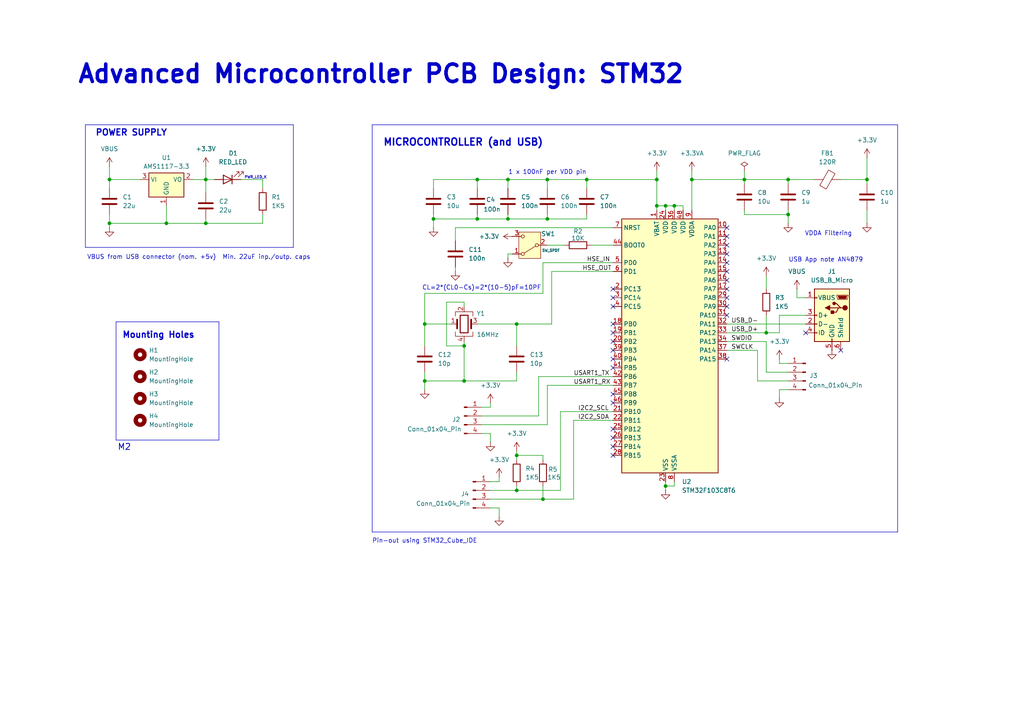
<source format=kicad_sch>
(kicad_sch
	(version 20231120)
	(generator "eeschema")
	(generator_version "8.0")
	(uuid "2c378353-9013-45f1-9a80-064d1c2a898f")
	(paper "A4")
	(title_block
		(title "Advanced Microcontroller PCB Design: STM32")
		(company "PrabhuEmbeddedWorks")
	)
	(lib_symbols
		(symbol "Connector:Conn_01x04_Pin"
			(pin_names
				(offset 1.016) hide)
			(exclude_from_sim no)
			(in_bom yes)
			(on_board yes)
			(property "Reference" "J"
				(at 0 5.08 0)
				(effects
					(font
						(size 1.27 1.27)
					)
				)
			)
			(property "Value" "Conn_01x04_Pin"
				(at 0 -7.62 0)
				(effects
					(font
						(size 1.27 1.27)
					)
				)
			)
			(property "Footprint" ""
				(at 0 0 0)
				(effects
					(font
						(size 1.27 1.27)
					)
					(hide yes)
				)
			)
			(property "Datasheet" "~"
				(at 0 0 0)
				(effects
					(font
						(size 1.27 1.27)
					)
					(hide yes)
				)
			)
			(property "Description" "Generic connector, single row, 01x04, script generated"
				(at 0 0 0)
				(effects
					(font
						(size 1.27 1.27)
					)
					(hide yes)
				)
			)
			(property "ki_locked" ""
				(at 0 0 0)
				(effects
					(font
						(size 1.27 1.27)
					)
				)
			)
			(property "ki_keywords" "connector"
				(at 0 0 0)
				(effects
					(font
						(size 1.27 1.27)
					)
					(hide yes)
				)
			)
			(property "ki_fp_filters" "Connector*:*_1x??_*"
				(at 0 0 0)
				(effects
					(font
						(size 1.27 1.27)
					)
					(hide yes)
				)
			)
			(symbol "Conn_01x04_Pin_1_1"
				(polyline
					(pts
						(xy 1.27 -5.08) (xy 0.8636 -5.08)
					)
					(stroke
						(width 0.1524)
						(type default)
					)
					(fill
						(type none)
					)
				)
				(polyline
					(pts
						(xy 1.27 -2.54) (xy 0.8636 -2.54)
					)
					(stroke
						(width 0.1524)
						(type default)
					)
					(fill
						(type none)
					)
				)
				(polyline
					(pts
						(xy 1.27 0) (xy 0.8636 0)
					)
					(stroke
						(width 0.1524)
						(type default)
					)
					(fill
						(type none)
					)
				)
				(polyline
					(pts
						(xy 1.27 2.54) (xy 0.8636 2.54)
					)
					(stroke
						(width 0.1524)
						(type default)
					)
					(fill
						(type none)
					)
				)
				(rectangle
					(start 0.8636 -4.953)
					(end 0 -5.207)
					(stroke
						(width 0.1524)
						(type default)
					)
					(fill
						(type outline)
					)
				)
				(rectangle
					(start 0.8636 -2.413)
					(end 0 -2.667)
					(stroke
						(width 0.1524)
						(type default)
					)
					(fill
						(type outline)
					)
				)
				(rectangle
					(start 0.8636 0.127)
					(end 0 -0.127)
					(stroke
						(width 0.1524)
						(type default)
					)
					(fill
						(type outline)
					)
				)
				(rectangle
					(start 0.8636 2.667)
					(end 0 2.413)
					(stroke
						(width 0.1524)
						(type default)
					)
					(fill
						(type outline)
					)
				)
				(pin passive line
					(at 5.08 2.54 180)
					(length 3.81)
					(name "Pin_1"
						(effects
							(font
								(size 1.27 1.27)
							)
						)
					)
					(number "1"
						(effects
							(font
								(size 1.27 1.27)
							)
						)
					)
				)
				(pin passive line
					(at 5.08 0 180)
					(length 3.81)
					(name "Pin_2"
						(effects
							(font
								(size 1.27 1.27)
							)
						)
					)
					(number "2"
						(effects
							(font
								(size 1.27 1.27)
							)
						)
					)
				)
				(pin passive line
					(at 5.08 -2.54 180)
					(length 3.81)
					(name "Pin_3"
						(effects
							(font
								(size 1.27 1.27)
							)
						)
					)
					(number "3"
						(effects
							(font
								(size 1.27 1.27)
							)
						)
					)
				)
				(pin passive line
					(at 5.08 -5.08 180)
					(length 3.81)
					(name "Pin_4"
						(effects
							(font
								(size 1.27 1.27)
							)
						)
					)
					(number "4"
						(effects
							(font
								(size 1.27 1.27)
							)
						)
					)
				)
			)
		)
		(symbol "Connector:USB_B_Micro"
			(pin_names
				(offset 1.016)
			)
			(exclude_from_sim no)
			(in_bom yes)
			(on_board yes)
			(property "Reference" "J"
				(at -5.08 11.43 0)
				(effects
					(font
						(size 1.27 1.27)
					)
					(justify left)
				)
			)
			(property "Value" "USB_B_Micro"
				(at -5.08 8.89 0)
				(effects
					(font
						(size 1.27 1.27)
					)
					(justify left)
				)
			)
			(property "Footprint" ""
				(at 3.81 -1.27 0)
				(effects
					(font
						(size 1.27 1.27)
					)
					(hide yes)
				)
			)
			(property "Datasheet" "~"
				(at 3.81 -1.27 0)
				(effects
					(font
						(size 1.27 1.27)
					)
					(hide yes)
				)
			)
			(property "Description" "USB Micro Type B connector"
				(at 0 0 0)
				(effects
					(font
						(size 1.27 1.27)
					)
					(hide yes)
				)
			)
			(property "ki_keywords" "connector USB micro"
				(at 0 0 0)
				(effects
					(font
						(size 1.27 1.27)
					)
					(hide yes)
				)
			)
			(property "ki_fp_filters" "USB*"
				(at 0 0 0)
				(effects
					(font
						(size 1.27 1.27)
					)
					(hide yes)
				)
			)
			(symbol "USB_B_Micro_0_1"
				(rectangle
					(start -5.08 -7.62)
					(end 5.08 7.62)
					(stroke
						(width 0.254)
						(type default)
					)
					(fill
						(type background)
					)
				)
				(circle
					(center -3.81 2.159)
					(radius 0.635)
					(stroke
						(width 0.254)
						(type default)
					)
					(fill
						(type outline)
					)
				)
				(circle
					(center -0.635 3.429)
					(radius 0.381)
					(stroke
						(width 0.254)
						(type default)
					)
					(fill
						(type outline)
					)
				)
				(rectangle
					(start -0.127 -7.62)
					(end 0.127 -6.858)
					(stroke
						(width 0)
						(type default)
					)
					(fill
						(type none)
					)
				)
				(polyline
					(pts
						(xy -1.905 2.159) (xy 0.635 2.159)
					)
					(stroke
						(width 0.254)
						(type default)
					)
					(fill
						(type none)
					)
				)
				(polyline
					(pts
						(xy -3.175 2.159) (xy -2.54 2.159) (xy -1.27 3.429) (xy -0.635 3.429)
					)
					(stroke
						(width 0.254)
						(type default)
					)
					(fill
						(type none)
					)
				)
				(polyline
					(pts
						(xy -2.54 2.159) (xy -1.905 2.159) (xy -1.27 0.889) (xy 0 0.889)
					)
					(stroke
						(width 0.254)
						(type default)
					)
					(fill
						(type none)
					)
				)
				(polyline
					(pts
						(xy 0.635 2.794) (xy 0.635 1.524) (xy 1.905 2.159) (xy 0.635 2.794)
					)
					(stroke
						(width 0.254)
						(type default)
					)
					(fill
						(type outline)
					)
				)
				(polyline
					(pts
						(xy -4.318 5.588) (xy -1.778 5.588) (xy -2.032 4.826) (xy -4.064 4.826) (xy -4.318 5.588)
					)
					(stroke
						(width 0)
						(type default)
					)
					(fill
						(type outline)
					)
				)
				(polyline
					(pts
						(xy -4.699 5.842) (xy -4.699 5.588) (xy -4.445 4.826) (xy -4.445 4.572) (xy -1.651 4.572) (xy -1.651 4.826)
						(xy -1.397 5.588) (xy -1.397 5.842) (xy -4.699 5.842)
					)
					(stroke
						(width 0)
						(type default)
					)
					(fill
						(type none)
					)
				)
				(rectangle
					(start 0.254 1.27)
					(end -0.508 0.508)
					(stroke
						(width 0.254)
						(type default)
					)
					(fill
						(type outline)
					)
				)
				(rectangle
					(start 5.08 -5.207)
					(end 4.318 -4.953)
					(stroke
						(width 0)
						(type default)
					)
					(fill
						(type none)
					)
				)
				(rectangle
					(start 5.08 -2.667)
					(end 4.318 -2.413)
					(stroke
						(width 0)
						(type default)
					)
					(fill
						(type none)
					)
				)
				(rectangle
					(start 5.08 -0.127)
					(end 4.318 0.127)
					(stroke
						(width 0)
						(type default)
					)
					(fill
						(type none)
					)
				)
				(rectangle
					(start 5.08 4.953)
					(end 4.318 5.207)
					(stroke
						(width 0)
						(type default)
					)
					(fill
						(type none)
					)
				)
			)
			(symbol "USB_B_Micro_1_1"
				(pin power_out line
					(at 7.62 5.08 180)
					(length 2.54)
					(name "VBUS"
						(effects
							(font
								(size 1.27 1.27)
							)
						)
					)
					(number "1"
						(effects
							(font
								(size 1.27 1.27)
							)
						)
					)
				)
				(pin bidirectional line
					(at 7.62 -2.54 180)
					(length 2.54)
					(name "D-"
						(effects
							(font
								(size 1.27 1.27)
							)
						)
					)
					(number "2"
						(effects
							(font
								(size 1.27 1.27)
							)
						)
					)
				)
				(pin bidirectional line
					(at 7.62 0 180)
					(length 2.54)
					(name "D+"
						(effects
							(font
								(size 1.27 1.27)
							)
						)
					)
					(number "3"
						(effects
							(font
								(size 1.27 1.27)
							)
						)
					)
				)
				(pin passive line
					(at 7.62 -5.08 180)
					(length 2.54)
					(name "ID"
						(effects
							(font
								(size 1.27 1.27)
							)
						)
					)
					(number "4"
						(effects
							(font
								(size 1.27 1.27)
							)
						)
					)
				)
				(pin power_out line
					(at 0 -10.16 90)
					(length 2.54)
					(name "GND"
						(effects
							(font
								(size 1.27 1.27)
							)
						)
					)
					(number "5"
						(effects
							(font
								(size 1.27 1.27)
							)
						)
					)
				)
				(pin passive line
					(at -2.54 -10.16 90)
					(length 2.54)
					(name "Shield"
						(effects
							(font
								(size 1.27 1.27)
							)
						)
					)
					(number "6"
						(effects
							(font
								(size 1.27 1.27)
							)
						)
					)
				)
			)
		)
		(symbol "Device:C"
			(pin_numbers hide)
			(pin_names
				(offset 0.254)
			)
			(exclude_from_sim no)
			(in_bom yes)
			(on_board yes)
			(property "Reference" "C"
				(at 0.635 2.54 0)
				(effects
					(font
						(size 1.27 1.27)
					)
					(justify left)
				)
			)
			(property "Value" "C"
				(at 0.635 -2.54 0)
				(effects
					(font
						(size 1.27 1.27)
					)
					(justify left)
				)
			)
			(property "Footprint" ""
				(at 0.9652 -3.81 0)
				(effects
					(font
						(size 1.27 1.27)
					)
					(hide yes)
				)
			)
			(property "Datasheet" "~"
				(at 0 0 0)
				(effects
					(font
						(size 1.27 1.27)
					)
					(hide yes)
				)
			)
			(property "Description" "Unpolarized capacitor"
				(at 0 0 0)
				(effects
					(font
						(size 1.27 1.27)
					)
					(hide yes)
				)
			)
			(property "ki_keywords" "cap capacitor"
				(at 0 0 0)
				(effects
					(font
						(size 1.27 1.27)
					)
					(hide yes)
				)
			)
			(property "ki_fp_filters" "C_*"
				(at 0 0 0)
				(effects
					(font
						(size 1.27 1.27)
					)
					(hide yes)
				)
			)
			(symbol "C_0_1"
				(polyline
					(pts
						(xy -2.032 -0.762) (xy 2.032 -0.762)
					)
					(stroke
						(width 0.508)
						(type default)
					)
					(fill
						(type none)
					)
				)
				(polyline
					(pts
						(xy -2.032 0.762) (xy 2.032 0.762)
					)
					(stroke
						(width 0.508)
						(type default)
					)
					(fill
						(type none)
					)
				)
			)
			(symbol "C_1_1"
				(pin passive line
					(at 0 3.81 270)
					(length 2.794)
					(name "~"
						(effects
							(font
								(size 1.27 1.27)
							)
						)
					)
					(number "1"
						(effects
							(font
								(size 1.27 1.27)
							)
						)
					)
				)
				(pin passive line
					(at 0 -3.81 90)
					(length 2.794)
					(name "~"
						(effects
							(font
								(size 1.27 1.27)
							)
						)
					)
					(number "2"
						(effects
							(font
								(size 1.27 1.27)
							)
						)
					)
				)
			)
		)
		(symbol "Device:Crystal_GND24"
			(pin_names
				(offset 1.016) hide)
			(exclude_from_sim no)
			(in_bom yes)
			(on_board yes)
			(property "Reference" "Y"
				(at 3.175 5.08 0)
				(effects
					(font
						(size 1.27 1.27)
					)
					(justify left)
				)
			)
			(property "Value" "Crystal_GND24"
				(at 3.175 3.175 0)
				(effects
					(font
						(size 1.27 1.27)
					)
					(justify left)
				)
			)
			(property "Footprint" ""
				(at 0 0 0)
				(effects
					(font
						(size 1.27 1.27)
					)
					(hide yes)
				)
			)
			(property "Datasheet" "~"
				(at 0 0 0)
				(effects
					(font
						(size 1.27 1.27)
					)
					(hide yes)
				)
			)
			(property "Description" "Four pin crystal, GND on pins 2 and 4"
				(at 0 0 0)
				(effects
					(font
						(size 1.27 1.27)
					)
					(hide yes)
				)
			)
			(property "ki_keywords" "quartz ceramic resonator oscillator"
				(at 0 0 0)
				(effects
					(font
						(size 1.27 1.27)
					)
					(hide yes)
				)
			)
			(property "ki_fp_filters" "Crystal*"
				(at 0 0 0)
				(effects
					(font
						(size 1.27 1.27)
					)
					(hide yes)
				)
			)
			(symbol "Crystal_GND24_0_1"
				(rectangle
					(start -1.143 2.54)
					(end 1.143 -2.54)
					(stroke
						(width 0.3048)
						(type default)
					)
					(fill
						(type none)
					)
				)
				(polyline
					(pts
						(xy -2.54 0) (xy -2.032 0)
					)
					(stroke
						(width 0)
						(type default)
					)
					(fill
						(type none)
					)
				)
				(polyline
					(pts
						(xy -2.032 -1.27) (xy -2.032 1.27)
					)
					(stroke
						(width 0.508)
						(type default)
					)
					(fill
						(type none)
					)
				)
				(polyline
					(pts
						(xy 0 -3.81) (xy 0 -3.556)
					)
					(stroke
						(width 0)
						(type default)
					)
					(fill
						(type none)
					)
				)
				(polyline
					(pts
						(xy 0 3.556) (xy 0 3.81)
					)
					(stroke
						(width 0)
						(type default)
					)
					(fill
						(type none)
					)
				)
				(polyline
					(pts
						(xy 2.032 -1.27) (xy 2.032 1.27)
					)
					(stroke
						(width 0.508)
						(type default)
					)
					(fill
						(type none)
					)
				)
				(polyline
					(pts
						(xy 2.032 0) (xy 2.54 0)
					)
					(stroke
						(width 0)
						(type default)
					)
					(fill
						(type none)
					)
				)
				(polyline
					(pts
						(xy -2.54 -2.286) (xy -2.54 -3.556) (xy 2.54 -3.556) (xy 2.54 -2.286)
					)
					(stroke
						(width 0)
						(type default)
					)
					(fill
						(type none)
					)
				)
				(polyline
					(pts
						(xy -2.54 2.286) (xy -2.54 3.556) (xy 2.54 3.556) (xy 2.54 2.286)
					)
					(stroke
						(width 0)
						(type default)
					)
					(fill
						(type none)
					)
				)
			)
			(symbol "Crystal_GND24_1_1"
				(pin passive line
					(at -3.81 0 0)
					(length 1.27)
					(name "1"
						(effects
							(font
								(size 1.27 1.27)
							)
						)
					)
					(number "1"
						(effects
							(font
								(size 1.27 1.27)
							)
						)
					)
				)
				(pin passive line
					(at 0 5.08 270)
					(length 1.27)
					(name "2"
						(effects
							(font
								(size 1.27 1.27)
							)
						)
					)
					(number "2"
						(effects
							(font
								(size 1.27 1.27)
							)
						)
					)
				)
				(pin passive line
					(at 3.81 0 180)
					(length 1.27)
					(name "3"
						(effects
							(font
								(size 1.27 1.27)
							)
						)
					)
					(number "3"
						(effects
							(font
								(size 1.27 1.27)
							)
						)
					)
				)
				(pin passive line
					(at 0 -5.08 90)
					(length 1.27)
					(name "4"
						(effects
							(font
								(size 1.27 1.27)
							)
						)
					)
					(number "4"
						(effects
							(font
								(size 1.27 1.27)
							)
						)
					)
				)
			)
		)
		(symbol "Device:FerriteBead"
			(pin_numbers hide)
			(pin_names
				(offset 0)
			)
			(exclude_from_sim no)
			(in_bom yes)
			(on_board yes)
			(property "Reference" "FB"
				(at -3.81 0.635 90)
				(effects
					(font
						(size 1.27 1.27)
					)
				)
			)
			(property "Value" "FerriteBead"
				(at 3.81 0 90)
				(effects
					(font
						(size 1.27 1.27)
					)
				)
			)
			(property "Footprint" ""
				(at -1.778 0 90)
				(effects
					(font
						(size 1.27 1.27)
					)
					(hide yes)
				)
			)
			(property "Datasheet" "~"
				(at 0 0 0)
				(effects
					(font
						(size 1.27 1.27)
					)
					(hide yes)
				)
			)
			(property "Description" "Ferrite bead"
				(at 0 0 0)
				(effects
					(font
						(size 1.27 1.27)
					)
					(hide yes)
				)
			)
			(property "ki_keywords" "L ferrite bead inductor filter"
				(at 0 0 0)
				(effects
					(font
						(size 1.27 1.27)
					)
					(hide yes)
				)
			)
			(property "ki_fp_filters" "Inductor_* L_* *Ferrite*"
				(at 0 0 0)
				(effects
					(font
						(size 1.27 1.27)
					)
					(hide yes)
				)
			)
			(symbol "FerriteBead_0_1"
				(polyline
					(pts
						(xy 0 -1.27) (xy 0 -1.2192)
					)
					(stroke
						(width 0)
						(type default)
					)
					(fill
						(type none)
					)
				)
				(polyline
					(pts
						(xy 0 1.27) (xy 0 1.2954)
					)
					(stroke
						(width 0)
						(type default)
					)
					(fill
						(type none)
					)
				)
				(polyline
					(pts
						(xy -2.7686 0.4064) (xy -1.7018 2.2606) (xy 2.7686 -0.3048) (xy 1.6764 -2.159) (xy -2.7686 0.4064)
					)
					(stroke
						(width 0)
						(type default)
					)
					(fill
						(type none)
					)
				)
			)
			(symbol "FerriteBead_1_1"
				(pin passive line
					(at 0 3.81 270)
					(length 2.54)
					(name "~"
						(effects
							(font
								(size 1.27 1.27)
							)
						)
					)
					(number "1"
						(effects
							(font
								(size 1.27 1.27)
							)
						)
					)
				)
				(pin passive line
					(at 0 -3.81 90)
					(length 2.54)
					(name "~"
						(effects
							(font
								(size 1.27 1.27)
							)
						)
					)
					(number "2"
						(effects
							(font
								(size 1.27 1.27)
							)
						)
					)
				)
			)
		)
		(symbol "Device:LED"
			(pin_numbers hide)
			(pin_names
				(offset 1.016) hide)
			(exclude_from_sim no)
			(in_bom yes)
			(on_board yes)
			(property "Reference" "D"
				(at 0 2.54 0)
				(effects
					(font
						(size 1.27 1.27)
					)
				)
			)
			(property "Value" "LED"
				(at 0 -2.54 0)
				(effects
					(font
						(size 1.27 1.27)
					)
				)
			)
			(property "Footprint" ""
				(at 0 0 0)
				(effects
					(font
						(size 1.27 1.27)
					)
					(hide yes)
				)
			)
			(property "Datasheet" "~"
				(at 0 0 0)
				(effects
					(font
						(size 1.27 1.27)
					)
					(hide yes)
				)
			)
			(property "Description" "Light emitting diode"
				(at 0 0 0)
				(effects
					(font
						(size 1.27 1.27)
					)
					(hide yes)
				)
			)
			(property "ki_keywords" "LED diode"
				(at 0 0 0)
				(effects
					(font
						(size 1.27 1.27)
					)
					(hide yes)
				)
			)
			(property "ki_fp_filters" "LED* LED_SMD:* LED_THT:*"
				(at 0 0 0)
				(effects
					(font
						(size 1.27 1.27)
					)
					(hide yes)
				)
			)
			(symbol "LED_0_1"
				(polyline
					(pts
						(xy -1.27 -1.27) (xy -1.27 1.27)
					)
					(stroke
						(width 0.254)
						(type default)
					)
					(fill
						(type none)
					)
				)
				(polyline
					(pts
						(xy -1.27 0) (xy 1.27 0)
					)
					(stroke
						(width 0)
						(type default)
					)
					(fill
						(type none)
					)
				)
				(polyline
					(pts
						(xy 1.27 -1.27) (xy 1.27 1.27) (xy -1.27 0) (xy 1.27 -1.27)
					)
					(stroke
						(width 0.254)
						(type default)
					)
					(fill
						(type none)
					)
				)
				(polyline
					(pts
						(xy -3.048 -0.762) (xy -4.572 -2.286) (xy -3.81 -2.286) (xy -4.572 -2.286) (xy -4.572 -1.524)
					)
					(stroke
						(width 0)
						(type default)
					)
					(fill
						(type none)
					)
				)
				(polyline
					(pts
						(xy -1.778 -0.762) (xy -3.302 -2.286) (xy -2.54 -2.286) (xy -3.302 -2.286) (xy -3.302 -1.524)
					)
					(stroke
						(width 0)
						(type default)
					)
					(fill
						(type none)
					)
				)
			)
			(symbol "LED_1_1"
				(pin passive line
					(at -3.81 0 0)
					(length 2.54)
					(name "K"
						(effects
							(font
								(size 1.27 1.27)
							)
						)
					)
					(number "1"
						(effects
							(font
								(size 1.27 1.27)
							)
						)
					)
				)
				(pin passive line
					(at 3.81 0 180)
					(length 2.54)
					(name "A"
						(effects
							(font
								(size 1.27 1.27)
							)
						)
					)
					(number "2"
						(effects
							(font
								(size 1.27 1.27)
							)
						)
					)
				)
			)
		)
		(symbol "Device:R"
			(pin_numbers hide)
			(pin_names
				(offset 0)
			)
			(exclude_from_sim no)
			(in_bom yes)
			(on_board yes)
			(property "Reference" "R"
				(at 2.032 0 90)
				(effects
					(font
						(size 1.27 1.27)
					)
				)
			)
			(property "Value" "R"
				(at 0 0 90)
				(effects
					(font
						(size 1.27 1.27)
					)
				)
			)
			(property "Footprint" ""
				(at -1.778 0 90)
				(effects
					(font
						(size 1.27 1.27)
					)
					(hide yes)
				)
			)
			(property "Datasheet" "~"
				(at 0 0 0)
				(effects
					(font
						(size 1.27 1.27)
					)
					(hide yes)
				)
			)
			(property "Description" "Resistor"
				(at 0 0 0)
				(effects
					(font
						(size 1.27 1.27)
					)
					(hide yes)
				)
			)
			(property "ki_keywords" "R res resistor"
				(at 0 0 0)
				(effects
					(font
						(size 1.27 1.27)
					)
					(hide yes)
				)
			)
			(property "ki_fp_filters" "R_*"
				(at 0 0 0)
				(effects
					(font
						(size 1.27 1.27)
					)
					(hide yes)
				)
			)
			(symbol "R_0_1"
				(rectangle
					(start -1.016 -2.54)
					(end 1.016 2.54)
					(stroke
						(width 0.254)
						(type default)
					)
					(fill
						(type none)
					)
				)
			)
			(symbol "R_1_1"
				(pin passive line
					(at 0 3.81 270)
					(length 1.27)
					(name "~"
						(effects
							(font
								(size 1.27 1.27)
							)
						)
					)
					(number "1"
						(effects
							(font
								(size 1.27 1.27)
							)
						)
					)
				)
				(pin passive line
					(at 0 -3.81 90)
					(length 1.27)
					(name "~"
						(effects
							(font
								(size 1.27 1.27)
							)
						)
					)
					(number "2"
						(effects
							(font
								(size 1.27 1.27)
							)
						)
					)
				)
			)
		)
		(symbol "MCU_ST_STM32F1:STM32F103C8Tx"
			(exclude_from_sim no)
			(in_bom yes)
			(on_board yes)
			(property "Reference" "U"
				(at -12.7 39.37 0)
				(effects
					(font
						(size 1.27 1.27)
					)
					(justify left)
				)
			)
			(property "Value" "STM32F103C8Tx"
				(at 10.16 39.37 0)
				(effects
					(font
						(size 1.27 1.27)
					)
					(justify left)
				)
			)
			(property "Footprint" "Package_QFP:LQFP-48_7x7mm_P0.5mm"
				(at -12.7 -35.56 0)
				(effects
					(font
						(size 1.27 1.27)
					)
					(justify right)
					(hide yes)
				)
			)
			(property "Datasheet" "https://www.st.com/resource/en/datasheet/stm32f103c8.pdf"
				(at 0 0 0)
				(effects
					(font
						(size 1.27 1.27)
					)
					(hide yes)
				)
			)
			(property "Description" "STMicroelectronics Arm Cortex-M3 MCU, 64KB flash, 20KB RAM, 72 MHz, 2.0-3.6V, 37 GPIO, LQFP48"
				(at 0 0 0)
				(effects
					(font
						(size 1.27 1.27)
					)
					(hide yes)
				)
			)
			(property "ki_locked" ""
				(at 0 0 0)
				(effects
					(font
						(size 1.27 1.27)
					)
				)
			)
			(property "ki_keywords" "Arm Cortex-M3 STM32F1 STM32F103"
				(at 0 0 0)
				(effects
					(font
						(size 1.27 1.27)
					)
					(hide yes)
				)
			)
			(property "ki_fp_filters" "LQFP*7x7mm*P0.5mm*"
				(at 0 0 0)
				(effects
					(font
						(size 1.27 1.27)
					)
					(hide yes)
				)
			)
			(symbol "STM32F103C8Tx_0_1"
				(rectangle
					(start -12.7 -35.56)
					(end 15.24 38.1)
					(stroke
						(width 0.254)
						(type default)
					)
					(fill
						(type background)
					)
				)
			)
			(symbol "STM32F103C8Tx_1_1"
				(pin power_in line
					(at -2.54 40.64 270)
					(length 2.54)
					(name "VBAT"
						(effects
							(font
								(size 1.27 1.27)
							)
						)
					)
					(number "1"
						(effects
							(font
								(size 1.27 1.27)
							)
						)
					)
				)
				(pin bidirectional line
					(at 17.78 35.56 180)
					(length 2.54)
					(name "PA0"
						(effects
							(font
								(size 1.27 1.27)
							)
						)
					)
					(number "10"
						(effects
							(font
								(size 1.27 1.27)
							)
						)
					)
					(alternate "ADC1_IN0" bidirectional line)
					(alternate "ADC2_IN0" bidirectional line)
					(alternate "SYS_WKUP" bidirectional line)
					(alternate "TIM2_CH1" bidirectional line)
					(alternate "TIM2_ETR" bidirectional line)
					(alternate "USART2_CTS" bidirectional line)
				)
				(pin bidirectional line
					(at 17.78 33.02 180)
					(length 2.54)
					(name "PA1"
						(effects
							(font
								(size 1.27 1.27)
							)
						)
					)
					(number "11"
						(effects
							(font
								(size 1.27 1.27)
							)
						)
					)
					(alternate "ADC1_IN1" bidirectional line)
					(alternate "ADC2_IN1" bidirectional line)
					(alternate "TIM2_CH2" bidirectional line)
					(alternate "USART2_RTS" bidirectional line)
				)
				(pin bidirectional line
					(at 17.78 30.48 180)
					(length 2.54)
					(name "PA2"
						(effects
							(font
								(size 1.27 1.27)
							)
						)
					)
					(number "12"
						(effects
							(font
								(size 1.27 1.27)
							)
						)
					)
					(alternate "ADC1_IN2" bidirectional line)
					(alternate "ADC2_IN2" bidirectional line)
					(alternate "TIM2_CH3" bidirectional line)
					(alternate "USART2_TX" bidirectional line)
				)
				(pin bidirectional line
					(at 17.78 27.94 180)
					(length 2.54)
					(name "PA3"
						(effects
							(font
								(size 1.27 1.27)
							)
						)
					)
					(number "13"
						(effects
							(font
								(size 1.27 1.27)
							)
						)
					)
					(alternate "ADC1_IN3" bidirectional line)
					(alternate "ADC2_IN3" bidirectional line)
					(alternate "TIM2_CH4" bidirectional line)
					(alternate "USART2_RX" bidirectional line)
				)
				(pin bidirectional line
					(at 17.78 25.4 180)
					(length 2.54)
					(name "PA4"
						(effects
							(font
								(size 1.27 1.27)
							)
						)
					)
					(number "14"
						(effects
							(font
								(size 1.27 1.27)
							)
						)
					)
					(alternate "ADC1_IN4" bidirectional line)
					(alternate "ADC2_IN4" bidirectional line)
					(alternate "SPI1_NSS" bidirectional line)
					(alternate "USART2_CK" bidirectional line)
				)
				(pin bidirectional line
					(at 17.78 22.86 180)
					(length 2.54)
					(name "PA5"
						(effects
							(font
								(size 1.27 1.27)
							)
						)
					)
					(number "15"
						(effects
							(font
								(size 1.27 1.27)
							)
						)
					)
					(alternate "ADC1_IN5" bidirectional line)
					(alternate "ADC2_IN5" bidirectional line)
					(alternate "SPI1_SCK" bidirectional line)
				)
				(pin bidirectional line
					(at 17.78 20.32 180)
					(length 2.54)
					(name "PA6"
						(effects
							(font
								(size 1.27 1.27)
							)
						)
					)
					(number "16"
						(effects
							(font
								(size 1.27 1.27)
							)
						)
					)
					(alternate "ADC1_IN6" bidirectional line)
					(alternate "ADC2_IN6" bidirectional line)
					(alternate "SPI1_MISO" bidirectional line)
					(alternate "TIM1_BKIN" bidirectional line)
					(alternate "TIM3_CH1" bidirectional line)
				)
				(pin bidirectional line
					(at 17.78 17.78 180)
					(length 2.54)
					(name "PA7"
						(effects
							(font
								(size 1.27 1.27)
							)
						)
					)
					(number "17"
						(effects
							(font
								(size 1.27 1.27)
							)
						)
					)
					(alternate "ADC1_IN7" bidirectional line)
					(alternate "ADC2_IN7" bidirectional line)
					(alternate "SPI1_MOSI" bidirectional line)
					(alternate "TIM1_CH1N" bidirectional line)
					(alternate "TIM3_CH2" bidirectional line)
				)
				(pin bidirectional line
					(at -15.24 7.62 0)
					(length 2.54)
					(name "PB0"
						(effects
							(font
								(size 1.27 1.27)
							)
						)
					)
					(number "18"
						(effects
							(font
								(size 1.27 1.27)
							)
						)
					)
					(alternate "ADC1_IN8" bidirectional line)
					(alternate "ADC2_IN8" bidirectional line)
					(alternate "TIM1_CH2N" bidirectional line)
					(alternate "TIM3_CH3" bidirectional line)
				)
				(pin bidirectional line
					(at -15.24 5.08 0)
					(length 2.54)
					(name "PB1"
						(effects
							(font
								(size 1.27 1.27)
							)
						)
					)
					(number "19"
						(effects
							(font
								(size 1.27 1.27)
							)
						)
					)
					(alternate "ADC1_IN9" bidirectional line)
					(alternate "ADC2_IN9" bidirectional line)
					(alternate "TIM1_CH3N" bidirectional line)
					(alternate "TIM3_CH4" bidirectional line)
				)
				(pin bidirectional line
					(at -15.24 17.78 0)
					(length 2.54)
					(name "PC13"
						(effects
							(font
								(size 1.27 1.27)
							)
						)
					)
					(number "2"
						(effects
							(font
								(size 1.27 1.27)
							)
						)
					)
					(alternate "RTC_OUT" bidirectional line)
					(alternate "RTC_TAMPER" bidirectional line)
				)
				(pin bidirectional line
					(at -15.24 2.54 0)
					(length 2.54)
					(name "PB2"
						(effects
							(font
								(size 1.27 1.27)
							)
						)
					)
					(number "20"
						(effects
							(font
								(size 1.27 1.27)
							)
						)
					)
				)
				(pin bidirectional line
					(at -15.24 -17.78 0)
					(length 2.54)
					(name "PB10"
						(effects
							(font
								(size 1.27 1.27)
							)
						)
					)
					(number "21"
						(effects
							(font
								(size 1.27 1.27)
							)
						)
					)
					(alternate "I2C2_SCL" bidirectional line)
					(alternate "TIM2_CH3" bidirectional line)
					(alternate "USART3_TX" bidirectional line)
				)
				(pin bidirectional line
					(at -15.24 -20.32 0)
					(length 2.54)
					(name "PB11"
						(effects
							(font
								(size 1.27 1.27)
							)
						)
					)
					(number "22"
						(effects
							(font
								(size 1.27 1.27)
							)
						)
					)
					(alternate "ADC1_EXTI11" bidirectional line)
					(alternate "ADC2_EXTI11" bidirectional line)
					(alternate "I2C2_SDA" bidirectional line)
					(alternate "TIM2_CH4" bidirectional line)
					(alternate "USART3_RX" bidirectional line)
				)
				(pin power_in line
					(at 0 -38.1 90)
					(length 2.54)
					(name "VSS"
						(effects
							(font
								(size 1.27 1.27)
							)
						)
					)
					(number "23"
						(effects
							(font
								(size 1.27 1.27)
							)
						)
					)
				)
				(pin power_in line
					(at 0 40.64 270)
					(length 2.54)
					(name "VDD"
						(effects
							(font
								(size 1.27 1.27)
							)
						)
					)
					(number "24"
						(effects
							(font
								(size 1.27 1.27)
							)
						)
					)
				)
				(pin bidirectional line
					(at -15.24 -22.86 0)
					(length 2.54)
					(name "PB12"
						(effects
							(font
								(size 1.27 1.27)
							)
						)
					)
					(number "25"
						(effects
							(font
								(size 1.27 1.27)
							)
						)
					)
					(alternate "I2C2_SMBA" bidirectional line)
					(alternate "SPI2_NSS" bidirectional line)
					(alternate "TIM1_BKIN" bidirectional line)
					(alternate "USART3_CK" bidirectional line)
				)
				(pin bidirectional line
					(at -15.24 -25.4 0)
					(length 2.54)
					(name "PB13"
						(effects
							(font
								(size 1.27 1.27)
							)
						)
					)
					(number "26"
						(effects
							(font
								(size 1.27 1.27)
							)
						)
					)
					(alternate "SPI2_SCK" bidirectional line)
					(alternate "TIM1_CH1N" bidirectional line)
					(alternate "USART3_CTS" bidirectional line)
				)
				(pin bidirectional line
					(at -15.24 -27.94 0)
					(length 2.54)
					(name "PB14"
						(effects
							(font
								(size 1.27 1.27)
							)
						)
					)
					(number "27"
						(effects
							(font
								(size 1.27 1.27)
							)
						)
					)
					(alternate "SPI2_MISO" bidirectional line)
					(alternate "TIM1_CH2N" bidirectional line)
					(alternate "USART3_RTS" bidirectional line)
				)
				(pin bidirectional line
					(at -15.24 -30.48 0)
					(length 2.54)
					(name "PB15"
						(effects
							(font
								(size 1.27 1.27)
							)
						)
					)
					(number "28"
						(effects
							(font
								(size 1.27 1.27)
							)
						)
					)
					(alternate "ADC1_EXTI15" bidirectional line)
					(alternate "ADC2_EXTI15" bidirectional line)
					(alternate "SPI2_MOSI" bidirectional line)
					(alternate "TIM1_CH3N" bidirectional line)
				)
				(pin bidirectional line
					(at 17.78 15.24 180)
					(length 2.54)
					(name "PA8"
						(effects
							(font
								(size 1.27 1.27)
							)
						)
					)
					(number "29"
						(effects
							(font
								(size 1.27 1.27)
							)
						)
					)
					(alternate "RCC_MCO" bidirectional line)
					(alternate "TIM1_CH1" bidirectional line)
					(alternate "USART1_CK" bidirectional line)
				)
				(pin bidirectional line
					(at -15.24 15.24 0)
					(length 2.54)
					(name "PC14"
						(effects
							(font
								(size 1.27 1.27)
							)
						)
					)
					(number "3"
						(effects
							(font
								(size 1.27 1.27)
							)
						)
					)
					(alternate "RCC_OSC32_IN" bidirectional line)
				)
				(pin bidirectional line
					(at 17.78 12.7 180)
					(length 2.54)
					(name "PA9"
						(effects
							(font
								(size 1.27 1.27)
							)
						)
					)
					(number "30"
						(effects
							(font
								(size 1.27 1.27)
							)
						)
					)
					(alternate "TIM1_CH2" bidirectional line)
					(alternate "USART1_TX" bidirectional line)
				)
				(pin bidirectional line
					(at 17.78 10.16 180)
					(length 2.54)
					(name "PA10"
						(effects
							(font
								(size 1.27 1.27)
							)
						)
					)
					(number "31"
						(effects
							(font
								(size 1.27 1.27)
							)
						)
					)
					(alternate "TIM1_CH3" bidirectional line)
					(alternate "USART1_RX" bidirectional line)
				)
				(pin bidirectional line
					(at 17.78 7.62 180)
					(length 2.54)
					(name "PA11"
						(effects
							(font
								(size 1.27 1.27)
							)
						)
					)
					(number "32"
						(effects
							(font
								(size 1.27 1.27)
							)
						)
					)
					(alternate "ADC1_EXTI11" bidirectional line)
					(alternate "ADC2_EXTI11" bidirectional line)
					(alternate "CAN_RX" bidirectional line)
					(alternate "TIM1_CH4" bidirectional line)
					(alternate "USART1_CTS" bidirectional line)
					(alternate "USB_DM" bidirectional line)
				)
				(pin bidirectional line
					(at 17.78 5.08 180)
					(length 2.54)
					(name "PA12"
						(effects
							(font
								(size 1.27 1.27)
							)
						)
					)
					(number "33"
						(effects
							(font
								(size 1.27 1.27)
							)
						)
					)
					(alternate "CAN_TX" bidirectional line)
					(alternate "TIM1_ETR" bidirectional line)
					(alternate "USART1_RTS" bidirectional line)
					(alternate "USB_DP" bidirectional line)
				)
				(pin bidirectional line
					(at 17.78 2.54 180)
					(length 2.54)
					(name "PA13"
						(effects
							(font
								(size 1.27 1.27)
							)
						)
					)
					(number "34"
						(effects
							(font
								(size 1.27 1.27)
							)
						)
					)
					(alternate "SYS_JTMS-SWDIO" bidirectional line)
				)
				(pin passive line
					(at 0 -38.1 90)
					(length 2.54) hide
					(name "VSS"
						(effects
							(font
								(size 1.27 1.27)
							)
						)
					)
					(number "35"
						(effects
							(font
								(size 1.27 1.27)
							)
						)
					)
				)
				(pin power_in line
					(at 2.54 40.64 270)
					(length 2.54)
					(name "VDD"
						(effects
							(font
								(size 1.27 1.27)
							)
						)
					)
					(number "36"
						(effects
							(font
								(size 1.27 1.27)
							)
						)
					)
				)
				(pin bidirectional line
					(at 17.78 0 180)
					(length 2.54)
					(name "PA14"
						(effects
							(font
								(size 1.27 1.27)
							)
						)
					)
					(number "37"
						(effects
							(font
								(size 1.27 1.27)
							)
						)
					)
					(alternate "SYS_JTCK-SWCLK" bidirectional line)
				)
				(pin bidirectional line
					(at 17.78 -2.54 180)
					(length 2.54)
					(name "PA15"
						(effects
							(font
								(size 1.27 1.27)
							)
						)
					)
					(number "38"
						(effects
							(font
								(size 1.27 1.27)
							)
						)
					)
					(alternate "ADC1_EXTI15" bidirectional line)
					(alternate "ADC2_EXTI15" bidirectional line)
					(alternate "SPI1_NSS" bidirectional line)
					(alternate "SYS_JTDI" bidirectional line)
					(alternate "TIM2_CH1" bidirectional line)
					(alternate "TIM2_ETR" bidirectional line)
				)
				(pin bidirectional line
					(at -15.24 0 0)
					(length 2.54)
					(name "PB3"
						(effects
							(font
								(size 1.27 1.27)
							)
						)
					)
					(number "39"
						(effects
							(font
								(size 1.27 1.27)
							)
						)
					)
					(alternate "SPI1_SCK" bidirectional line)
					(alternate "SYS_JTDO-TRACESWO" bidirectional line)
					(alternate "TIM2_CH2" bidirectional line)
				)
				(pin bidirectional line
					(at -15.24 12.7 0)
					(length 2.54)
					(name "PC15"
						(effects
							(font
								(size 1.27 1.27)
							)
						)
					)
					(number "4"
						(effects
							(font
								(size 1.27 1.27)
							)
						)
					)
					(alternate "ADC1_EXTI15" bidirectional line)
					(alternate "ADC2_EXTI15" bidirectional line)
					(alternate "RCC_OSC32_OUT" bidirectional line)
				)
				(pin bidirectional line
					(at -15.24 -2.54 0)
					(length 2.54)
					(name "PB4"
						(effects
							(font
								(size 1.27 1.27)
							)
						)
					)
					(number "40"
						(effects
							(font
								(size 1.27 1.27)
							)
						)
					)
					(alternate "SPI1_MISO" bidirectional line)
					(alternate "SYS_NJTRST" bidirectional line)
					(alternate "TIM3_CH1" bidirectional line)
				)
				(pin bidirectional line
					(at -15.24 -5.08 0)
					(length 2.54)
					(name "PB5"
						(effects
							(font
								(size 1.27 1.27)
							)
						)
					)
					(number "41"
						(effects
							(font
								(size 1.27 1.27)
							)
						)
					)
					(alternate "I2C1_SMBA" bidirectional line)
					(alternate "SPI1_MOSI" bidirectional line)
					(alternate "TIM3_CH2" bidirectional line)
				)
				(pin bidirectional line
					(at -15.24 -7.62 0)
					(length 2.54)
					(name "PB6"
						(effects
							(font
								(size 1.27 1.27)
							)
						)
					)
					(number "42"
						(effects
							(font
								(size 1.27 1.27)
							)
						)
					)
					(alternate "I2C1_SCL" bidirectional line)
					(alternate "TIM4_CH1" bidirectional line)
					(alternate "USART1_TX" bidirectional line)
				)
				(pin bidirectional line
					(at -15.24 -10.16 0)
					(length 2.54)
					(name "PB7"
						(effects
							(font
								(size 1.27 1.27)
							)
						)
					)
					(number "43"
						(effects
							(font
								(size 1.27 1.27)
							)
						)
					)
					(alternate "I2C1_SDA" bidirectional line)
					(alternate "TIM4_CH2" bidirectional line)
					(alternate "USART1_RX" bidirectional line)
				)
				(pin input line
					(at -15.24 30.48 0)
					(length 2.54)
					(name "BOOT0"
						(effects
							(font
								(size 1.27 1.27)
							)
						)
					)
					(number "44"
						(effects
							(font
								(size 1.27 1.27)
							)
						)
					)
				)
				(pin bidirectional line
					(at -15.24 -12.7 0)
					(length 2.54)
					(name "PB8"
						(effects
							(font
								(size 1.27 1.27)
							)
						)
					)
					(number "45"
						(effects
							(font
								(size 1.27 1.27)
							)
						)
					)
					(alternate "CAN_RX" bidirectional line)
					(alternate "I2C1_SCL" bidirectional line)
					(alternate "TIM4_CH3" bidirectional line)
				)
				(pin bidirectional line
					(at -15.24 -15.24 0)
					(length 2.54)
					(name "PB9"
						(effects
							(font
								(size 1.27 1.27)
							)
						)
					)
					(number "46"
						(effects
							(font
								(size 1.27 1.27)
							)
						)
					)
					(alternate "CAN_TX" bidirectional line)
					(alternate "I2C1_SDA" bidirectional line)
					(alternate "TIM4_CH4" bidirectional line)
				)
				(pin passive line
					(at 0 -38.1 90)
					(length 2.54) hide
					(name "VSS"
						(effects
							(font
								(size 1.27 1.27)
							)
						)
					)
					(number "47"
						(effects
							(font
								(size 1.27 1.27)
							)
						)
					)
				)
				(pin power_in line
					(at 5.08 40.64 270)
					(length 2.54)
					(name "VDD"
						(effects
							(font
								(size 1.27 1.27)
							)
						)
					)
					(number "48"
						(effects
							(font
								(size 1.27 1.27)
							)
						)
					)
				)
				(pin bidirectional line
					(at -15.24 25.4 0)
					(length 2.54)
					(name "PD0"
						(effects
							(font
								(size 1.27 1.27)
							)
						)
					)
					(number "5"
						(effects
							(font
								(size 1.27 1.27)
							)
						)
					)
					(alternate "RCC_OSC_IN" bidirectional line)
				)
				(pin bidirectional line
					(at -15.24 22.86 0)
					(length 2.54)
					(name "PD1"
						(effects
							(font
								(size 1.27 1.27)
							)
						)
					)
					(number "6"
						(effects
							(font
								(size 1.27 1.27)
							)
						)
					)
					(alternate "RCC_OSC_OUT" bidirectional line)
				)
				(pin input line
					(at -15.24 35.56 0)
					(length 2.54)
					(name "NRST"
						(effects
							(font
								(size 1.27 1.27)
							)
						)
					)
					(number "7"
						(effects
							(font
								(size 1.27 1.27)
							)
						)
					)
				)
				(pin power_in line
					(at 2.54 -38.1 90)
					(length 2.54)
					(name "VSSA"
						(effects
							(font
								(size 1.27 1.27)
							)
						)
					)
					(number "8"
						(effects
							(font
								(size 1.27 1.27)
							)
						)
					)
				)
				(pin power_in line
					(at 7.62 40.64 270)
					(length 2.54)
					(name "VDDA"
						(effects
							(font
								(size 1.27 1.27)
							)
						)
					)
					(number "9"
						(effects
							(font
								(size 1.27 1.27)
							)
						)
					)
				)
			)
		)
		(symbol "Mechanical:MountingHole"
			(pin_names
				(offset 1.016)
			)
			(exclude_from_sim yes)
			(in_bom no)
			(on_board yes)
			(property "Reference" "H"
				(at 0 5.08 0)
				(effects
					(font
						(size 1.27 1.27)
					)
				)
			)
			(property "Value" "MountingHole"
				(at 0 3.175 0)
				(effects
					(font
						(size 1.27 1.27)
					)
				)
			)
			(property "Footprint" ""
				(at 0 0 0)
				(effects
					(font
						(size 1.27 1.27)
					)
					(hide yes)
				)
			)
			(property "Datasheet" "~"
				(at 0 0 0)
				(effects
					(font
						(size 1.27 1.27)
					)
					(hide yes)
				)
			)
			(property "Description" "Mounting Hole without connection"
				(at 0 0 0)
				(effects
					(font
						(size 1.27 1.27)
					)
					(hide yes)
				)
			)
			(property "ki_keywords" "mounting hole"
				(at 0 0 0)
				(effects
					(font
						(size 1.27 1.27)
					)
					(hide yes)
				)
			)
			(property "ki_fp_filters" "MountingHole*"
				(at 0 0 0)
				(effects
					(font
						(size 1.27 1.27)
					)
					(hide yes)
				)
			)
			(symbol "MountingHole_0_1"
				(circle
					(center 0 0)
					(radius 1.27)
					(stroke
						(width 1.27)
						(type default)
					)
					(fill
						(type none)
					)
				)
			)
		)
		(symbol "Regulator_Linear:AMS1117-3.3"
			(exclude_from_sim no)
			(in_bom yes)
			(on_board yes)
			(property "Reference" "U"
				(at -3.81 3.175 0)
				(effects
					(font
						(size 1.27 1.27)
					)
				)
			)
			(property "Value" "AMS1117-3.3"
				(at 0 3.175 0)
				(effects
					(font
						(size 1.27 1.27)
					)
					(justify left)
				)
			)
			(property "Footprint" "Package_TO_SOT_SMD:SOT-223-3_TabPin2"
				(at 0 5.08 0)
				(effects
					(font
						(size 1.27 1.27)
					)
					(hide yes)
				)
			)
			(property "Datasheet" "http://www.advanced-monolithic.com/pdf/ds1117.pdf"
				(at 2.54 -6.35 0)
				(effects
					(font
						(size 1.27 1.27)
					)
					(hide yes)
				)
			)
			(property "Description" "1A Low Dropout regulator, positive, 3.3V fixed output, SOT-223"
				(at 0 0 0)
				(effects
					(font
						(size 1.27 1.27)
					)
					(hide yes)
				)
			)
			(property "ki_keywords" "linear regulator ldo fixed positive"
				(at 0 0 0)
				(effects
					(font
						(size 1.27 1.27)
					)
					(hide yes)
				)
			)
			(property "ki_fp_filters" "SOT?223*TabPin2*"
				(at 0 0 0)
				(effects
					(font
						(size 1.27 1.27)
					)
					(hide yes)
				)
			)
			(symbol "AMS1117-3.3_0_1"
				(rectangle
					(start -5.08 -5.08)
					(end 5.08 1.905)
					(stroke
						(width 0.254)
						(type default)
					)
					(fill
						(type background)
					)
				)
			)
			(symbol "AMS1117-3.3_1_1"
				(pin power_in line
					(at 0 -7.62 90)
					(length 2.54)
					(name "GND"
						(effects
							(font
								(size 1.27 1.27)
							)
						)
					)
					(number "1"
						(effects
							(font
								(size 1.27 1.27)
							)
						)
					)
				)
				(pin power_out line
					(at 7.62 0 180)
					(length 2.54)
					(name "VO"
						(effects
							(font
								(size 1.27 1.27)
							)
						)
					)
					(number "2"
						(effects
							(font
								(size 1.27 1.27)
							)
						)
					)
				)
				(pin power_in line
					(at -7.62 0 0)
					(length 2.54)
					(name "VI"
						(effects
							(font
								(size 1.27 1.27)
							)
						)
					)
					(number "3"
						(effects
							(font
								(size 1.27 1.27)
							)
						)
					)
				)
			)
		)
		(symbol "Switch:SW_SPDT"
			(pin_names
				(offset 0) hide)
			(exclude_from_sim no)
			(in_bom yes)
			(on_board yes)
			(property "Reference" "SW"
				(at 0 5.08 0)
				(effects
					(font
						(size 1.27 1.27)
					)
				)
			)
			(property "Value" "SW_SPDT"
				(at 0 -5.08 0)
				(effects
					(font
						(size 1.27 1.27)
					)
				)
			)
			(property "Footprint" ""
				(at 0 0 0)
				(effects
					(font
						(size 1.27 1.27)
					)
					(hide yes)
				)
			)
			(property "Datasheet" "~"
				(at 0 -7.62 0)
				(effects
					(font
						(size 1.27 1.27)
					)
					(hide yes)
				)
			)
			(property "Description" "Switch, single pole double throw"
				(at 0 0 0)
				(effects
					(font
						(size 1.27 1.27)
					)
					(hide yes)
				)
			)
			(property "ki_keywords" "switch single-pole double-throw spdt ON-ON"
				(at 0 0 0)
				(effects
					(font
						(size 1.27 1.27)
					)
					(hide yes)
				)
			)
			(symbol "SW_SPDT_0_1"
				(circle
					(center -2.032 0)
					(radius 0.4572)
					(stroke
						(width 0)
						(type default)
					)
					(fill
						(type none)
					)
				)
				(polyline
					(pts
						(xy -1.651 0.254) (xy 1.651 2.286)
					)
					(stroke
						(width 0)
						(type default)
					)
					(fill
						(type none)
					)
				)
				(circle
					(center 2.032 -2.54)
					(radius 0.4572)
					(stroke
						(width 0)
						(type default)
					)
					(fill
						(type none)
					)
				)
				(circle
					(center 2.032 2.54)
					(radius 0.4572)
					(stroke
						(width 0)
						(type default)
					)
					(fill
						(type none)
					)
				)
			)
			(symbol "SW_SPDT_1_1"
				(rectangle
					(start -3.175 3.81)
					(end 3.175 -3.81)
					(stroke
						(width 0)
						(type default)
					)
					(fill
						(type background)
					)
				)
				(pin passive line
					(at 5.08 2.54 180)
					(length 2.54)
					(name "A"
						(effects
							(font
								(size 1.27 1.27)
							)
						)
					)
					(number "1"
						(effects
							(font
								(size 1.27 1.27)
							)
						)
					)
				)
				(pin passive line
					(at -5.08 0 0)
					(length 2.54)
					(name "B"
						(effects
							(font
								(size 1.27 1.27)
							)
						)
					)
					(number "2"
						(effects
							(font
								(size 1.27 1.27)
							)
						)
					)
				)
				(pin passive line
					(at 5.08 -2.54 180)
					(length 2.54)
					(name "C"
						(effects
							(font
								(size 1.27 1.27)
							)
						)
					)
					(number "3"
						(effects
							(font
								(size 1.27 1.27)
							)
						)
					)
				)
			)
		)
		(symbol "power:+3.3V"
			(power)
			(pin_numbers hide)
			(pin_names
				(offset 0) hide)
			(exclude_from_sim no)
			(in_bom yes)
			(on_board yes)
			(property "Reference" "#PWR"
				(at 0 -3.81 0)
				(effects
					(font
						(size 1.27 1.27)
					)
					(hide yes)
				)
			)
			(property "Value" "+3.3V"
				(at 0 3.556 0)
				(effects
					(font
						(size 1.27 1.27)
					)
				)
			)
			(property "Footprint" ""
				(at 0 0 0)
				(effects
					(font
						(size 1.27 1.27)
					)
					(hide yes)
				)
			)
			(property "Datasheet" ""
				(at 0 0 0)
				(effects
					(font
						(size 1.27 1.27)
					)
					(hide yes)
				)
			)
			(property "Description" "Power symbol creates a global label with name \"+3.3V\""
				(at 0 0 0)
				(effects
					(font
						(size 1.27 1.27)
					)
					(hide yes)
				)
			)
			(property "ki_keywords" "global power"
				(at 0 0 0)
				(effects
					(font
						(size 1.27 1.27)
					)
					(hide yes)
				)
			)
			(symbol "+3.3V_0_1"
				(polyline
					(pts
						(xy -0.762 1.27) (xy 0 2.54)
					)
					(stroke
						(width 0)
						(type default)
					)
					(fill
						(type none)
					)
				)
				(polyline
					(pts
						(xy 0 0) (xy 0 2.54)
					)
					(stroke
						(width 0)
						(type default)
					)
					(fill
						(type none)
					)
				)
				(polyline
					(pts
						(xy 0 2.54) (xy 0.762 1.27)
					)
					(stroke
						(width 0)
						(type default)
					)
					(fill
						(type none)
					)
				)
			)
			(symbol "+3.3V_1_1"
				(pin power_in line
					(at 0 0 90)
					(length 0)
					(name "~"
						(effects
							(font
								(size 1.27 1.27)
							)
						)
					)
					(number "1"
						(effects
							(font
								(size 1.27 1.27)
							)
						)
					)
				)
			)
		)
		(symbol "power:GND"
			(power)
			(pin_numbers hide)
			(pin_names
				(offset 0) hide)
			(exclude_from_sim no)
			(in_bom yes)
			(on_board yes)
			(property "Reference" "#PWR"
				(at 0 -6.35 0)
				(effects
					(font
						(size 1.27 1.27)
					)
					(hide yes)
				)
			)
			(property "Value" "GND"
				(at 0 -3.81 0)
				(effects
					(font
						(size 1.27 1.27)
					)
				)
			)
			(property "Footprint" ""
				(at 0 0 0)
				(effects
					(font
						(size 1.27 1.27)
					)
					(hide yes)
				)
			)
			(property "Datasheet" ""
				(at 0 0 0)
				(effects
					(font
						(size 1.27 1.27)
					)
					(hide yes)
				)
			)
			(property "Description" "Power symbol creates a global label with name \"GND\" , ground"
				(at 0 0 0)
				(effects
					(font
						(size 1.27 1.27)
					)
					(hide yes)
				)
			)
			(property "ki_keywords" "global power"
				(at 0 0 0)
				(effects
					(font
						(size 1.27 1.27)
					)
					(hide yes)
				)
			)
			(symbol "GND_0_1"
				(polyline
					(pts
						(xy 0 0) (xy 0 -1.27) (xy 1.27 -1.27) (xy 0 -2.54) (xy -1.27 -1.27) (xy 0 -1.27)
					)
					(stroke
						(width 0)
						(type default)
					)
					(fill
						(type none)
					)
				)
			)
			(symbol "GND_1_1"
				(pin power_in line
					(at 0 0 270)
					(length 0)
					(name "~"
						(effects
							(font
								(size 1.27 1.27)
							)
						)
					)
					(number "1"
						(effects
							(font
								(size 1.27 1.27)
							)
						)
					)
				)
			)
		)
		(symbol "power:PWR_FLAG"
			(power)
			(pin_numbers hide)
			(pin_names
				(offset 0) hide)
			(exclude_from_sim no)
			(in_bom yes)
			(on_board yes)
			(property "Reference" "#FLG"
				(at 0 1.905 0)
				(effects
					(font
						(size 1.27 1.27)
					)
					(hide yes)
				)
			)
			(property "Value" "PWR_FLAG"
				(at 0 3.81 0)
				(effects
					(font
						(size 1.27 1.27)
					)
				)
			)
			(property "Footprint" ""
				(at 0 0 0)
				(effects
					(font
						(size 1.27 1.27)
					)
					(hide yes)
				)
			)
			(property "Datasheet" "~"
				(at 0 0 0)
				(effects
					(font
						(size 1.27 1.27)
					)
					(hide yes)
				)
			)
			(property "Description" "Special symbol for telling ERC where power comes from"
				(at 0 0 0)
				(effects
					(font
						(size 1.27 1.27)
					)
					(hide yes)
				)
			)
			(property "ki_keywords" "flag power"
				(at 0 0 0)
				(effects
					(font
						(size 1.27 1.27)
					)
					(hide yes)
				)
			)
			(symbol "PWR_FLAG_0_0"
				(pin power_out line
					(at 0 0 90)
					(length 0)
					(name "~"
						(effects
							(font
								(size 1.27 1.27)
							)
						)
					)
					(number "1"
						(effects
							(font
								(size 1.27 1.27)
							)
						)
					)
				)
			)
			(symbol "PWR_FLAG_0_1"
				(polyline
					(pts
						(xy 0 0) (xy 0 1.27) (xy -1.016 1.905) (xy 0 2.54) (xy 1.016 1.905) (xy 0 1.27)
					)
					(stroke
						(width 0)
						(type default)
					)
					(fill
						(type none)
					)
				)
			)
		)
		(symbol "power:VBUS"
			(power)
			(pin_numbers hide)
			(pin_names
				(offset 0) hide)
			(exclude_from_sim no)
			(in_bom yes)
			(on_board yes)
			(property "Reference" "#PWR"
				(at 0 -3.81 0)
				(effects
					(font
						(size 1.27 1.27)
					)
					(hide yes)
				)
			)
			(property "Value" "VBUS"
				(at 0 3.556 0)
				(effects
					(font
						(size 1.27 1.27)
					)
				)
			)
			(property "Footprint" ""
				(at 0 0 0)
				(effects
					(font
						(size 1.27 1.27)
					)
					(hide yes)
				)
			)
			(property "Datasheet" ""
				(at 0 0 0)
				(effects
					(font
						(size 1.27 1.27)
					)
					(hide yes)
				)
			)
			(property "Description" "Power symbol creates a global label with name \"VBUS\""
				(at 0 0 0)
				(effects
					(font
						(size 1.27 1.27)
					)
					(hide yes)
				)
			)
			(property "ki_keywords" "global power"
				(at 0 0 0)
				(effects
					(font
						(size 1.27 1.27)
					)
					(hide yes)
				)
			)
			(symbol "VBUS_0_1"
				(polyline
					(pts
						(xy -0.762 1.27) (xy 0 2.54)
					)
					(stroke
						(width 0)
						(type default)
					)
					(fill
						(type none)
					)
				)
				(polyline
					(pts
						(xy 0 0) (xy 0 2.54)
					)
					(stroke
						(width 0)
						(type default)
					)
					(fill
						(type none)
					)
				)
				(polyline
					(pts
						(xy 0 2.54) (xy 0.762 1.27)
					)
					(stroke
						(width 0)
						(type default)
					)
					(fill
						(type none)
					)
				)
			)
			(symbol "VBUS_1_1"
				(pin power_in line
					(at 0 0 90)
					(length 0)
					(name "~"
						(effects
							(font
								(size 1.27 1.27)
							)
						)
					)
					(number "1"
						(effects
							(font
								(size 1.27 1.27)
							)
						)
					)
				)
			)
		)
	)
	(junction
		(at 190.5 59.69)
		(diameter 0)
		(color 0 0 0 0)
		(uuid "03afc14e-2fe0-4f07-a66e-d38078156b7e")
	)
	(junction
		(at 125.73 63.5)
		(diameter 0)
		(color 0 0 0 0)
		(uuid "08ec0964-60ed-4898-b96b-a24145ed8415")
	)
	(junction
		(at 157.48 144.78)
		(diameter 0)
		(color 0 0 0 0)
		(uuid "199fc6fe-75ad-45fc-980c-865bcf0016be")
	)
	(junction
		(at 123.19 110.49)
		(diameter 0)
		(color 0 0 0 0)
		(uuid "2a8840f1-d207-49aa-a9da-37a9d9cc8b36")
	)
	(junction
		(at 31.75 52.07)
		(diameter 0)
		(color 0 0 0 0)
		(uuid "3514721e-5c99-4bfa-99cd-061bccd5e4cc")
	)
	(junction
		(at 149.86 93.98)
		(diameter 0)
		(color 0 0 0 0)
		(uuid "356d2fd0-b029-4205-a5ea-0ac4e795c1d6")
	)
	(junction
		(at 200.66 52.07)
		(diameter 0)
		(color 0 0 0 0)
		(uuid "3f16637d-a6cc-4aec-8889-7eb262af4313")
	)
	(junction
		(at 59.69 64.77)
		(diameter 0)
		(color 0 0 0 0)
		(uuid "41ec1593-7488-4f89-b990-d2c135bf8f7c")
	)
	(junction
		(at 149.86 142.24)
		(diameter 0)
		(color 0 0 0 0)
		(uuid "478a7e3e-829e-427e-904a-1eef46d06a31")
	)
	(junction
		(at 149.86 132.08)
		(diameter 0)
		(color 0 0 0 0)
		(uuid "4a408b98-1ef7-445c-924d-97e21ab2d4c8")
	)
	(junction
		(at 222.25 96.52)
		(diameter 0)
		(color 0 0 0 0)
		(uuid "4ea0f0de-b17b-4ad5-8d5a-8d6924f4a007")
	)
	(junction
		(at 228.6 52.07)
		(diameter 0)
		(color 0 0 0 0)
		(uuid "530efcb4-0a39-4f07-a8c0-1bf3fd407240")
	)
	(junction
		(at 251.46 52.07)
		(diameter 0)
		(color 0 0 0 0)
		(uuid "56dfb2b6-923c-45b3-bb86-53e06c1792ec")
	)
	(junction
		(at 138.43 63.5)
		(diameter 0)
		(color 0 0 0 0)
		(uuid "62c8f043-ea00-496f-95ca-537c2837f6c7")
	)
	(junction
		(at 193.04 59.69)
		(diameter 0)
		(color 0 0 0 0)
		(uuid "6bf43b79-5250-4c79-8c10-f24abcb6c39a")
	)
	(junction
		(at 170.18 52.07)
		(diameter 0)
		(color 0 0 0 0)
		(uuid "6fcfb379-8463-4c34-a172-dbdbc73a60c8")
	)
	(junction
		(at 193.04 140.97)
		(diameter 0)
		(color 0 0 0 0)
		(uuid "73c8bd02-069b-4168-9448-f5a8cd335b43")
	)
	(junction
		(at 195.58 59.69)
		(diameter 0)
		(color 0 0 0 0)
		(uuid "74a68334-a836-4590-a8e5-323d4cbe56d8")
	)
	(junction
		(at 134.62 100.33)
		(diameter 0)
		(color 0 0 0 0)
		(uuid "767d819c-4d25-40b8-b1e7-88f912636d47")
	)
	(junction
		(at 190.5 52.07)
		(diameter 0)
		(color 0 0 0 0)
		(uuid "94782c16-373e-4489-83b9-7d967bdd47ba")
	)
	(junction
		(at 31.75 64.77)
		(diameter 0)
		(color 0 0 0 0)
		(uuid "9504700d-359a-4813-85c5-5ff222877748")
	)
	(junction
		(at 147.32 52.07)
		(diameter 0)
		(color 0 0 0 0)
		(uuid "a5c20ce2-0518-4018-8529-bbca20def75f")
	)
	(junction
		(at 228.6 62.23)
		(diameter 0)
		(color 0 0 0 0)
		(uuid "a80fc8f5-3642-44a8-b728-94343c844f2a")
	)
	(junction
		(at 59.69 52.07)
		(diameter 0)
		(color 0 0 0 0)
		(uuid "af5aef37-e892-4c90-a43d-e34ff3c2b114")
	)
	(junction
		(at 134.62 110.49)
		(diameter 0)
		(color 0 0 0 0)
		(uuid "c0b0a1b7-7b8f-452e-b79c-8cdf13260a82")
	)
	(junction
		(at 158.75 52.07)
		(diameter 0)
		(color 0 0 0 0)
		(uuid "d3a68994-b041-400e-9ea6-28f85d7b31f2")
	)
	(junction
		(at 147.32 63.5)
		(diameter 0)
		(color 0 0 0 0)
		(uuid "d992e1c2-3296-4445-ba4c-aec2574e8fec")
	)
	(junction
		(at 138.43 52.07)
		(diameter 0)
		(color 0 0 0 0)
		(uuid "def69fd9-aac3-40d1-a453-3a17b8ee097b")
	)
	(junction
		(at 123.19 93.98)
		(diameter 0)
		(color 0 0 0 0)
		(uuid "eac438a0-8394-4e13-8bcc-de7f77d7222c")
	)
	(junction
		(at 215.9 52.07)
		(diameter 0)
		(color 0 0 0 0)
		(uuid "eb77e239-65f0-4972-ac49-3550edeab754")
	)
	(junction
		(at 48.26 64.77)
		(diameter 0)
		(color 0 0 0 0)
		(uuid "fa25792b-d28a-4808-9083-03383676f7bd")
	)
	(junction
		(at 158.75 63.5)
		(diameter 0)
		(color 0 0 0 0)
		(uuid "fb68406e-6927-4b6d-a8f6-32b9f084db48")
	)
	(no_connect
		(at 177.8 96.52)
		(uuid "047b5ac5-06de-467f-9b5f-d48731b7fc3f")
	)
	(no_connect
		(at 210.82 66.04)
		(uuid "0fee56c6-3bd5-4e85-bb44-7ba547f42b61")
	)
	(no_connect
		(at 210.82 81.28)
		(uuid "213dbc8a-4eaf-4a2d-800c-aae538e31a55")
	)
	(no_connect
		(at 210.82 68.58)
		(uuid "281bd45f-e71b-44ae-9ef1-0a2906b2401a")
	)
	(no_connect
		(at 210.82 73.66)
		(uuid "2f1c79d0-3a4e-4fcd-a180-9771eea308e5")
	)
	(no_connect
		(at 177.8 83.82)
		(uuid "4368f7fa-391f-4870-8c80-e52bc3d06abf")
	)
	(no_connect
		(at 210.82 91.44)
		(uuid "4d48162c-7cc0-46b0-9566-bd6a64166c80")
	)
	(no_connect
		(at 210.82 76.2)
		(uuid "52663e66-9603-4ec2-bbdb-ad74431b5d85")
	)
	(no_connect
		(at 177.8 114.3)
		(uuid "5ffe9ec6-9844-48c4-9a03-f42cf2d5dd8d")
	)
	(no_connect
		(at 177.8 132.08)
		(uuid "62034976-624f-4ba4-bd9a-6bc757330a1b")
	)
	(no_connect
		(at 177.8 99.06)
		(uuid "7898b38d-095a-40a7-84dc-f2af37e02f8d")
	)
	(no_connect
		(at 177.8 116.84)
		(uuid "95b3b103-131d-4c9d-a0e2-f23df09dae98")
	)
	(no_connect
		(at 177.8 129.54)
		(uuid "9a9b66be-803c-413a-8f4e-3c5323e03877")
	)
	(no_connect
		(at 177.8 104.14)
		(uuid "a446157e-d204-4362-ab86-90def1504630")
	)
	(no_connect
		(at 177.8 101.6)
		(uuid "a90b9662-8e80-499b-8992-68bd75b8c0d1")
	)
	(no_connect
		(at 177.8 106.68)
		(uuid "af666835-05c5-4d71-8b3e-0700e70c2e79")
	)
	(no_connect
		(at 177.8 88.9)
		(uuid "b17b742d-5138-4715-a9f6-a203fb9b0491")
	)
	(no_connect
		(at 177.8 93.98)
		(uuid "b2a0d601-5367-4856-b930-ccb9f1e3b3c1")
	)
	(no_connect
		(at 177.8 127)
		(uuid "b42dbdf2-465d-4472-9bca-a503501c44de")
	)
	(no_connect
		(at 233.68 96.52)
		(uuid "bb17937c-d3c9-4d76-8d77-c0fa837720eb")
	)
	(no_connect
		(at 177.8 86.36)
		(uuid "c53a3ef5-22a6-481e-b0d3-f866fedc69fe")
	)
	(no_connect
		(at 210.82 83.82)
		(uuid "c826cf10-2a29-425a-b220-8d433622f248")
	)
	(no_connect
		(at 210.82 86.36)
		(uuid "ccc8da48-de43-4630-8a0c-2047d05f8101")
	)
	(no_connect
		(at 210.82 104.14)
		(uuid "de747bdb-9034-4a6b-8006-e596ff012c03")
	)
	(no_connect
		(at 243.84 101.6)
		(uuid "e09c5ee8-a059-45ac-8cc5-4499054174fd")
	)
	(no_connect
		(at 210.82 71.12)
		(uuid "e66a721b-0ccd-4cf9-9741-f60e2fe83b6f")
	)
	(no_connect
		(at 210.82 88.9)
		(uuid "e6e0cd91-e906-46d7-9e07-2e018aa105f0")
	)
	(no_connect
		(at 177.8 124.46)
		(uuid "ec9cdeab-a8f5-4ccc-8c3d-fdf07e248549")
	)
	(no_connect
		(at 210.82 78.74)
		(uuid "f5f1ca75-9e24-4ba4-a346-4b0a9c1b8f3a")
	)
	(wire
		(pts
			(xy 195.58 140.97) (xy 193.04 140.97)
		)
		(stroke
			(width 0)
			(type default)
		)
		(uuid "002fc44d-e036-4897-a572-56b850ee45be")
	)
	(wire
		(pts
			(xy 215.9 52.07) (xy 200.66 52.07)
		)
		(stroke
			(width 0)
			(type default)
		)
		(uuid "01853050-0cab-4e03-9feb-aace3466a23b")
	)
	(wire
		(pts
			(xy 144.78 147.32) (xy 144.78 149.86)
		)
		(stroke
			(width 0)
			(type default)
		)
		(uuid "05b612ad-fbd4-4653-8609-afcc1a6b995f")
	)
	(wire
		(pts
			(xy 222.25 96.52) (xy 226.06 96.52)
		)
		(stroke
			(width 0)
			(type default)
		)
		(uuid "0849ed7c-2e5a-4232-804f-da7bfdcbe203")
	)
	(wire
		(pts
			(xy 149.86 130.81) (xy 149.86 132.08)
		)
		(stroke
			(width 0)
			(type default)
		)
		(uuid "08526762-fb07-49a8-b3c1-270f27ca25d0")
	)
	(wire
		(pts
			(xy 251.46 60.96) (xy 251.46 64.77)
		)
		(stroke
			(width 0)
			(type default)
		)
		(uuid "0eef0664-b4a1-4ef9-9534-ac3cc25e4d97")
	)
	(wire
		(pts
			(xy 139.7 123.19) (xy 158.75 123.19)
		)
		(stroke
			(width 0)
			(type default)
		)
		(uuid "10832e42-e3f9-4542-b56f-c11da7573197")
	)
	(wire
		(pts
			(xy 147.32 52.07) (xy 158.75 52.07)
		)
		(stroke
			(width 0)
			(type default)
		)
		(uuid "1292238b-d408-4be4-a928-036a6874c682")
	)
	(wire
		(pts
			(xy 193.04 59.69) (xy 190.5 59.69)
		)
		(stroke
			(width 0)
			(type default)
		)
		(uuid "13cac77c-3b22-4a7f-8b74-3822a9f3be2d")
	)
	(wire
		(pts
			(xy 138.43 62.23) (xy 138.43 63.5)
		)
		(stroke
			(width 0)
			(type default)
		)
		(uuid "15d90388-8c55-426c-83a2-262007a18ba1")
	)
	(wire
		(pts
			(xy 138.43 63.5) (xy 125.73 63.5)
		)
		(stroke
			(width 0)
			(type default)
		)
		(uuid "15dd2b67-8cbb-4506-bb71-bb05f362199d")
	)
	(wire
		(pts
			(xy 222.25 99.06) (xy 222.25 107.95)
		)
		(stroke
			(width 0)
			(type default)
		)
		(uuid "1711d23d-6771-40a6-b10f-34aa2aa5ed95")
	)
	(wire
		(pts
			(xy 142.24 139.7) (xy 144.78 139.7)
		)
		(stroke
			(width 0)
			(type default)
		)
		(uuid "17918980-acf0-411d-823a-979458f37b1c")
	)
	(wire
		(pts
			(xy 157.48 132.08) (xy 149.86 132.08)
		)
		(stroke
			(width 0)
			(type default)
		)
		(uuid "183b2c75-9ece-4a7f-a716-1027b9d0e32a")
	)
	(wire
		(pts
			(xy 123.19 107.95) (xy 123.19 110.49)
		)
		(stroke
			(width 0)
			(type default)
		)
		(uuid "1977bd1e-7a21-4977-8d86-acdcaabd0731")
	)
	(wire
		(pts
			(xy 76.2 52.07) (xy 76.2 54.61)
		)
		(stroke
			(width 0)
			(type default)
		)
		(uuid "19a3128e-720e-4cb7-b179-9fdd6bfcaead")
	)
	(wire
		(pts
			(xy 215.9 60.96) (xy 215.9 62.23)
		)
		(stroke
			(width 0)
			(type default)
		)
		(uuid "1aa8c0e5-33ff-41f2-8e1c-c961acd7227d")
	)
	(wire
		(pts
			(xy 157.48 144.78) (xy 166.37 144.78)
		)
		(stroke
			(width 0)
			(type default)
		)
		(uuid "1b720646-5bf5-457f-b97c-e2d84d889417")
	)
	(wire
		(pts
			(xy 147.32 62.23) (xy 147.32 63.5)
		)
		(stroke
			(width 0)
			(type default)
		)
		(uuid "20581210-2fb0-41a9-b66f-c8f4c4535366")
	)
	(wire
		(pts
			(xy 200.66 52.07) (xy 200.66 60.96)
		)
		(stroke
			(width 0)
			(type default)
		)
		(uuid "247bf99d-969f-42c8-b17d-6ea23463884a")
	)
	(wire
		(pts
			(xy 158.75 111.76) (xy 177.8 111.76)
		)
		(stroke
			(width 0)
			(type default)
		)
		(uuid "24ea3dc7-96d8-4dc5-aab0-fbfa2bbd153c")
	)
	(polyline
		(pts
			(xy 24.765 71.755) (xy 85.09 71.755)
		)
		(stroke
			(width 0)
			(type default)
		)
		(uuid "24ea7b60-0d01-4631-ad65-b457da12e0d1")
	)
	(wire
		(pts
			(xy 160.02 78.74) (xy 177.8 78.74)
		)
		(stroke
			(width 0)
			(type default)
		)
		(uuid "252511ca-6092-4df8-be2e-5d127521690a")
	)
	(wire
		(pts
			(xy 149.86 140.97) (xy 149.86 142.24)
		)
		(stroke
			(width 0)
			(type default)
		)
		(uuid "29935157-e491-4d02-a615-c91fb74de2af")
	)
	(wire
		(pts
			(xy 231.14 86.36) (xy 233.68 86.36)
		)
		(stroke
			(width 0)
			(type default)
		)
		(uuid "2b9b3b98-2988-40eb-97ae-466c16bc699f")
	)
	(wire
		(pts
			(xy 40.64 52.07) (xy 31.75 52.07)
		)
		(stroke
			(width 0)
			(type default)
		)
		(uuid "2c9985c9-433d-4094-ad1b-7df2b13254fc")
	)
	(wire
		(pts
			(xy 132.08 69.85) (xy 132.08 66.04)
		)
		(stroke
			(width 0)
			(type default)
		)
		(uuid "2e4a9050-411d-4010-95e5-7b6c63187af6")
	)
	(wire
		(pts
			(xy 125.73 54.61) (xy 125.73 52.07)
		)
		(stroke
			(width 0)
			(type default)
		)
		(uuid "2f4c2a77-0dd3-4638-b670-48b732259f64")
	)
	(wire
		(pts
			(xy 142.24 125.73) (xy 142.24 128.27)
		)
		(stroke
			(width 0)
			(type default)
		)
		(uuid "33bff597-b3cd-489e-aff8-53acca3e08c2")
	)
	(polyline
		(pts
			(xy 33.655 93.345) (xy 63.5 93.345)
		)
		(stroke
			(width 0)
			(type default)
		)
		(uuid "348ebb68-0dae-4b25-a483-9dad576828a4")
	)
	(wire
		(pts
			(xy 228.6 52.07) (xy 215.9 52.07)
		)
		(stroke
			(width 0)
			(type default)
		)
		(uuid "37378551-dc13-4d84-9594-199218922ae9")
	)
	(wire
		(pts
			(xy 215.9 52.07) (xy 215.9 53.34)
		)
		(stroke
			(width 0)
			(type default)
		)
		(uuid "3abc1531-68be-47a6-87cc-523f14d84ffb")
	)
	(wire
		(pts
			(xy 130.81 93.98) (xy 123.19 93.98)
		)
		(stroke
			(width 0)
			(type default)
		)
		(uuid "3ae150ef-b8d6-4a45-ae77-12751ea0769f")
	)
	(wire
		(pts
			(xy 157.48 76.2) (xy 177.8 76.2)
		)
		(stroke
			(width 0)
			(type default)
		)
		(uuid "3e5169ac-fd72-496b-8aa6-5b2729ba95d5")
	)
	(wire
		(pts
			(xy 138.43 52.07) (xy 147.32 52.07)
		)
		(stroke
			(width 0)
			(type default)
		)
		(uuid "3fa34bf8-b53a-4e50-b37e-6e5bacc61102")
	)
	(polyline
		(pts
			(xy 260.35 154.305) (xy 107.95 154.305)
		)
		(stroke
			(width 0)
			(type default)
		)
		(uuid "41a096ba-0709-4143-9d20-a43a27faefcb")
	)
	(polyline
		(pts
			(xy 107.95 36.195) (xy 107.95 154.305)
		)
		(stroke
			(width 0)
			(type default)
		)
		(uuid "4412221b-01a4-426c-a9d0-6c3d8caaf7f5")
	)
	(wire
		(pts
			(xy 142.24 144.78) (xy 157.48 144.78)
		)
		(stroke
			(width 0)
			(type default)
		)
		(uuid "44397756-1682-4d47-a772-c7a636123842")
	)
	(wire
		(pts
			(xy 198.12 59.69) (xy 198.12 60.96)
		)
		(stroke
			(width 0)
			(type default)
		)
		(uuid "445c80e9-09ab-487f-8bcc-1bbef022dc06")
	)
	(wire
		(pts
			(xy 166.37 121.92) (xy 177.8 121.92)
		)
		(stroke
			(width 0)
			(type default)
		)
		(uuid "4683fd98-92ce-4e40-b55c-5e71400db63e")
	)
	(wire
		(pts
			(xy 134.62 100.33) (xy 134.62 110.49)
		)
		(stroke
			(width 0)
			(type default)
		)
		(uuid "478e1fe8-6416-49e4-843b-7cf40b8b52af")
	)
	(polyline
		(pts
			(xy 85.09 71.755) (xy 85.09 36.195)
		)
		(stroke
			(width 0)
			(type default)
		)
		(uuid "486b4d80-ec97-4c2b-bd3a-7b0666518102")
	)
	(wire
		(pts
			(xy 193.04 139.7) (xy 193.04 140.97)
		)
		(stroke
			(width 0)
			(type default)
		)
		(uuid "4e4c972c-8d98-47be-a668-794fd438cafc")
	)
	(wire
		(pts
			(xy 226.06 113.03) (xy 226.06 115.57)
		)
		(stroke
			(width 0)
			(type default)
		)
		(uuid "531b5962-1eb0-4e3c-9894-2a9867096375")
	)
	(wire
		(pts
			(xy 144.78 139.7) (xy 144.78 138.43)
		)
		(stroke
			(width 0)
			(type default)
		)
		(uuid "540554fd-ab5a-4ad0-b824-c78c92a10fcd")
	)
	(wire
		(pts
			(xy 142.24 147.32) (xy 144.78 147.32)
		)
		(stroke
			(width 0)
			(type default)
		)
		(uuid "55fed8d8-bc64-4699-9052-a5d2fe416096")
	)
	(wire
		(pts
			(xy 210.82 96.52) (xy 222.25 96.52)
		)
		(stroke
			(width 0)
			(type default)
		)
		(uuid "562ae02a-be51-42d8-af3f-5fcf507cba5b")
	)
	(polyline
		(pts
			(xy 24.765 36.195) (xy 85.09 36.195)
		)
		(stroke
			(width 0)
			(type default)
		)
		(uuid "56c40266-98b5-482f-90a5-d72a441b5a9d")
	)
	(wire
		(pts
			(xy 76.2 64.77) (xy 59.69 64.77)
		)
		(stroke
			(width 0)
			(type default)
		)
		(uuid "57870a95-5229-4aff-a72a-5f9c3755abff")
	)
	(polyline
		(pts
			(xy 107.95 36.195) (xy 107.95 36.195)
		)
		(stroke
			(width 0)
			(type default)
		)
		(uuid "5b6f52c5-8cef-4eec-88a2-68cbfc095d74")
	)
	(polyline
		(pts
			(xy 63.5 93.345) (xy 63.5 127.635)
		)
		(stroke
			(width 0)
			(type default)
		)
		(uuid "5c4cae11-2e7b-47df-afcf-fb4be629ed9a")
	)
	(wire
		(pts
			(xy 158.75 52.07) (xy 170.18 52.07)
		)
		(stroke
			(width 0)
			(type default)
		)
		(uuid "5cbee14f-610e-4192-a3b1-ddaf8fade522")
	)
	(wire
		(pts
			(xy 156.21 109.22) (xy 177.8 109.22)
		)
		(stroke
			(width 0)
			(type default)
		)
		(uuid "5e1b7d54-8fd1-4e81-a285-cbaf538a041e")
	)
	(wire
		(pts
			(xy 138.43 93.98) (xy 149.86 93.98)
		)
		(stroke
			(width 0)
			(type default)
		)
		(uuid "5f45dc57-0531-45ac-91aa-fec9480e2061")
	)
	(wire
		(pts
			(xy 59.69 63.5) (xy 59.69 64.77)
		)
		(stroke
			(width 0)
			(type default)
		)
		(uuid "61004daa-074c-4452-8af9-2977142e4e6a")
	)
	(wire
		(pts
			(xy 149.86 93.98) (xy 149.86 100.33)
		)
		(stroke
			(width 0)
			(type default)
		)
		(uuid "652a849a-b495-4eec-ac30-266491055290")
	)
	(wire
		(pts
			(xy 157.48 140.97) (xy 157.48 144.78)
		)
		(stroke
			(width 0)
			(type default)
		)
		(uuid "657e181a-6129-4fa3-8809-06f34fb7c13e")
	)
	(wire
		(pts
			(xy 162.56 119.38) (xy 177.8 119.38)
		)
		(stroke
			(width 0)
			(type default)
		)
		(uuid "69cf92f7-05dc-45a9-8f47-8aeb7fc64206")
	)
	(wire
		(pts
			(xy 59.69 48.26) (xy 59.69 52.07)
		)
		(stroke
			(width 0)
			(type default)
		)
		(uuid "6a67e3c3-2577-4e35-928f-868622f7e363")
	)
	(wire
		(pts
			(xy 166.37 144.78) (xy 166.37 121.92)
		)
		(stroke
			(width 0)
			(type default)
		)
		(uuid "6a91c4f7-e3f3-496f-8242-6ca054f430bc")
	)
	(wire
		(pts
			(xy 228.6 53.34) (xy 228.6 52.07)
		)
		(stroke
			(width 0)
			(type default)
		)
		(uuid "6cb709ee-e715-42be-b7c2-adb04caa1d10")
	)
	(wire
		(pts
			(xy 210.82 93.98) (xy 233.68 93.98)
		)
		(stroke
			(width 0)
			(type default)
		)
		(uuid "6d8b5716-a4fe-45a3-9e70-49ee7e5864f5")
	)
	(wire
		(pts
			(xy 157.48 85.09) (xy 157.48 76.2)
		)
		(stroke
			(width 0)
			(type default)
		)
		(uuid "6e462b06-735c-45d2-8a44-c0978dcf7be2")
	)
	(wire
		(pts
			(xy 226.06 91.44) (xy 226.06 96.52)
		)
		(stroke
			(width 0)
			(type default)
		)
		(uuid "6f43f9be-1f4d-4567-921d-752457b4b62b")
	)
	(wire
		(pts
			(xy 48.26 59.69) (xy 48.26 64.77)
		)
		(stroke
			(width 0)
			(type default)
		)
		(uuid "6f8138b5-6248-4d95-8527-5b7da0b863a8")
	)
	(wire
		(pts
			(xy 170.18 54.61) (xy 170.18 52.07)
		)
		(stroke
			(width 0)
			(type default)
		)
		(uuid "7223827f-a95b-4e07-8eed-0e6bb0fbe165")
	)
	(wire
		(pts
			(xy 160.02 93.98) (xy 160.02 78.74)
		)
		(stroke
			(width 0)
			(type default)
		)
		(uuid "76e7d8f6-e638-4ac2-9005-83fa9c0fb33c")
	)
	(wire
		(pts
			(xy 149.86 142.24) (xy 162.56 142.24)
		)
		(stroke
			(width 0)
			(type default)
		)
		(uuid "78ea39ed-6b6e-4a94-931e-125b92e49348")
	)
	(wire
		(pts
			(xy 158.75 71.12) (xy 163.83 71.12)
		)
		(stroke
			(width 0)
			(type default)
		)
		(uuid "7aa06f02-9e82-4b53-8f18-0362554cf48d")
	)
	(wire
		(pts
			(xy 139.7 120.65) (xy 156.21 120.65)
		)
		(stroke
			(width 0)
			(type default)
		)
		(uuid "7cc9bdcb-cf4d-4f89-b485-86aa7a39edc4")
	)
	(wire
		(pts
			(xy 125.73 63.5) (xy 125.73 66.04)
		)
		(stroke
			(width 0)
			(type default)
		)
		(uuid "82d98445-0990-470d-a352-9b318ec2d108")
	)
	(wire
		(pts
			(xy 31.75 48.26) (xy 31.75 52.07)
		)
		(stroke
			(width 0)
			(type default)
		)
		(uuid "854513a3-e6c4-4a9e-8bcd-5631a65159c5")
	)
	(wire
		(pts
			(xy 158.75 62.23) (xy 158.75 63.5)
		)
		(stroke
			(width 0)
			(type default)
		)
		(uuid "855f9223-f77e-4bc7-b7be-ef0614d2b3f8")
	)
	(wire
		(pts
			(xy 147.32 52.07) (xy 147.32 54.61)
		)
		(stroke
			(width 0)
			(type default)
		)
		(uuid "868516a8-1625-44a5-a51f-91729155f8d6")
	)
	(wire
		(pts
			(xy 210.82 101.6) (xy 219.71 101.6)
		)
		(stroke
			(width 0)
			(type default)
		)
		(uuid "882056d0-9b0c-4d36-a7ab-4409a6c1001d")
	)
	(wire
		(pts
			(xy 125.73 63.5) (xy 125.73 62.23)
		)
		(stroke
			(width 0)
			(type default)
		)
		(uuid "882b5696-80cf-45ef-87fb-9613e1ca0682")
	)
	(wire
		(pts
			(xy 48.26 64.77) (xy 31.75 64.77)
		)
		(stroke
			(width 0)
			(type default)
		)
		(uuid "8aac057c-f0ca-4206-8501-5760a39a06a6")
	)
	(wire
		(pts
			(xy 251.46 53.34) (xy 251.46 52.07)
		)
		(stroke
			(width 0)
			(type default)
		)
		(uuid "8aff6e35-cbc4-4e3d-9b2c-8b3ed167ae5f")
	)
	(wire
		(pts
			(xy 157.48 133.35) (xy 157.48 132.08)
		)
		(stroke
			(width 0)
			(type default)
		)
		(uuid "8c5ebe19-c3d9-413c-8758-12122b24977e")
	)
	(wire
		(pts
			(xy 156.21 120.65) (xy 156.21 109.22)
		)
		(stroke
			(width 0)
			(type default)
		)
		(uuid "8e0ef4dc-4cc9-4c3a-af5b-42c1d4d0a120")
	)
	(wire
		(pts
			(xy 251.46 45.72) (xy 251.46 52.07)
		)
		(stroke
			(width 0)
			(type default)
		)
		(uuid "935482b3-6342-4d3a-bf49-629a1437f2f0")
	)
	(wire
		(pts
			(xy 219.71 101.6) (xy 219.71 110.49)
		)
		(stroke
			(width 0)
			(type default)
		)
		(uuid "938ca895-7a62-4abb-b838-6b1916551705")
	)
	(wire
		(pts
			(xy 59.69 64.77) (xy 48.26 64.77)
		)
		(stroke
			(width 0)
			(type default)
		)
		(uuid "9820c506-c1a5-43c8-a92e-e2df68f81a9e")
	)
	(wire
		(pts
			(xy 123.19 93.98) (xy 123.19 85.09)
		)
		(stroke
			(width 0)
			(type default)
		)
		(uuid "9a05cfdb-5e19-4b5b-b569-29f5564f25b8")
	)
	(polyline
		(pts
			(xy 33.655 93.345) (xy 33.655 127.635)
		)
		(stroke
			(width 0)
			(type default)
		)
		(uuid "9bab303a-b438-4b92-b837-9d1fc3ddc9fa")
	)
	(wire
		(pts
			(xy 142.24 116.84) (xy 142.24 118.11)
		)
		(stroke
			(width 0)
			(type default)
		)
		(uuid "a196add3-7a16-4be5-b579-a510dd8ae76d")
	)
	(wire
		(pts
			(xy 59.69 55.88) (xy 59.69 52.07)
		)
		(stroke
			(width 0)
			(type default)
		)
		(uuid "a2ae7169-1b35-456a-8695-61e052a28e8f")
	)
	(wire
		(pts
			(xy 139.7 125.73) (xy 142.24 125.73)
		)
		(stroke
			(width 0)
			(type default)
		)
		(uuid "a3622250-7237-4701-a60d-99d83f9513f0")
	)
	(wire
		(pts
			(xy 228.6 105.41) (xy 226.06 105.41)
		)
		(stroke
			(width 0)
			(type default)
		)
		(uuid "a3a73f96-cac2-4bb4-ba17-9f7db905784b")
	)
	(wire
		(pts
			(xy 193.04 59.69) (xy 193.04 60.96)
		)
		(stroke
			(width 0)
			(type default)
		)
		(uuid "a3c3e017-70f6-49c4-8757-7ad90aa2cedc")
	)
	(wire
		(pts
			(xy 195.58 59.69) (xy 193.04 59.69)
		)
		(stroke
			(width 0)
			(type default)
		)
		(uuid "a46a3a4b-de37-4b39-ad66-636283d34049")
	)
	(wire
		(pts
			(xy 190.5 52.07) (xy 190.5 59.69)
		)
		(stroke
			(width 0)
			(type default)
		)
		(uuid "a4bc7f74-018d-44bd-87c8-277024c273c6")
	)
	(polyline
		(pts
			(xy 63.5 127.635) (xy 33.655 127.635)
		)
		(stroke
			(width 0)
			(type default)
		)
		(uuid "a5476626-6c3a-424b-ae3d-9c0671a787d7")
	)
	(wire
		(pts
			(xy 228.6 62.23) (xy 228.6 64.77)
		)
		(stroke
			(width 0)
			(type default)
		)
		(uuid "a5a40aae-30c7-4a64-b337-d6ce639bb481")
	)
	(wire
		(pts
			(xy 162.56 142.24) (xy 162.56 119.38)
		)
		(stroke
			(width 0)
			(type default)
		)
		(uuid "a64d6b10-af7d-4360-bbcc-c00dc62eb327")
	)
	(wire
		(pts
			(xy 138.43 52.07) (xy 138.43 54.61)
		)
		(stroke
			(width 0)
			(type default)
		)
		(uuid "a80c1d23-c0dd-4bec-a870-47b3099d4df6")
	)
	(wire
		(pts
			(xy 222.25 91.44) (xy 222.25 96.52)
		)
		(stroke
			(width 0)
			(type default)
		)
		(uuid "a9e7006c-fab5-40f8-8f75-e847820c45a7")
	)
	(wire
		(pts
			(xy 226.06 105.41) (xy 226.06 104.14)
		)
		(stroke
			(width 0)
			(type default)
		)
		(uuid "abb3765a-1464-496e-9f22-3d4254f1a349")
	)
	(polyline
		(pts
			(xy 260.35 36.195) (xy 260.35 154.305)
		)
		(stroke
			(width 0)
			(type default)
		)
		(uuid "ad9be460-4576-4011-a486-8bcd8228cf9e")
	)
	(wire
		(pts
			(xy 123.19 85.09) (xy 157.48 85.09)
		)
		(stroke
			(width 0)
			(type default)
		)
		(uuid "b2b7fa0a-3230-47df-a3fe-118e4070a8c5")
	)
	(wire
		(pts
			(xy 149.86 132.08) (xy 149.86 133.35)
		)
		(stroke
			(width 0)
			(type default)
		)
		(uuid "b355a4c3-ac36-4498-9c99-58e84503f643")
	)
	(wire
		(pts
			(xy 158.75 63.5) (xy 147.32 63.5)
		)
		(stroke
			(width 0)
			(type default)
		)
		(uuid "b36c6232-cb2f-44db-a093-eec2505a54ee")
	)
	(wire
		(pts
			(xy 147.32 63.5) (xy 138.43 63.5)
		)
		(stroke
			(width 0)
			(type default)
		)
		(uuid "b49ea345-e853-4db0-b43f-67dd1131686d")
	)
	(wire
		(pts
			(xy 222.25 80.01) (xy 222.25 83.82)
		)
		(stroke
			(width 0)
			(type default)
		)
		(uuid "b6b54627-4368-4dd5-8638-2b70963d4253")
	)
	(wire
		(pts
			(xy 251.46 52.07) (xy 243.84 52.07)
		)
		(stroke
			(width 0)
			(type default)
		)
		(uuid "b792db36-cf90-4eac-8d7b-bcc98544fc93")
	)
	(wire
		(pts
			(xy 170.18 52.07) (xy 190.5 52.07)
		)
		(stroke
			(width 0)
			(type default)
		)
		(uuid "b864c854-c5be-46af-9fa2-b536ec13c7a5")
	)
	(wire
		(pts
			(xy 170.18 63.5) (xy 158.75 63.5)
		)
		(stroke
			(width 0)
			(type default)
		)
		(uuid "b8dc7495-43a1-4302-9c54-96655c128a0d")
	)
	(wire
		(pts
			(xy 147.32 73.66) (xy 147.32 74.93)
		)
		(stroke
			(width 0)
			(type default)
		)
		(uuid "b99ea20f-1426-4e75-99d6-f18fa46807ef")
	)
	(wire
		(pts
			(xy 129.54 87.63) (xy 129.54 100.33)
		)
		(stroke
			(width 0)
			(type default)
		)
		(uuid "ba8d9a04-02d9-43ca-a8ba-83946dc65a1e")
	)
	(wire
		(pts
			(xy 190.5 59.69) (xy 190.5 60.96)
		)
		(stroke
			(width 0)
			(type default)
		)
		(uuid "bf7d8c39-623e-4a87-9cc0-9408f11ba7bc")
	)
	(wire
		(pts
			(xy 134.62 110.49) (xy 123.19 110.49)
		)
		(stroke
			(width 0)
			(type default)
		)
		(uuid "bf9946bd-4cb4-4bb4-bfb6-048d771856e9")
	)
	(wire
		(pts
			(xy 193.04 140.97) (xy 193.04 142.24)
		)
		(stroke
			(width 0)
			(type default)
		)
		(uuid "c31ffdc0-f533-4aa9-8e99-7ad0f24f40f3")
	)
	(wire
		(pts
			(xy 147.32 73.66) (xy 148.59 73.66)
		)
		(stroke
			(width 0)
			(type default)
		)
		(uuid "c3a1ec7d-e740-45b2-b5cf-ef20076bd1d3")
	)
	(polyline
		(pts
			(xy 107.95 36.195) (xy 260.35 36.195)
		)
		(stroke
			(width 0)
			(type default)
		)
		(uuid "c4456588-8a9f-4bde-88f6-52ba4cf26064")
	)
	(wire
		(pts
			(xy 55.88 52.07) (xy 59.69 52.07)
		)
		(stroke
			(width 0)
			(type default)
		)
		(uuid "c47d9db5-0674-462c-a097-1018a00726b5")
	)
	(wire
		(pts
			(xy 219.71 110.49) (xy 228.6 110.49)
		)
		(stroke
			(width 0)
			(type default)
		)
		(uuid "c55879a5-2a2c-426a-814c-3aed1e0faf2f")
	)
	(wire
		(pts
			(xy 149.86 107.95) (xy 149.86 110.49)
		)
		(stroke
			(width 0)
			(type default)
		)
		(uuid "c64e1b66-9c4b-49e0-828b-6770c5e33c82")
	)
	(wire
		(pts
			(xy 228.6 52.07) (xy 236.22 52.07)
		)
		(stroke
			(width 0)
			(type default)
		)
		(uuid "c78bdf97-7733-4944-8c1b-a0eecb2c8ddd")
	)
	(wire
		(pts
			(xy 139.7 118.11) (xy 142.24 118.11)
		)
		(stroke
			(width 0)
			(type default)
		)
		(uuid "c7d28638-1d66-4e81-85e0-544ddf587c66")
	)
	(wire
		(pts
			(xy 59.69 52.07) (xy 62.23 52.07)
		)
		(stroke
			(width 0)
			(type default)
		)
		(uuid "cbb2b3a3-595b-4fee-9a80-df0961dbc4a3")
	)
	(wire
		(pts
			(xy 31.75 62.23) (xy 31.75 64.77)
		)
		(stroke
			(width 0)
			(type default)
		)
		(uuid "cd95c1fc-6590-455a-93c4-cd5e4d6d1396")
	)
	(wire
		(pts
			(xy 76.2 62.23) (xy 76.2 64.77)
		)
		(stroke
			(width 0)
			(type default)
		)
		(uuid "ce1771e6-c15e-44c4-a5ce-b79db3a6c190")
	)
	(wire
		(pts
			(xy 132.08 77.47) (xy 132.08 78.74)
		)
		(stroke
			(width 0)
			(type default)
		)
		(uuid "d1af6125-dbe1-4dd9-b065-ccbe47c819bb")
	)
	(wire
		(pts
			(xy 215.9 62.23) (xy 228.6 62.23)
		)
		(stroke
			(width 0)
			(type default)
		)
		(uuid "d2830cf3-cd8b-4629-8c30-435e8c5b40c0")
	)
	(wire
		(pts
			(xy 170.18 62.23) (xy 170.18 63.5)
		)
		(stroke
			(width 0)
			(type default)
		)
		(uuid "d31f6eaa-bfa4-4a37-a470-d6f8aa6a4ae0")
	)
	(wire
		(pts
			(xy 210.82 99.06) (xy 222.25 99.06)
		)
		(stroke
			(width 0)
			(type default)
		)
		(uuid "d3b8a5f5-7e83-4c3a-b7f6-46c0a1c0715d")
	)
	(wire
		(pts
			(xy 215.9 49.53) (xy 215.9 52.07)
		)
		(stroke
			(width 0)
			(type default)
		)
		(uuid "d4d7d469-862d-4177-95a3-e9d218aa7d10")
	)
	(wire
		(pts
			(xy 158.75 52.07) (xy 158.75 54.61)
		)
		(stroke
			(width 0)
			(type default)
		)
		(uuid "d5c29d6d-921b-4b3f-90a3-0b4819a02da1")
	)
	(wire
		(pts
			(xy 134.62 87.63) (xy 129.54 87.63)
		)
		(stroke
			(width 0)
			(type default)
		)
		(uuid "d7ab7b12-77ab-4a46-93b5-b8b86a9f7f81")
	)
	(wire
		(pts
			(xy 190.5 49.53) (xy 190.5 52.07)
		)
		(stroke
			(width 0)
			(type default)
		)
		(uuid "d7e6b2ed-1200-4322-b979-35245164e9bd")
	)
	(polyline
		(pts
			(xy 24.765 36.195) (xy 24.765 71.755)
		)
		(stroke
			(width 0)
			(type default)
		)
		(uuid "d81074fc-01ad-4037-8184-f230bb83c015")
	)
	(wire
		(pts
			(xy 69.85 52.07) (xy 76.2 52.07)
		)
		(stroke
			(width 0)
			(type default)
		)
		(uuid "d81660a7-dfff-4f40-913f-9b9f632fbb48")
	)
	(wire
		(pts
			(xy 129.54 100.33) (xy 134.62 100.33)
		)
		(stroke
			(width 0)
			(type default)
		)
		(uuid "d9e06141-32d6-423c-a5e3-d7643bffa493")
	)
	(wire
		(pts
			(xy 123.19 93.98) (xy 123.19 100.33)
		)
		(stroke
			(width 0)
			(type default)
		)
		(uuid "ddb21987-5190-43b2-833b-389bb29247ee")
	)
	(wire
		(pts
			(xy 31.75 52.07) (xy 31.75 54.61)
		)
		(stroke
			(width 0)
			(type default)
		)
		(uuid "dfe8ee96-3e9c-4aa0-bdee-1cf3493bb63e")
	)
	(wire
		(pts
			(xy 195.58 59.69) (xy 195.58 60.96)
		)
		(stroke
			(width 0)
			(type default)
		)
		(uuid "e18d59bd-9917-4ce2-a592-0d7a51409b26")
	)
	(wire
		(pts
			(xy 31.75 64.77) (xy 31.75 66.04)
		)
		(stroke
			(width 0)
			(type default)
		)
		(uuid "e244b50f-7dc3-4476-9696-3f67cf3d84b0")
	)
	(wire
		(pts
			(xy 134.62 88.9) (xy 134.62 87.63)
		)
		(stroke
			(width 0)
			(type default)
		)
		(uuid "e2581e39-bbfe-4040-a72f-155894950439")
	)
	(wire
		(pts
			(xy 125.73 52.07) (xy 138.43 52.07)
		)
		(stroke
			(width 0)
			(type default)
		)
		(uuid "e3b09439-e4fe-4ed6-bbe4-6fc8ce0b7a7e")
	)
	(wire
		(pts
			(xy 158.75 123.19) (xy 158.75 111.76)
		)
		(stroke
			(width 0)
			(type default)
		)
		(uuid "e5a933b3-652c-4766-b291-2ec742b0142e")
	)
	(wire
		(pts
			(xy 198.12 59.69) (xy 195.58 59.69)
		)
		(stroke
			(width 0)
			(type default)
		)
		(uuid "e6e6be45-5e6d-46a8-abbe-22c5493cbaf9")
	)
	(wire
		(pts
			(xy 231.14 83.82) (xy 231.14 86.36)
		)
		(stroke
			(width 0)
			(type default)
		)
		(uuid "e7c7b2f1-b689-459f-9bb3-c0b01decc396")
	)
	(wire
		(pts
			(xy 123.19 110.49) (xy 123.19 113.03)
		)
		(stroke
			(width 0)
			(type default)
		)
		(uuid "ec4da9b2-9a7f-4926-95a3-7545d90eaf00")
	)
	(wire
		(pts
			(xy 195.58 139.7) (xy 195.58 140.97)
		)
		(stroke
			(width 0)
			(type default)
		)
		(uuid "ed80a7fa-6424-4b6f-ab09-6acaba8eb65e")
	)
	(wire
		(pts
			(xy 149.86 110.49) (xy 134.62 110.49)
		)
		(stroke
			(width 0)
			(type default)
		)
		(uuid "ee58072d-f18d-4858-9263-e23727041614")
	)
	(wire
		(pts
			(xy 222.25 107.95) (xy 228.6 107.95)
		)
		(stroke
			(width 0)
			(type default)
		)
		(uuid "f0581f46-17f4-45bf-b289-44fea25b8811")
	)
	(wire
		(pts
			(xy 142.24 142.24) (xy 149.86 142.24)
		)
		(stroke
			(width 0)
			(type default)
		)
		(uuid "f2394226-87dc-46b5-aea2-dd46c2df8a72")
	)
	(wire
		(pts
			(xy 228.6 113.03) (xy 226.06 113.03)
		)
		(stroke
			(width 0)
			(type default)
		)
		(uuid "f31abf8b-f9d9-4592-8bc1-0cebc9fa93f3")
	)
	(wire
		(pts
			(xy 134.62 100.33) (xy 134.62 99.06)
		)
		(stroke
			(width 0)
			(type default)
		)
		(uuid "f6c19a2d-14c6-4f1c-983e-d96aae1503b6")
	)
	(wire
		(pts
			(xy 171.45 71.12) (xy 177.8 71.12)
		)
		(stroke
			(width 0)
			(type default)
		)
		(uuid "f8c8974e-5861-413c-86ce-888213086aaf")
	)
	(wire
		(pts
			(xy 132.08 66.04) (xy 177.8 66.04)
		)
		(stroke
			(width 0)
			(type default)
		)
		(uuid "f8cc0b3c-50d8-492f-8739-ca93b4a486dc")
	)
	(wire
		(pts
			(xy 149.86 93.98) (xy 160.02 93.98)
		)
		(stroke
			(width 0)
			(type default)
		)
		(uuid "f8fff23c-5227-49ad-a994-39de89728712")
	)
	(wire
		(pts
			(xy 233.68 91.44) (xy 226.06 91.44)
		)
		(stroke
			(width 0)
			(type default)
		)
		(uuid "fe8323a2-fb73-4922-9351-54deaca80951")
	)
	(wire
		(pts
			(xy 228.6 60.96) (xy 228.6 62.23)
		)
		(stroke
			(width 0)
			(type default)
		)
		(uuid "fe85a151-f8a3-40e6-b199-4da27d9d48ec")
	)
	(wire
		(pts
			(xy 200.66 49.53) (xy 200.66 52.07)
		)
		(stroke
			(width 0)
			(type default)
		)
		(uuid "ff39c9ef-e1d3-4915-9891-b78e50349c5c")
	)
	(text "USB App note AN4879"
		(exclude_from_sim no)
		(at 239.522 75.438 0)
		(effects
			(font
				(size 1.27 1.27)
			)
		)
		(uuid "02473feb-005c-4502-94f8-e68461091f90")
	)
	(text "PWR_LED_K"
		(exclude_from_sim no)
		(at 74.168 51.562 0)
		(effects
			(font
				(size 0.762 0.762)
			)
		)
		(uuid "28a64f46-03e6-4188-bacd-c88bb2fbfa57")
	)
	(text "Advanced Microcontroller PCB Design: STM32"
		(exclude_from_sim no)
		(at 110.49 21.59 0)
		(effects
			(font
				(size 5.08 5.08)
				(thickness 1.016)
				(bold yes)
			)
		)
		(uuid "73df0f8f-a0f0-4e5a-8194-0a1796ca6325")
	)
	(text "1 x 100nF per VDD pin"
		(exclude_from_sim no)
		(at 158.75 50.038 0)
		(effects
			(font
				(size 1.27 1.27)
			)
		)
		(uuid "8e62aa08-5506-4028-87db-5abeb51e7866")
	)
	(text "VDDA Filtering"
		(exclude_from_sim no)
		(at 240.284 67.818 0)
		(effects
			(font
				(size 1.27 1.27)
			)
		)
		(uuid "a5ebbbd3-a4bb-47aa-a247-89ec27222303")
	)
	(text "MICROCONTROLLER (and USB)"
		(exclude_from_sim no)
		(at 134.366 41.402 0)
		(effects
			(font
				(size 2.032 2.032)
				(thickness 0.4064)
				(bold yes)
			)
		)
		(uuid "c2a44419-e157-41d3-86f5-025ff1aea4ac")
	)
	(text "VBUS from USB connector (nom. +5v)  Min. 22uF inp./outp. caps\n"
		(exclude_from_sim no)
		(at 57.658 74.676 0)
		(effects
			(font
				(size 1.27 1.27)
			)
		)
		(uuid "cb59535e-9109-4a11-92e6-e5165bb889d5")
	)
	(text "POWER SUPPLY\n"
		(exclude_from_sim no)
		(at 38.1 38.608 0)
		(effects
			(font
				(size 1.778 1.778)
				(thickness 0.3556)
				(bold yes)
			)
		)
		(uuid "d895c490-bfb4-40be-a8c0-701e9235a7c2")
	)
	(text "CL=2*(CL0-Cs)=2*(10-5)pF=10PF"
		(exclude_from_sim no)
		(at 139.7 83.566 0)
		(effects
			(font
				(size 1.27 1.27)
			)
		)
		(uuid "df9cc5fb-156a-4695-a3fa-20de311fbff0")
	)
	(text "Mounting Holes\n"
		(exclude_from_sim no)
		(at 45.974 97.282 0)
		(effects
			(font
				(size 1.778 1.778)
				(thickness 0.3556)
				(bold yes)
			)
		)
		(uuid "e4ba03b4-3660-40e7-8f2f-620960c52f13")
	)
	(text "M2"
		(exclude_from_sim no)
		(at 36.068 129.794 0)
		(effects
			(font
				(size 1.778 1.778)
				(thickness 0.2223)
			)
		)
		(uuid "f0968cf0-84fe-40f3-9c7b-39bf9fc3d041")
	)
	(text "Pin-out using STM32_Cube_IDE"
		(exclude_from_sim no)
		(at 123.19 156.972 0)
		(effects
			(font
				(size 1.27 1.27)
			)
		)
		(uuid "f3140128-2cad-443e-a148-8f67b07724d8")
	)
	(label "USART1_RX"
		(at 166.37 111.76 0)
		(fields_autoplaced yes)
		(effects
			(font
				(size 1.27 1.27)
			)
			(justify left bottom)
		)
		(uuid "156dce92-90f5-47d9-be70-32bcfdce09e0")
	)
	(label "HSE_IN"
		(at 170.18 76.2 0)
		(fields_autoplaced yes)
		(effects
			(font
				(size 1.27 1.27)
			)
			(justify left bottom)
		)
		(uuid "3ba5a4e9-5a43-4977-850b-e2b6c47b3187")
	)
	(label "I2C2_SDA"
		(at 167.64 121.92 0)
		(fields_autoplaced yes)
		(effects
			(font
				(size 1.27 1.27)
			)
			(justify left bottom)
		)
		(uuid "3c2945ce-3699-4153-b4fe-f30f8289b9e8")
	)
	(label "SWDIO"
		(at 212.09 99.06 0)
		(fields_autoplaced yes)
		(effects
			(font
				(size 1.27 1.27)
			)
			(justify left bottom)
		)
		(uuid "3c33309d-245d-49de-bba6-25ab6de423f9")
	)
	(label "HSE_OUT"
		(at 168.91 78.74 0)
		(fields_autoplaced yes)
		(effects
			(font
				(size 1.27 1.27)
			)
			(justify left bottom)
		)
		(uuid "44fd2338-8226-4afe-9372-798301091bd0")
	)
	(label "USART1_TX"
		(at 166.37 109.22 0)
		(fields_autoplaced yes)
		(effects
			(font
				(size 1.27 1.27)
			)
			(justify left bottom)
		)
		(uuid "49e788f7-cc6f-4dad-a690-8945d3c3a1b3")
	)
	(label "SWCLK"
		(at 212.09 101.6 0)
		(fields_autoplaced yes)
		(effects
			(font
				(size 1.27 1.27)
			)
			(justify left bottom)
		)
		(uuid "935e258d-ecb4-4316-a753-9e4f1bc3cb34")
	)
	(label "I2C2_SCL"
		(at 167.64 119.38 0)
		(fields_autoplaced yes)
		(effects
			(font
				(size 1.27 1.27)
			)
			(justify left bottom)
		)
		(uuid "9b90904b-8e31-42b4-b9ad-a574d22a9f95")
	)
	(label "USB_D-"
		(at 212.09 93.98 0)
		(fields_autoplaced yes)
		(effects
			(font
				(size 1.27 1.27)
			)
			(justify left bottom)
		)
		(uuid "c675504b-eab1-40b3-ad48-777d2b2d90f5")
	)
	(label "USB_D+"
		(at 212.09 96.52 0)
		(fields_autoplaced yes)
		(effects
			(font
				(size 1.27 1.27)
			)
			(justify left bottom)
		)
		(uuid "dc5ce7e4-1911-4a00-a78b-e676d5086685")
	)
	(symbol
		(lib_id "Connector:Conn_01x04_Pin")
		(at 137.16 142.24 0)
		(unit 1)
		(exclude_from_sim no)
		(in_bom yes)
		(on_board yes)
		(dnp no)
		(uuid "018d3db4-773b-48d0-9c8c-4a2759c5d2e8")
		(property "Reference" "J4"
			(at 134.874 143.256 0)
			(effects
				(font
					(size 1.27 1.27)
				)
			)
		)
		(property "Value" "Conn_01x04_Pin"
			(at 128.524 146.05 0)
			(effects
				(font
					(size 1.27 1.27)
				)
			)
		)
		(property "Footprint" "Connector_PinHeader_2.54mm:PinHeader_1x04_P2.54mm_Vertical"
			(at 137.16 142.24 0)
			(effects
				(font
					(size 1.27 1.27)
				)
				(hide yes)
			)
		)
		(property "Datasheet" "~"
			(at 137.16 142.24 0)
			(effects
				(font
					(size 1.27 1.27)
				)
				(hide yes)
			)
		)
		(property "Description" "Generic connector, single row, 01x04, script generated"
			(at 137.16 142.24 0)
			(effects
				(font
					(size 1.27 1.27)
				)
				(hide yes)
			)
		)
		(pin "4"
			(uuid "a682eb48-8f07-4129-82bc-55df976b8f7d")
		)
		(pin "2"
			(uuid "b015974f-58b6-4103-8d45-91cecca5de9a")
		)
		(pin "3"
			(uuid "8a8cca87-089e-4848-a896-f70ecbb697b8")
		)
		(pin "1"
			(uuid "0b55fde0-c8c0-4150-a5c9-cc08fff96211")
		)
		(instances
			(project "STM32"
				(path "/2c378353-9013-45f1-9a80-064d1c2a898f"
					(reference "J4")
					(unit 1)
				)
			)
		)
	)
	(symbol
		(lib_id "Connector:Conn_01x04_Pin")
		(at 233.68 107.95 0)
		(mirror y)
		(unit 1)
		(exclude_from_sim no)
		(in_bom yes)
		(on_board yes)
		(dnp no)
		(uuid "062b87e9-6bda-4075-abc8-0bc8d003f401")
		(property "Reference" "J3"
			(at 235.966 108.966 0)
			(effects
				(font
					(size 1.27 1.27)
				)
			)
		)
		(property "Value" "Conn_01x04_Pin"
			(at 242.316 111.76 0)
			(effects
				(font
					(size 1.27 1.27)
				)
			)
		)
		(property "Footprint" "Connector_PinHeader_2.54mm:PinHeader_1x04_P2.54mm_Vertical"
			(at 233.68 107.95 0)
			(effects
				(font
					(size 1.27 1.27)
				)
				(hide yes)
			)
		)
		(property "Datasheet" "~"
			(at 233.68 107.95 0)
			(effects
				(font
					(size 1.27 1.27)
				)
				(hide yes)
			)
		)
		(property "Description" "Generic connector, single row, 01x04, script generated"
			(at 233.68 107.95 0)
			(effects
				(font
					(size 1.27 1.27)
				)
				(hide yes)
			)
		)
		(pin "4"
			(uuid "62a7c3db-aba3-4a87-a6f8-d4d539bcd50a")
		)
		(pin "2"
			(uuid "a785b923-7120-43de-bd02-7562571cff4f")
		)
		(pin "3"
			(uuid "e7edf127-8ac6-40ec-8ff5-36bcbeeb1789")
		)
		(pin "1"
			(uuid "64ea4ffa-4560-4110-95a5-7fef636e6c04")
		)
		(instances
			(project ""
				(path "/2c378353-9013-45f1-9a80-064d1c2a898f"
					(reference "J3")
					(unit 1)
				)
			)
		)
	)
	(symbol
		(lib_id "Device:Crystal_GND24")
		(at 134.62 93.98 0)
		(unit 1)
		(exclude_from_sim no)
		(in_bom yes)
		(on_board yes)
		(dnp no)
		(uuid "075ae24c-0f46-4c57-b649-5c9c0d806c16")
		(property "Reference" "Y1"
			(at 139.446 90.932 0)
			(effects
				(font
					(size 1.27 1.27)
				)
			)
		)
		(property "Value" "16MHz"
			(at 141.478 97.028 0)
			(effects
				(font
					(size 1.27 1.27)
				)
			)
		)
		(property "Footprint" "Crystal:Crystal_SMD_3225-4Pin_3.2x2.5mm"
			(at 134.62 93.98 0)
			(effects
				(font
					(size 1.27 1.27)
				)
				(hide yes)
			)
		)
		(property "Datasheet" "~"
			(at 134.62 93.98 0)
			(effects
				(font
					(size 1.27 1.27)
				)
				(hide yes)
			)
		)
		(property "Description" "Four pin crystal, GND on pins 2 and 4"
			(at 134.62 93.98 0)
			(effects
				(font
					(size 1.27 1.27)
				)
				(hide yes)
			)
		)
		(pin "2"
			(uuid "f6b7669c-3bb9-44bc-afde-f1c77e7a1665")
		)
		(pin "1"
			(uuid "8e7a7aff-8a62-4614-b770-2c135b728940")
		)
		(pin "4"
			(uuid "805a222d-d518-4d83-9032-764282b618b9")
		)
		(pin "3"
			(uuid "d224ad82-bcc2-4370-b60d-8bbb6cd16e61")
		)
		(instances
			(project ""
				(path "/2c378353-9013-45f1-9a80-064d1c2a898f"
					(reference "Y1")
					(unit 1)
				)
			)
		)
	)
	(symbol
		(lib_id "power:+3.3V")
		(at 222.25 80.01 0)
		(unit 1)
		(exclude_from_sim no)
		(in_bom yes)
		(on_board yes)
		(dnp no)
		(fields_autoplaced yes)
		(uuid "12d4cb38-4316-45f3-b40c-603e73cefbcc")
		(property "Reference" "#PWR014"
			(at 222.25 83.82 0)
			(effects
				(font
					(size 1.27 1.27)
				)
				(hide yes)
			)
		)
		(property "Value" "+3.3V"
			(at 222.25 74.93 0)
			(effects
				(font
					(size 1.27 1.27)
				)
			)
		)
		(property "Footprint" ""
			(at 222.25 80.01 0)
			(effects
				(font
					(size 1.27 1.27)
				)
				(hide yes)
			)
		)
		(property "Datasheet" ""
			(at 222.25 80.01 0)
			(effects
				(font
					(size 1.27 1.27)
				)
				(hide yes)
			)
		)
		(property "Description" "Power symbol creates a global label with name \"+3.3V\""
			(at 222.25 80.01 0)
			(effects
				(font
					(size 1.27 1.27)
				)
				(hide yes)
			)
		)
		(pin "1"
			(uuid "7d93e3a5-9de6-420e-9a5f-febd4b4b3172")
		)
		(instances
			(project "STM32"
				(path "/2c378353-9013-45f1-9a80-064d1c2a898f"
					(reference "#PWR014")
					(unit 1)
				)
			)
		)
	)
	(symbol
		(lib_id "Device:C")
		(at 31.75 58.42 0)
		(unit 1)
		(exclude_from_sim no)
		(in_bom yes)
		(on_board yes)
		(dnp no)
		(fields_autoplaced yes)
		(uuid "2001a9e6-4a2c-47aa-9e0f-8148cd66aca7")
		(property "Reference" "C1"
			(at 35.56 57.1499 0)
			(effects
				(font
					(size 1.27 1.27)
				)
				(justify left)
			)
		)
		(property "Value" "22u"
			(at 35.56 59.6899 0)
			(effects
				(font
					(size 1.27 1.27)
				)
				(justify left)
			)
		)
		(property "Footprint" "Capacitor_SMD:C_0805_2012Metric"
			(at 32.7152 62.23 0)
			(effects
				(font
					(size 1.27 1.27)
				)
				(hide yes)
			)
		)
		(property "Datasheet" "~"
			(at 31.75 58.42 0)
			(effects
				(font
					(size 1.27 1.27)
				)
				(hide yes)
			)
		)
		(property "Description" "Unpolarized capacitor"
			(at 31.75 58.42 0)
			(effects
				(font
					(size 1.27 1.27)
				)
				(hide yes)
			)
		)
		(pin "1"
			(uuid "4469e67c-0ad6-4cb4-9433-776d61a3400f")
		)
		(pin "2"
			(uuid "b5a77f9f-b3c3-4f32-9f18-983ca2a87608")
		)
		(instances
			(project "STM32"
				(path "/2c378353-9013-45f1-9a80-064d1c2a898f"
					(reference "C1")
					(unit 1)
				)
			)
		)
	)
	(symbol
		(lib_id "Device:R")
		(at 167.64 71.12 90)
		(unit 1)
		(exclude_from_sim no)
		(in_bom yes)
		(on_board yes)
		(dnp no)
		(uuid "2248f247-c70a-4c38-984f-7a4a0c37bd10")
		(property "Reference" "R2"
			(at 167.64 67.056 90)
			(effects
				(font
					(size 1.27 1.27)
				)
			)
		)
		(property "Value" "10K"
			(at 167.64 69.088 90)
			(effects
				(font
					(size 1.27 1.27)
				)
			)
		)
		(property "Footprint" "Resistor_SMD:R_0402_1005Metric"
			(at 167.64 72.898 90)
			(effects
				(font
					(size 1.27 1.27)
				)
				(hide yes)
			)
		)
		(property "Datasheet" "~"
			(at 167.64 71.12 0)
			(effects
				(font
					(size 1.27 1.27)
				)
				(hide yes)
			)
		)
		(property "Description" "Resistor"
			(at 167.64 71.12 0)
			(effects
				(font
					(size 1.27 1.27)
				)
				(hide yes)
			)
		)
		(pin "2"
			(uuid "966066b0-9332-4924-a5d2-2a295d532854")
		)
		(pin "1"
			(uuid "3a076dd0-e4b1-433d-9bbe-e56fa18277c9")
		)
		(instances
			(project ""
				(path "/2c378353-9013-45f1-9a80-064d1c2a898f"
					(reference "R2")
					(unit 1)
				)
			)
		)
	)
	(symbol
		(lib_id "Device:R")
		(at 222.25 87.63 0)
		(unit 1)
		(exclude_from_sim no)
		(in_bom yes)
		(on_board yes)
		(dnp no)
		(fields_autoplaced yes)
		(uuid "24af0c9c-15e3-4194-910f-33e831c15de1")
		(property "Reference" "R3"
			(at 224.79 86.3599 0)
			(effects
				(font
					(size 1.27 1.27)
				)
				(justify left)
			)
		)
		(property "Value" "1K5"
			(at 224.79 88.8999 0)
			(effects
				(font
					(size 1.27 1.27)
				)
				(justify left)
			)
		)
		(property "Footprint" "Resistor_SMD:R_0402_1005Metric"
			(at 220.472 87.63 90)
			(effects
				(font
					(size 1.27 1.27)
				)
				(hide yes)
			)
		)
		(property "Datasheet" "~"
			(at 222.25 87.63 0)
			(effects
				(font
					(size 1.27 1.27)
				)
				(hide yes)
			)
		)
		(property "Description" "Resistor"
			(at 222.25 87.63 0)
			(effects
				(font
					(size 1.27 1.27)
				)
				(hide yes)
			)
		)
		(pin "1"
			(uuid "72785700-9ff4-4708-9c9f-a66b3baae05d")
		)
		(pin "2"
			(uuid "fa1a9daf-6ec8-416b-a4c2-d0712024c6e3")
		)
		(instances
			(project ""
				(path "/2c378353-9013-45f1-9a80-064d1c2a898f"
					(reference "R3")
					(unit 1)
				)
			)
		)
	)
	(symbol
		(lib_id "Regulator_Linear:AMS1117-3.3")
		(at 48.26 52.07 0)
		(unit 1)
		(exclude_from_sim no)
		(in_bom yes)
		(on_board yes)
		(dnp no)
		(fields_autoplaced yes)
		(uuid "2604e33d-9433-470a-9a7e-2c1eca8bde1c")
		(property "Reference" "U1"
			(at 48.26 45.72 0)
			(effects
				(font
					(size 1.27 1.27)
				)
			)
		)
		(property "Value" "AMS1117-3.3"
			(at 48.26 48.26 0)
			(effects
				(font
					(size 1.27 1.27)
				)
			)
		)
		(property "Footprint" "Package_TO_SOT_SMD:SOT-223-3_TabPin2"
			(at 48.26 46.99 0)
			(effects
				(font
					(size 1.27 1.27)
				)
				(hide yes)
			)
		)
		(property "Datasheet" "http://www.advanced-monolithic.com/pdf/ds1117.pdf"
			(at 50.8 58.42 0)
			(effects
				(font
					(size 1.27 1.27)
				)
				(hide yes)
			)
		)
		(property "Description" "1A Low Dropout regulator, positive, 3.3V fixed output, SOT-223"
			(at 48.26 52.07 0)
			(effects
				(font
					(size 1.27 1.27)
				)
				(hide yes)
			)
		)
		(pin "1"
			(uuid "1a75b08b-82c4-42ec-a194-8d5d7d497160")
		)
		(pin "2"
			(uuid "5f4f3d47-436f-4461-b80c-cb61cbaef520")
		)
		(pin "3"
			(uuid "9d80ca26-bdeb-4306-beb4-6de1ff6357dd")
		)
		(instances
			(project ""
				(path "/2c378353-9013-45f1-9a80-064d1c2a898f"
					(reference "U1")
					(unit 1)
				)
			)
		)
	)
	(symbol
		(lib_id "Device:R")
		(at 149.86 137.16 0)
		(unit 1)
		(exclude_from_sim no)
		(in_bom yes)
		(on_board yes)
		(dnp no)
		(fields_autoplaced yes)
		(uuid "29318279-8301-4135-b257-8c7804e96202")
		(property "Reference" "R4"
			(at 152.4 135.8899 0)
			(effects
				(font
					(size 1.27 1.27)
				)
				(justify left)
			)
		)
		(property "Value" "1K5"
			(at 152.4 138.4299 0)
			(effects
				(font
					(size 1.27 1.27)
				)
				(justify left)
			)
		)
		(property "Footprint" "Resistor_SMD:R_0402_1005Metric"
			(at 148.082 137.16 90)
			(effects
				(font
					(size 1.27 1.27)
				)
				(hide yes)
			)
		)
		(property "Datasheet" "~"
			(at 149.86 137.16 0)
			(effects
				(font
					(size 1.27 1.27)
				)
				(hide yes)
			)
		)
		(property "Description" "Resistor"
			(at 149.86 137.16 0)
			(effects
				(font
					(size 1.27 1.27)
				)
				(hide yes)
			)
		)
		(pin "2"
			(uuid "52928d00-902e-4da4-86b0-c5170c0c6b90")
		)
		(pin "1"
			(uuid "36ed0990-bc20-4579-b377-cba5be1cce30")
		)
		(instances
			(project ""
				(path "/2c378353-9013-45f1-9a80-064d1c2a898f"
					(reference "R4")
					(unit 1)
				)
			)
		)
	)
	(symbol
		(lib_id "power:+3.3V")
		(at 148.59 68.58 90)
		(unit 1)
		(exclude_from_sim no)
		(in_bom yes)
		(on_board yes)
		(dnp no)
		(fields_autoplaced yes)
		(uuid "2b6544ac-d102-461d-a0c5-82778bf63582")
		(property "Reference" "#PWR010"
			(at 152.4 68.58 0)
			(effects
				(font
					(size 1.27 1.27)
				)
				(hide yes)
			)
		)
		(property "Value" "+3.3V"
			(at 144.78 68.5799 90)
			(effects
				(font
					(size 1.27 1.27)
				)
				(justify left)
			)
		)
		(property "Footprint" ""
			(at 148.59 68.58 0)
			(effects
				(font
					(size 1.27 1.27)
				)
				(hide yes)
			)
		)
		(property "Datasheet" ""
			(at 148.59 68.58 0)
			(effects
				(font
					(size 1.27 1.27)
				)
				(hide yes)
			)
		)
		(property "Description" "Power symbol creates a global label with name \"+3.3V\""
			(at 148.59 68.58 0)
			(effects
				(font
					(size 1.27 1.27)
				)
				(hide yes)
			)
		)
		(pin "1"
			(uuid "6f76480f-2f3c-48e8-a7a4-3724d6158e86")
		)
		(instances
			(project "STM32"
				(path "/2c378353-9013-45f1-9a80-064d1c2a898f"
					(reference "#PWR010")
					(unit 1)
				)
			)
		)
	)
	(symbol
		(lib_id "Mechanical:MountingHole")
		(at 40.64 109.22 0)
		(unit 1)
		(exclude_from_sim yes)
		(in_bom no)
		(on_board yes)
		(dnp no)
		(fields_autoplaced yes)
		(uuid "2c8d8278-0e83-464c-ad3b-bec3d7ea37b5")
		(property "Reference" "H2"
			(at 43.18 107.9499 0)
			(effects
				(font
					(size 1.27 1.27)
				)
				(justify left)
			)
		)
		(property "Value" "MountingHole"
			(at 43.18 110.4899 0)
			(effects
				(font
					(size 1.27 1.27)
				)
				(justify left)
			)
		)
		(property "Footprint" "MountingHole:MountingHole_2.2mm_M2"
			(at 40.64 109.22 0)
			(effects
				(font
					(size 1.27 1.27)
				)
				(hide yes)
			)
		)
		(property "Datasheet" "~"
			(at 40.64 109.22 0)
			(effects
				(font
					(size 1.27 1.27)
				)
				(hide yes)
			)
		)
		(property "Description" "Mounting Hole without connection"
			(at 40.64 109.22 0)
			(effects
				(font
					(size 1.27 1.27)
				)
				(hide yes)
			)
		)
		(instances
			(project "STM32"
				(path "/2c378353-9013-45f1-9a80-064d1c2a898f"
					(reference "H2")
					(unit 1)
				)
			)
		)
	)
	(symbol
		(lib_id "power:+3.3V")
		(at 149.86 130.81 0)
		(mirror y)
		(unit 1)
		(exclude_from_sim no)
		(in_bom yes)
		(on_board yes)
		(dnp no)
		(fields_autoplaced yes)
		(uuid "2e0b8d8a-b33b-4cd2-96f7-65c0f755fbb0")
		(property "Reference" "#PWR024"
			(at 149.86 134.62 0)
			(effects
				(font
					(size 1.27 1.27)
				)
				(hide yes)
			)
		)
		(property "Value" "+3.3V"
			(at 149.86 125.73 0)
			(effects
				(font
					(size 1.27 1.27)
				)
			)
		)
		(property "Footprint" ""
			(at 149.86 130.81 0)
			(effects
				(font
					(size 1.27 1.27)
				)
				(hide yes)
			)
		)
		(property "Datasheet" ""
			(at 149.86 130.81 0)
			(effects
				(font
					(size 1.27 1.27)
				)
				(hide yes)
			)
		)
		(property "Description" "Power symbol creates a global label with name \"+3.3V\""
			(at 149.86 130.81 0)
			(effects
				(font
					(size 1.27 1.27)
				)
				(hide yes)
			)
		)
		(pin "1"
			(uuid "ff077ebc-09d7-4f6f-b9a0-d6433461fbe3")
		)
		(instances
			(project "STM32"
				(path "/2c378353-9013-45f1-9a80-064d1c2a898f"
					(reference "#PWR024")
					(unit 1)
				)
			)
		)
	)
	(symbol
		(lib_id "Device:C")
		(at 215.9 57.15 0)
		(unit 1)
		(exclude_from_sim no)
		(in_bom yes)
		(on_board yes)
		(dnp no)
		(fields_autoplaced yes)
		(uuid "2e292f4e-56cb-4dc1-9021-2fccffc40a76")
		(property "Reference" "C8"
			(at 219.71 55.8799 0)
			(effects
				(font
					(size 1.27 1.27)
				)
				(justify left)
			)
		)
		(property "Value" "10u"
			(at 219.71 58.4199 0)
			(effects
				(font
					(size 1.27 1.27)
				)
				(justify left)
			)
		)
		(property "Footprint" "Capacitor_SMD:C_0402_1005Metric"
			(at 216.8652 60.96 0)
			(effects
				(font
					(size 1.27 1.27)
				)
				(hide yes)
			)
		)
		(property "Datasheet" "~"
			(at 215.9 57.15 0)
			(effects
				(font
					(size 1.27 1.27)
				)
				(hide yes)
			)
		)
		(property "Description" "Unpolarized capacitor"
			(at 215.9 57.15 0)
			(effects
				(font
					(size 1.27 1.27)
				)
				(hide yes)
			)
		)
		(pin "1"
			(uuid "7c0413a8-68f8-45b9-bfb3-cbe956abad84")
		)
		(pin "2"
			(uuid "52921d8d-98c5-4874-acac-3b591fefd9dc")
		)
		(instances
			(project "STM32"
				(path "/2c378353-9013-45f1-9a80-064d1c2a898f"
					(reference "C8")
					(unit 1)
				)
			)
		)
	)
	(symbol
		(lib_id "power:+3.3V")
		(at 142.24 116.84 0)
		(mirror y)
		(unit 1)
		(exclude_from_sim no)
		(in_bom yes)
		(on_board yes)
		(dnp no)
		(fields_autoplaced yes)
		(uuid "35d1420f-95ba-4a88-afad-2d820dd3b3f3")
		(property "Reference" "#PWR020"
			(at 142.24 120.65 0)
			(effects
				(font
					(size 1.27 1.27)
				)
				(hide yes)
			)
		)
		(property "Value" "+3.3V"
			(at 142.24 111.76 0)
			(effects
				(font
					(size 1.27 1.27)
				)
			)
		)
		(property "Footprint" ""
			(at 142.24 116.84 0)
			(effects
				(font
					(size 1.27 1.27)
				)
				(hide yes)
			)
		)
		(property "Datasheet" ""
			(at 142.24 116.84 0)
			(effects
				(font
					(size 1.27 1.27)
				)
				(hide yes)
			)
		)
		(property "Description" "Power symbol creates a global label with name \"+3.3V\""
			(at 142.24 116.84 0)
			(effects
				(font
					(size 1.27 1.27)
				)
				(hide yes)
			)
		)
		(pin "1"
			(uuid "7b702ae6-f4a0-48d5-8edf-8711d2ff4f81")
		)
		(instances
			(project "STM32"
				(path "/2c378353-9013-45f1-9a80-064d1c2a898f"
					(reference "#PWR020")
					(unit 1)
				)
			)
		)
	)
	(symbol
		(lib_id "Device:R")
		(at 76.2 58.42 0)
		(unit 1)
		(exclude_from_sim no)
		(in_bom yes)
		(on_board yes)
		(dnp no)
		(fields_autoplaced yes)
		(uuid "3ada2543-128c-44a1-b3d6-f0ddc42af1c8")
		(property "Reference" "R1"
			(at 78.74 57.1499 0)
			(effects
				(font
					(size 1.27 1.27)
				)
				(justify left)
			)
		)
		(property "Value" "1K5"
			(at 78.74 59.6899 0)
			(effects
				(font
					(size 1.27 1.27)
				)
				(justify left)
			)
		)
		(property "Footprint" "Resistor_SMD:R_0402_1005Metric"
			(at 74.422 58.42 90)
			(effects
				(font
					(size 1.27 1.27)
				)
				(hide yes)
			)
		)
		(property "Datasheet" "~"
			(at 76.2 58.42 0)
			(effects
				(font
					(size 1.27 1.27)
				)
				(hide yes)
			)
		)
		(property "Description" "Resistor"
			(at 76.2 58.42 0)
			(effects
				(font
					(size 1.27 1.27)
				)
				(hide yes)
			)
		)
		(pin "2"
			(uuid "f8719dfe-d1bb-432e-9d6c-f4d1961f188f")
		)
		(pin "1"
			(uuid "d8dab5e8-88df-453f-8fa2-00a60991bfce")
		)
		(instances
			(project ""
				(path "/2c378353-9013-45f1-9a80-064d1c2a898f"
					(reference "R1")
					(unit 1)
				)
			)
		)
	)
	(symbol
		(lib_id "power:GND")
		(at 144.78 149.86 0)
		(mirror y)
		(unit 1)
		(exclude_from_sim no)
		(in_bom yes)
		(on_board yes)
		(dnp no)
		(fields_autoplaced yes)
		(uuid "3cb1e605-bf98-4a2d-9c47-7702263fdd64")
		(property "Reference" "#PWR023"
			(at 144.78 156.21 0)
			(effects
				(font
					(size 1.27 1.27)
				)
				(hide yes)
			)
		)
		(property "Value" "GND"
			(at 144.78 154.94 0)
			(effects
				(font
					(size 1.27 1.27)
				)
				(hide yes)
			)
		)
		(property "Footprint" ""
			(at 144.78 149.86 0)
			(effects
				(font
					(size 1.27 1.27)
				)
				(hide yes)
			)
		)
		(property "Datasheet" ""
			(at 144.78 149.86 0)
			(effects
				(font
					(size 1.27 1.27)
				)
				(hide yes)
			)
		)
		(property "Description" "Power symbol creates a global label with name \"GND\" , ground"
			(at 144.78 149.86 0)
			(effects
				(font
					(size 1.27 1.27)
				)
				(hide yes)
			)
		)
		(pin "1"
			(uuid "f9d0a1f2-94fd-4d7b-964b-9f4d55e7fec7")
		)
		(instances
			(project "STM32"
				(path "/2c378353-9013-45f1-9a80-064d1c2a898f"
					(reference "#PWR023")
					(unit 1)
				)
			)
		)
	)
	(symbol
		(lib_id "power:+3.3V")
		(at 144.78 138.43 0)
		(mirror y)
		(unit 1)
		(exclude_from_sim no)
		(in_bom yes)
		(on_board yes)
		(dnp no)
		(fields_autoplaced yes)
		(uuid "4451b7b4-11bb-4f70-a246-fddc64660018")
		(property "Reference" "#PWR022"
			(at 144.78 142.24 0)
			(effects
				(font
					(size 1.27 1.27)
				)
				(hide yes)
			)
		)
		(property "Value" "+3.3V"
			(at 144.78 133.35 0)
			(effects
				(font
					(size 1.27 1.27)
				)
			)
		)
		(property "Footprint" ""
			(at 144.78 138.43 0)
			(effects
				(font
					(size 1.27 1.27)
				)
				(hide yes)
			)
		)
		(property "Datasheet" ""
			(at 144.78 138.43 0)
			(effects
				(font
					(size 1.27 1.27)
				)
				(hide yes)
			)
		)
		(property "Description" "Power symbol creates a global label with name \"+3.3V\""
			(at 144.78 138.43 0)
			(effects
				(font
					(size 1.27 1.27)
				)
				(hide yes)
			)
		)
		(pin "1"
			(uuid "c5827351-794e-4f38-a054-265f173a252b")
		)
		(instances
			(project "STM32"
				(path "/2c378353-9013-45f1-9a80-064d1c2a898f"
					(reference "#PWR022")
					(unit 1)
				)
			)
		)
	)
	(symbol
		(lib_id "Mechanical:MountingHole")
		(at 40.64 121.92 0)
		(unit 1)
		(exclude_from_sim yes)
		(in_bom no)
		(on_board yes)
		(dnp no)
		(fields_autoplaced yes)
		(uuid "4f2771ab-4cb4-4c24-9ee6-24b2dcc0172a")
		(property "Reference" "H4"
			(at 43.18 120.6499 0)
			(effects
				(font
					(size 1.27 1.27)
				)
				(justify left)
			)
		)
		(property "Value" "MountingHole"
			(at 43.18 123.1899 0)
			(effects
				(font
					(size 1.27 1.27)
				)
				(justify left)
			)
		)
		(property "Footprint" "MountingHole:MountingHole_2.2mm_M2"
			(at 40.64 121.92 0)
			(effects
				(font
					(size 1.27 1.27)
				)
				(hide yes)
			)
		)
		(property "Datasheet" "~"
			(at 40.64 121.92 0)
			(effects
				(font
					(size 1.27 1.27)
				)
				(hide yes)
			)
		)
		(property "Description" "Mounting Hole without connection"
			(at 40.64 121.92 0)
			(effects
				(font
					(size 1.27 1.27)
				)
				(hide yes)
			)
		)
		(instances
			(project "STM32"
				(path "/2c378353-9013-45f1-9a80-064d1c2a898f"
					(reference "H4")
					(unit 1)
				)
			)
		)
	)
	(symbol
		(lib_id "Connector:Conn_01x04_Pin")
		(at 134.62 120.65 0)
		(unit 1)
		(exclude_from_sim no)
		(in_bom yes)
		(on_board yes)
		(dnp no)
		(uuid "4f636d4b-cd86-4c29-8c63-7cae73c0ae88")
		(property "Reference" "J2"
			(at 132.334 121.666 0)
			(effects
				(font
					(size 1.27 1.27)
				)
			)
		)
		(property "Value" "Conn_01x04_Pin"
			(at 125.984 124.46 0)
			(effects
				(font
					(size 1.27 1.27)
				)
			)
		)
		(property "Footprint" "Connector_PinHeader_2.54mm:PinHeader_1x04_P2.54mm_Vertical"
			(at 134.62 120.65 0)
			(effects
				(font
					(size 1.27 1.27)
				)
				(hide yes)
			)
		)
		(property "Datasheet" "~"
			(at 134.62 120.65 0)
			(effects
				(font
					(size 1.27 1.27)
				)
				(hide yes)
			)
		)
		(property "Description" "Generic connector, single row, 01x04, script generated"
			(at 134.62 120.65 0)
			(effects
				(font
					(size 1.27 1.27)
				)
				(hide yes)
			)
		)
		(pin "4"
			(uuid "abfa3d79-fdd4-4ca7-889e-48475c3a10fd")
		)
		(pin "2"
			(uuid "8b570696-2cf8-4ac0-82eb-b5da3d14b2c4")
		)
		(pin "3"
			(uuid "dd5854ae-f7f3-4529-bd98-bb794354c7f2")
		)
		(pin "1"
			(uuid "674ddd71-13f1-49f2-857c-cf82935f100b")
		)
		(instances
			(project "STM32"
				(path "/2c378353-9013-45f1-9a80-064d1c2a898f"
					(reference "J2")
					(unit 1)
				)
			)
		)
	)
	(symbol
		(lib_id "Device:C")
		(at 251.46 57.15 0)
		(unit 1)
		(exclude_from_sim no)
		(in_bom yes)
		(on_board yes)
		(dnp no)
		(fields_autoplaced yes)
		(uuid "5383fbfa-f3ba-4378-82f6-5a73772fa05d")
		(property "Reference" "C10"
			(at 255.27 55.8799 0)
			(effects
				(font
					(size 1.27 1.27)
				)
				(justify left)
			)
		)
		(property "Value" "1u"
			(at 255.27 58.4199 0)
			(effects
				(font
					(size 1.27 1.27)
				)
				(justify left)
			)
		)
		(property "Footprint" "Capacitor_SMD:C_0402_1005Metric"
			(at 252.4252 60.96 0)
			(effects
				(font
					(size 1.27 1.27)
				)
				(hide yes)
			)
		)
		(property "Datasheet" "~"
			(at 251.46 57.15 0)
			(effects
				(font
					(size 1.27 1.27)
				)
				(hide yes)
			)
		)
		(property "Description" "Unpolarized capacitor"
			(at 251.46 57.15 0)
			(effects
				(font
					(size 1.27 1.27)
				)
				(hide yes)
			)
		)
		(pin "1"
			(uuid "b901c656-b5e3-4877-9953-26de266dcaab")
		)
		(pin "2"
			(uuid "9aee77cc-ea4d-4463-b601-3c520376f9c6")
		)
		(instances
			(project "STM32"
				(path "/2c378353-9013-45f1-9a80-064d1c2a898f"
					(reference "C10")
					(unit 1)
				)
			)
		)
	)
	(symbol
		(lib_id "Device:C")
		(at 228.6 57.15 0)
		(unit 1)
		(exclude_from_sim no)
		(in_bom yes)
		(on_board yes)
		(dnp no)
		(fields_autoplaced yes)
		(uuid "54147025-9e83-488a-859e-49e92b19954b")
		(property "Reference" "C9"
			(at 232.41 55.8799 0)
			(effects
				(font
					(size 1.27 1.27)
				)
				(justify left)
			)
		)
		(property "Value" "1u"
			(at 232.41 58.4199 0)
			(effects
				(font
					(size 1.27 1.27)
				)
				(justify left)
			)
		)
		(property "Footprint" "Capacitor_SMD:C_0402_1005Metric"
			(at 229.5652 60.96 0)
			(effects
				(font
					(size 1.27 1.27)
				)
				(hide yes)
			)
		)
		(property "Datasheet" "~"
			(at 228.6 57.15 0)
			(effects
				(font
					(size 1.27 1.27)
				)
				(hide yes)
			)
		)
		(property "Description" "Unpolarized capacitor"
			(at 228.6 57.15 0)
			(effects
				(font
					(size 1.27 1.27)
				)
				(hide yes)
			)
		)
		(pin "1"
			(uuid "0efb6506-1783-4201-a2d5-2698ce7f4be4")
		)
		(pin "2"
			(uuid "860b8bf3-17d7-47b2-b860-ba396500c10a")
		)
		(instances
			(project "STM32"
				(path "/2c378353-9013-45f1-9a80-064d1c2a898f"
					(reference "C9")
					(unit 1)
				)
			)
		)
	)
	(symbol
		(lib_id "Device:C")
		(at 149.86 104.14 0)
		(unit 1)
		(exclude_from_sim no)
		(in_bom yes)
		(on_board yes)
		(dnp no)
		(fields_autoplaced yes)
		(uuid "54bf851e-fec6-4cb3-9a78-32472d9ae4bd")
		(property "Reference" "C13"
			(at 153.67 102.8699 0)
			(effects
				(font
					(size 1.27 1.27)
				)
				(justify left)
			)
		)
		(property "Value" "10p"
			(at 153.67 105.4099 0)
			(effects
				(font
					(size 1.27 1.27)
				)
				(justify left)
			)
		)
		(property "Footprint" "Capacitor_SMD:C_0402_1005Metric"
			(at 150.8252 107.95 0)
			(effects
				(font
					(size 1.27 1.27)
				)
				(hide yes)
			)
		)
		(property "Datasheet" "~"
			(at 149.86 104.14 0)
			(effects
				(font
					(size 1.27 1.27)
				)
				(hide yes)
			)
		)
		(property "Description" "Unpolarized capacitor"
			(at 149.86 104.14 0)
			(effects
				(font
					(size 1.27 1.27)
				)
				(hide yes)
			)
		)
		(pin "1"
			(uuid "0dc45430-780c-4f78-8ddb-0072ba3accd5")
		)
		(pin "2"
			(uuid "9cff66e6-94c5-41ab-85ca-abba53cd71e5")
		)
		(instances
			(project "STM32"
				(path "/2c378353-9013-45f1-9a80-064d1c2a898f"
					(reference "C13")
					(unit 1)
				)
			)
		)
	)
	(symbol
		(lib_id "power:+3.3V")
		(at 251.46 45.72 0)
		(unit 1)
		(exclude_from_sim no)
		(in_bom yes)
		(on_board yes)
		(dnp no)
		(fields_autoplaced yes)
		(uuid "5787c29d-fe0d-4b75-8ec3-6a259c66c487")
		(property "Reference" "#PWR07"
			(at 251.46 49.53 0)
			(effects
				(font
					(size 1.27 1.27)
				)
				(hide yes)
			)
		)
		(property "Value" "+3.3V"
			(at 251.46 40.64 0)
			(effects
				(font
					(size 1.27 1.27)
				)
			)
		)
		(property "Footprint" ""
			(at 251.46 45.72 0)
			(effects
				(font
					(size 1.27 1.27)
				)
				(hide yes)
			)
		)
		(property "Datasheet" ""
			(at 251.46 45.72 0)
			(effects
				(font
					(size 1.27 1.27)
				)
				(hide yes)
			)
		)
		(property "Description" "Power symbol creates a global label with name \"+3.3V\""
			(at 251.46 45.72 0)
			(effects
				(font
					(size 1.27 1.27)
				)
				(hide yes)
			)
		)
		(pin "1"
			(uuid "a627254e-c8cc-48c7-b551-712eb7393342")
		)
		(instances
			(project "STM32"
				(path "/2c378353-9013-45f1-9a80-064d1c2a898f"
					(reference "#PWR07")
					(unit 1)
				)
			)
		)
	)
	(symbol
		(lib_id "Device:C")
		(at 158.75 58.42 0)
		(unit 1)
		(exclude_from_sim no)
		(in_bom yes)
		(on_board yes)
		(dnp no)
		(fields_autoplaced yes)
		(uuid "5cfaa599-8132-4f42-a8c5-28c85ae17a9b")
		(property "Reference" "C6"
			(at 162.56 57.1499 0)
			(effects
				(font
					(size 1.27 1.27)
				)
				(justify left)
			)
		)
		(property "Value" "100n"
			(at 162.56 59.6899 0)
			(effects
				(font
					(size 1.27 1.27)
				)
				(justify left)
			)
		)
		(property "Footprint" "Capacitor_SMD:C_0402_1005Metric"
			(at 159.7152 62.23 0)
			(effects
				(font
					(size 1.27 1.27)
				)
				(hide yes)
			)
		)
		(property "Datasheet" "~"
			(at 158.75 58.42 0)
			(effects
				(font
					(size 1.27 1.27)
				)
				(hide yes)
			)
		)
		(property "Description" "Unpolarized capacitor"
			(at 158.75 58.42 0)
			(effects
				(font
					(size 1.27 1.27)
				)
				(hide yes)
			)
		)
		(pin "1"
			(uuid "319ec274-c599-470e-a5f3-b3368a8f4820")
		)
		(pin "2"
			(uuid "f8ed8874-eaf0-4073-8426-a5700172296a")
		)
		(instances
			(project "STM32"
				(path "/2c378353-9013-45f1-9a80-064d1c2a898f"
					(reference "C6")
					(unit 1)
				)
			)
		)
	)
	(symbol
		(lib_id "power:+3.3V")
		(at 59.69 48.26 0)
		(unit 1)
		(exclude_from_sim no)
		(in_bom yes)
		(on_board yes)
		(dnp no)
		(fields_autoplaced yes)
		(uuid "688625a8-1e6b-4934-a9bc-a0fe7726bcca")
		(property "Reference" "#PWR019"
			(at 59.69 52.07 0)
			(effects
				(font
					(size 1.27 1.27)
				)
				(hide yes)
			)
		)
		(property "Value" "+3.3V"
			(at 59.69 43.18 0)
			(effects
				(font
					(size 1.27 1.27)
				)
			)
		)
		(property "Footprint" ""
			(at 59.69 48.26 0)
			(effects
				(font
					(size 1.27 1.27)
				)
				(hide yes)
			)
		)
		(property "Datasheet" ""
			(at 59.69 48.26 0)
			(effects
				(font
					(size 1.27 1.27)
				)
				(hide yes)
			)
		)
		(property "Description" "Power symbol creates a global label with name \"+3.3V\""
			(at 59.69 48.26 0)
			(effects
				(font
					(size 1.27 1.27)
				)
				(hide yes)
			)
		)
		(pin "1"
			(uuid "3a434647-9b57-4ddb-976e-5f9f82ece17c")
		)
		(instances
			(project "STM32"
				(path "/2c378353-9013-45f1-9a80-064d1c2a898f"
					(reference "#PWR019")
					(unit 1)
				)
			)
		)
	)
	(symbol
		(lib_id "power:GND")
		(at 251.46 64.77 0)
		(unit 1)
		(exclude_from_sim no)
		(in_bom yes)
		(on_board yes)
		(dnp no)
		(fields_autoplaced yes)
		(uuid "6892ed01-c088-4dfa-9650-c10eb6df4f5e")
		(property "Reference" "#PWR06"
			(at 251.46 71.12 0)
			(effects
				(font
					(size 1.27 1.27)
				)
				(hide yes)
			)
		)
		(property "Value" "GND"
			(at 251.46 69.85 0)
			(effects
				(font
					(size 1.27 1.27)
				)
				(hide yes)
			)
		)
		(property "Footprint" ""
			(at 251.46 64.77 0)
			(effects
				(font
					(size 1.27 1.27)
				)
				(hide yes)
			)
		)
		(property "Datasheet" ""
			(at 251.46 64.77 0)
			(effects
				(font
					(size 1.27 1.27)
				)
				(hide yes)
			)
		)
		(property "Description" "Power symbol creates a global label with name \"GND\" , ground"
			(at 251.46 64.77 0)
			(effects
				(font
					(size 1.27 1.27)
				)
				(hide yes)
			)
		)
		(pin "1"
			(uuid "e66f06e4-c463-43f0-bdaf-f2c0d8230b95")
		)
		(instances
			(project "STM32"
				(path "/2c378353-9013-45f1-9a80-064d1c2a898f"
					(reference "#PWR06")
					(unit 1)
				)
			)
		)
	)
	(symbol
		(lib_id "power:GND")
		(at 226.06 115.57 0)
		(unit 1)
		(exclude_from_sim no)
		(in_bom yes)
		(on_board yes)
		(dnp no)
		(fields_autoplaced yes)
		(uuid "6966c3fd-317e-4c9e-8ed4-f8b63abb74ab")
		(property "Reference" "#PWR015"
			(at 226.06 121.92 0)
			(effects
				(font
					(size 1.27 1.27)
				)
				(hide yes)
			)
		)
		(property "Value" "GND"
			(at 226.06 120.65 0)
			(effects
				(font
					(size 1.27 1.27)
				)
				(hide yes)
			)
		)
		(property "Footprint" ""
			(at 226.06 115.57 0)
			(effects
				(font
					(size 1.27 1.27)
				)
				(hide yes)
			)
		)
		(property "Datasheet" ""
			(at 226.06 115.57 0)
			(effects
				(font
					(size 1.27 1.27)
				)
				(hide yes)
			)
		)
		(property "Description" "Power symbol creates a global label with name \"GND\" , ground"
			(at 226.06 115.57 0)
			(effects
				(font
					(size 1.27 1.27)
				)
				(hide yes)
			)
		)
		(pin "1"
			(uuid "21e3fc96-083e-47f1-8902-db1418663e4c")
		)
		(instances
			(project "STM32"
				(path "/2c378353-9013-45f1-9a80-064d1c2a898f"
					(reference "#PWR015")
					(unit 1)
				)
			)
		)
	)
	(symbol
		(lib_id "power:GND")
		(at 228.6 64.77 0)
		(unit 1)
		(exclude_from_sim no)
		(in_bom yes)
		(on_board yes)
		(dnp no)
		(fields_autoplaced yes)
		(uuid "699870b8-e056-4f72-93d9-8f552c1929b4")
		(property "Reference" "#PWR05"
			(at 228.6 71.12 0)
			(effects
				(font
					(size 1.27 1.27)
				)
				(hide yes)
			)
		)
		(property "Value" "GND"
			(at 228.6 69.85 0)
			(effects
				(font
					(size 1.27 1.27)
				)
				(hide yes)
			)
		)
		(property "Footprint" ""
			(at 228.6 64.77 0)
			(effects
				(font
					(size 1.27 1.27)
				)
				(hide yes)
			)
		)
		(property "Datasheet" ""
			(at 228.6 64.77 0)
			(effects
				(font
					(size 1.27 1.27)
				)
				(hide yes)
			)
		)
		(property "Description" "Power symbol creates a global label with name \"GND\" , ground"
			(at 228.6 64.77 0)
			(effects
				(font
					(size 1.27 1.27)
				)
				(hide yes)
			)
		)
		(pin "1"
			(uuid "072d021c-2d29-401d-9629-86305c6752cd")
		)
		(instances
			(project "STM32"
				(path "/2c378353-9013-45f1-9a80-064d1c2a898f"
					(reference "#PWR05")
					(unit 1)
				)
			)
		)
	)
	(symbol
		(lib_id "Mechanical:MountingHole")
		(at 40.64 115.57 0)
		(unit 1)
		(exclude_from_sim yes)
		(in_bom no)
		(on_board yes)
		(dnp no)
		(fields_autoplaced yes)
		(uuid "6e5ef4ae-e152-43c9-b985-5faa45d7565b")
		(property "Reference" "H3"
			(at 43.18 114.2999 0)
			(effects
				(font
					(size 1.27 1.27)
				)
				(justify left)
			)
		)
		(property "Value" "MountingHole"
			(at 43.18 116.8399 0)
			(effects
				(font
					(size 1.27 1.27)
				)
				(justify left)
			)
		)
		(property "Footprint" "MountingHole:MountingHole_2.2mm_M2"
			(at 40.64 115.57 0)
			(effects
				(font
					(size 1.27 1.27)
				)
				(hide yes)
			)
		)
		(property "Datasheet" "~"
			(at 40.64 115.57 0)
			(effects
				(font
					(size 1.27 1.27)
				)
				(hide yes)
			)
		)
		(property "Description" "Mounting Hole without connection"
			(at 40.64 115.57 0)
			(effects
				(font
					(size 1.27 1.27)
				)
				(hide yes)
			)
		)
		(instances
			(project "STM32"
				(path "/2c378353-9013-45f1-9a80-064d1c2a898f"
					(reference "H3")
					(unit 1)
				)
			)
		)
	)
	(symbol
		(lib_id "Device:C")
		(at 125.73 58.42 0)
		(unit 1)
		(exclude_from_sim no)
		(in_bom yes)
		(on_board yes)
		(dnp no)
		(fields_autoplaced yes)
		(uuid "6f8a61aa-ab24-4940-9c8d-9018845015c3")
		(property "Reference" "C3"
			(at 129.54 57.1499 0)
			(effects
				(font
					(size 1.27 1.27)
				)
				(justify left)
			)
		)
		(property "Value" "10u"
			(at 129.54 59.6899 0)
			(effects
				(font
					(size 1.27 1.27)
				)
				(justify left)
			)
		)
		(property "Footprint" "Capacitor_SMD:C_0603_1608Metric_Pad1.08x0.95mm_HandSolder"
			(at 126.6952 62.23 0)
			(effects
				(font
					(size 1.27 1.27)
				)
				(hide yes)
			)
		)
		(property "Datasheet" "~"
			(at 125.73 58.42 0)
			(effects
				(font
					(size 1.27 1.27)
				)
				(hide yes)
			)
		)
		(property "Description" "Unpolarized capacitor"
			(at 125.73 58.42 0)
			(effects
				(font
					(size 1.27 1.27)
				)
				(hide yes)
			)
		)
		(pin "1"
			(uuid "c8b60051-a99e-4b31-8db4-6742475cde9a")
		)
		(pin "2"
			(uuid "b838a070-8ef5-410c-a752-876e1e9fce19")
		)
		(instances
			(project "STM32"
				(path "/2c378353-9013-45f1-9a80-064d1c2a898f"
					(reference "C3")
					(unit 1)
				)
			)
		)
	)
	(symbol
		(lib_id "power:GND")
		(at 147.32 74.93 0)
		(unit 1)
		(exclude_from_sim no)
		(in_bom yes)
		(on_board yes)
		(dnp no)
		(fields_autoplaced yes)
		(uuid "729b32dc-2aec-4b55-9447-d03c91e527bd")
		(property "Reference" "#PWR09"
			(at 147.32 81.28 0)
			(effects
				(font
					(size 1.27 1.27)
				)
				(hide yes)
			)
		)
		(property "Value" "GND"
			(at 147.32 80.01 0)
			(effects
				(font
					(size 1.27 1.27)
				)
				(hide yes)
			)
		)
		(property "Footprint" ""
			(at 147.32 74.93 0)
			(effects
				(font
					(size 1.27 1.27)
				)
				(hide yes)
			)
		)
		(property "Datasheet" ""
			(at 147.32 74.93 0)
			(effects
				(font
					(size 1.27 1.27)
				)
				(hide yes)
			)
		)
		(property "Description" "Power symbol creates a global label with name \"GND\" , ground"
			(at 147.32 74.93 0)
			(effects
				(font
					(size 1.27 1.27)
				)
				(hide yes)
			)
		)
		(pin "1"
			(uuid "02e08741-06b6-48bb-a1ff-cf42bcd5a31f")
		)
		(instances
			(project "STM32"
				(path "/2c378353-9013-45f1-9a80-064d1c2a898f"
					(reference "#PWR09")
					(unit 1)
				)
			)
		)
	)
	(symbol
		(lib_id "power:GND")
		(at 132.08 78.74 0)
		(unit 1)
		(exclude_from_sim no)
		(in_bom yes)
		(on_board yes)
		(dnp no)
		(fields_autoplaced yes)
		(uuid "77f9a316-6a5b-41a7-ade1-bd99401c3b4e")
		(property "Reference" "#PWR08"
			(at 132.08 85.09 0)
			(effects
				(font
					(size 1.27 1.27)
				)
				(hide yes)
			)
		)
		(property "Value" "GND"
			(at 132.08 83.82 0)
			(effects
				(font
					(size 1.27 1.27)
				)
				(hide yes)
			)
		)
		(property "Footprint" ""
			(at 132.08 78.74 0)
			(effects
				(font
					(size 1.27 1.27)
				)
				(hide yes)
			)
		)
		(property "Datasheet" ""
			(at 132.08 78.74 0)
			(effects
				(font
					(size 1.27 1.27)
				)
				(hide yes)
			)
		)
		(property "Description" "Power symbol creates a global label with name \"GND\" , ground"
			(at 132.08 78.74 0)
			(effects
				(font
					(size 1.27 1.27)
				)
				(hide yes)
			)
		)
		(pin "1"
			(uuid "feeb59e2-a074-4b32-b23e-8fec613d890a")
		)
		(instances
			(project "STM32"
				(path "/2c378353-9013-45f1-9a80-064d1c2a898f"
					(reference "#PWR08")
					(unit 1)
				)
			)
		)
	)
	(symbol
		(lib_id "Device:R")
		(at 157.48 137.16 0)
		(unit 1)
		(exclude_from_sim no)
		(in_bom yes)
		(on_board yes)
		(dnp no)
		(uuid "804f654a-01c3-4604-bd9e-d5b186def8c2")
		(property "Reference" "R5"
			(at 159.004 136.144 0)
			(effects
				(font
					(size 1.27 1.27)
				)
				(justify left)
			)
		)
		(property "Value" "1K5"
			(at 158.75 138.43 0)
			(effects
				(font
					(size 1.27 1.27)
				)
				(justify left)
			)
		)
		(property "Footprint" "Resistor_SMD:R_0402_1005Metric"
			(at 155.702 137.16 90)
			(effects
				(font
					(size 1.27 1.27)
				)
				(hide yes)
			)
		)
		(property "Datasheet" "~"
			(at 157.48 137.16 0)
			(effects
				(font
					(size 1.27 1.27)
				)
				(hide yes)
			)
		)
		(property "Description" "Resistor"
			(at 157.48 137.16 0)
			(effects
				(font
					(size 1.27 1.27)
				)
				(hide yes)
			)
		)
		(pin "1"
			(uuid "f48e25c7-8952-43e2-bf9d-a919e973104d")
		)
		(pin "2"
			(uuid "acc6bd79-15bc-47d9-98a1-6a8bb426d269")
		)
		(instances
			(project ""
				(path "/2c378353-9013-45f1-9a80-064d1c2a898f"
					(reference "R5")
					(unit 1)
				)
			)
		)
	)
	(symbol
		(lib_id "power:VBUS")
		(at 231.14 83.82 0)
		(unit 1)
		(exclude_from_sim no)
		(in_bom yes)
		(on_board yes)
		(dnp no)
		(fields_autoplaced yes)
		(uuid "85805e89-5c72-4eb3-9639-ded1aeb918cf")
		(property "Reference" "#PWR013"
			(at 231.14 87.63 0)
			(effects
				(font
					(size 1.27 1.27)
				)
				(hide yes)
			)
		)
		(property "Value" "VBUS"
			(at 231.14 78.74 0)
			(effects
				(font
					(size 1.27 1.27)
				)
			)
		)
		(property "Footprint" ""
			(at 231.14 83.82 0)
			(effects
				(font
					(size 1.27 1.27)
				)
				(hide yes)
			)
		)
		(property "Datasheet" ""
			(at 231.14 83.82 0)
			(effects
				(font
					(size 1.27 1.27)
				)
				(hide yes)
			)
		)
		(property "Description" "Power symbol creates a global label with name \"VBUS\""
			(at 231.14 83.82 0)
			(effects
				(font
					(size 1.27 1.27)
				)
				(hide yes)
			)
		)
		(pin "1"
			(uuid "294cfd10-157a-4efd-93c0-2aa68ff7aeb9")
		)
		(instances
			(project ""
				(path "/2c378353-9013-45f1-9a80-064d1c2a898f"
					(reference "#PWR013")
					(unit 1)
				)
			)
		)
	)
	(symbol
		(lib_id "Device:C")
		(at 59.69 59.69 0)
		(unit 1)
		(exclude_from_sim no)
		(in_bom yes)
		(on_board yes)
		(dnp no)
		(fields_autoplaced yes)
		(uuid "93e82880-a8b9-4fef-b62d-d5ec850e99aa")
		(property "Reference" "C2"
			(at 63.5 58.4199 0)
			(effects
				(font
					(size 1.27 1.27)
				)
				(justify left)
			)
		)
		(property "Value" "22u"
			(at 63.5 60.9599 0)
			(effects
				(font
					(size 1.27 1.27)
				)
				(justify left)
			)
		)
		(property "Footprint" "Capacitor_SMD:C_0805_2012Metric"
			(at 60.6552 63.5 0)
			(effects
				(font
					(size 1.27 1.27)
				)
				(hide yes)
			)
		)
		(property "Datasheet" "~"
			(at 59.69 59.69 0)
			(effects
				(font
					(size 1.27 1.27)
				)
				(hide yes)
			)
		)
		(property "Description" "Unpolarized capacitor"
			(at 59.69 59.69 0)
			(effects
				(font
					(size 1.27 1.27)
				)
				(hide yes)
			)
		)
		(pin "1"
			(uuid "81e5ae20-a443-4207-b7a2-62fe00a90092")
		)
		(pin "2"
			(uuid "380c9cd9-b2f1-4d48-8d24-c177c9bf8f89")
		)
		(instances
			(project "STM32"
				(path "/2c378353-9013-45f1-9a80-064d1c2a898f"
					(reference "C2")
					(unit 1)
				)
			)
		)
	)
	(symbol
		(lib_id "power:GND")
		(at 125.73 66.04 0)
		(unit 1)
		(exclude_from_sim no)
		(in_bom yes)
		(on_board yes)
		(dnp no)
		(fields_autoplaced yes)
		(uuid "986ca0d7-771d-46db-a899-5c98af7a6bcb")
		(property "Reference" "#PWR03"
			(at 125.73 72.39 0)
			(effects
				(font
					(size 1.27 1.27)
				)
				(hide yes)
			)
		)
		(property "Value" "GND"
			(at 125.73 71.12 0)
			(effects
				(font
					(size 1.27 1.27)
				)
				(hide yes)
			)
		)
		(property "Footprint" ""
			(at 125.73 66.04 0)
			(effects
				(font
					(size 1.27 1.27)
				)
				(hide yes)
			)
		)
		(property "Datasheet" ""
			(at 125.73 66.04 0)
			(effects
				(font
					(size 1.27 1.27)
				)
				(hide yes)
			)
		)
		(property "Description" "Power symbol creates a global label with name \"GND\" , ground"
			(at 125.73 66.04 0)
			(effects
				(font
					(size 1.27 1.27)
				)
				(hide yes)
			)
		)
		(pin "1"
			(uuid "2ac3c652-fd63-4691-9a72-37bd649cee3b")
		)
		(instances
			(project "STM32"
				(path "/2c378353-9013-45f1-9a80-064d1c2a898f"
					(reference "#PWR03")
					(unit 1)
				)
			)
		)
	)
	(symbol
		(lib_id "power:PWR_FLAG")
		(at 215.9 49.53 0)
		(unit 1)
		(exclude_from_sim no)
		(in_bom yes)
		(on_board yes)
		(dnp no)
		(fields_autoplaced yes)
		(uuid "9ffcf8e0-5880-4f80-a767-affb357a6f83")
		(property "Reference" "#FLG01"
			(at 215.9 47.625 0)
			(effects
				(font
					(size 1.27 1.27)
				)
				(hide yes)
			)
		)
		(property "Value" "PWR_FLAG"
			(at 215.9 44.45 0)
			(effects
				(font
					(size 1.27 1.27)
				)
			)
		)
		(property "Footprint" ""
			(at 215.9 49.53 0)
			(effects
				(font
					(size 1.27 1.27)
				)
				(hide yes)
			)
		)
		(property "Datasheet" "~"
			(at 215.9 49.53 0)
			(effects
				(font
					(size 1.27 1.27)
				)
				(hide yes)
			)
		)
		(property "Description" "Special symbol for telling ERC where power comes from"
			(at 215.9 49.53 0)
			(effects
				(font
					(size 1.27 1.27)
				)
				(hide yes)
			)
		)
		(pin "1"
			(uuid "7f1f9c97-21cd-4774-b2ca-2bc02ee0e9a9")
		)
		(instances
			(project ""
				(path "/2c378353-9013-45f1-9a80-064d1c2a898f"
					(reference "#FLG01")
					(unit 1)
				)
			)
		)
	)
	(symbol
		(lib_id "Device:C")
		(at 170.18 58.42 0)
		(unit 1)
		(exclude_from_sim no)
		(in_bom yes)
		(on_board yes)
		(dnp no)
		(fields_autoplaced yes)
		(uuid "a15436d8-8845-4eff-98a6-249bbd63bd63")
		(property "Reference" "C7"
			(at 173.99 57.1499 0)
			(effects
				(font
					(size 1.27 1.27)
				)
				(justify left)
			)
		)
		(property "Value" "100n"
			(at 173.99 59.6899 0)
			(effects
				(font
					(size 1.27 1.27)
				)
				(justify left)
			)
		)
		(property "Footprint" "Capacitor_SMD:C_0402_1005Metric"
			(at 171.1452 62.23 0)
			(effects
				(font
					(size 1.27 1.27)
				)
				(hide yes)
			)
		)
		(property "Datasheet" "~"
			(at 170.18 58.42 0)
			(effects
				(font
					(size 1.27 1.27)
				)
				(hide yes)
			)
		)
		(property "Description" "Unpolarized capacitor"
			(at 170.18 58.42 0)
			(effects
				(font
					(size 1.27 1.27)
				)
				(hide yes)
			)
		)
		(pin "1"
			(uuid "366980e6-1f93-4e86-b4ea-5198aa75f9a4")
		)
		(pin "2"
			(uuid "16b709ea-c3f5-4ac4-991f-fb8171347252")
		)
		(instances
			(project ""
				(path "/2c378353-9013-45f1-9a80-064d1c2a898f"
					(reference "C7")
					(unit 1)
				)
			)
		)
	)
	(symbol
		(lib_id "Device:C")
		(at 147.32 58.42 0)
		(unit 1)
		(exclude_from_sim no)
		(in_bom yes)
		(on_board yes)
		(dnp no)
		(fields_autoplaced yes)
		(uuid "a15f9fa8-63e0-4752-873c-033e4fe733a6")
		(property "Reference" "C5"
			(at 151.13 57.1499 0)
			(effects
				(font
					(size 1.27 1.27)
				)
				(justify left)
			)
		)
		(property "Value" "100n"
			(at 151.13 59.6899 0)
			(effects
				(font
					(size 1.27 1.27)
				)
				(justify left)
			)
		)
		(property "Footprint" "Capacitor_SMD:C_0402_1005Metric"
			(at 148.2852 62.23 0)
			(effects
				(font
					(size 1.27 1.27)
				)
				(hide yes)
			)
		)
		(property "Datasheet" "~"
			(at 147.32 58.42 0)
			(effects
				(font
					(size 1.27 1.27)
				)
				(hide yes)
			)
		)
		(property "Description" "Unpolarized capacitor"
			(at 147.32 58.42 0)
			(effects
				(font
					(size 1.27 1.27)
				)
				(hide yes)
			)
		)
		(pin "1"
			(uuid "a658cd5c-13f2-4730-888b-5296fbd4728b")
		)
		(pin "2"
			(uuid "f3479e85-bdc1-41cc-bfb6-c35a8616822a")
		)
		(instances
			(project "STM32"
				(path "/2c378353-9013-45f1-9a80-064d1c2a898f"
					(reference "C5")
					(unit 1)
				)
			)
		)
	)
	(symbol
		(lib_id "power:+3.3V")
		(at 226.06 104.14 0)
		(unit 1)
		(exclude_from_sim no)
		(in_bom yes)
		(on_board yes)
		(dnp no)
		(fields_autoplaced yes)
		(uuid "a25b01ea-21af-4ccc-a615-a354214c0145")
		(property "Reference" "#PWR016"
			(at 226.06 107.95 0)
			(effects
				(font
					(size 1.27 1.27)
				)
				(hide yes)
			)
		)
		(property "Value" "+3.3V"
			(at 226.06 99.06 0)
			(effects
				(font
					(size 1.27 1.27)
				)
			)
		)
		(property "Footprint" ""
			(at 226.06 104.14 0)
			(effects
				(font
					(size 1.27 1.27)
				)
				(hide yes)
			)
		)
		(property "Datasheet" ""
			(at 226.06 104.14 0)
			(effects
				(font
					(size 1.27 1.27)
				)
				(hide yes)
			)
		)
		(property "Description" "Power symbol creates a global label with name \"+3.3V\""
			(at 226.06 104.14 0)
			(effects
				(font
					(size 1.27 1.27)
				)
				(hide yes)
			)
		)
		(pin "1"
			(uuid "92e4019b-f537-4f31-a7db-1655a1ac298d")
		)
		(instances
			(project "STM32"
				(path "/2c378353-9013-45f1-9a80-064d1c2a898f"
					(reference "#PWR016")
					(unit 1)
				)
			)
		)
	)
	(symbol
		(lib_id "Device:C")
		(at 132.08 73.66 0)
		(unit 1)
		(exclude_from_sim no)
		(in_bom yes)
		(on_board yes)
		(dnp no)
		(fields_autoplaced yes)
		(uuid "b606cd8c-e3cf-45b0-98ae-8e5d97b9d8a8")
		(property "Reference" "C11"
			(at 135.89 72.3899 0)
			(effects
				(font
					(size 1.27 1.27)
				)
				(justify left)
			)
		)
		(property "Value" "100n"
			(at 135.89 74.9299 0)
			(effects
				(font
					(size 1.27 1.27)
				)
				(justify left)
			)
		)
		(property "Footprint" "Capacitor_SMD:C_0402_1005Metric"
			(at 133.0452 77.47 0)
			(effects
				(font
					(size 1.27 1.27)
				)
				(hide yes)
			)
		)
		(property "Datasheet" "~"
			(at 132.08 73.66 0)
			(effects
				(font
					(size 1.27 1.27)
				)
				(hide yes)
			)
		)
		(property "Description" "Unpolarized capacitor"
			(at 132.08 73.66 0)
			(effects
				(font
					(size 1.27 1.27)
				)
				(hide yes)
			)
		)
		(pin "1"
			(uuid "8223f058-6a8f-499f-a604-1c71e1215029")
		)
		(pin "2"
			(uuid "8f13ed5b-82c5-444b-bb5e-47162157a12a")
		)
		(instances
			(project "STM32"
				(path "/2c378353-9013-45f1-9a80-064d1c2a898f"
					(reference "C11")
					(unit 1)
				)
			)
		)
	)
	(symbol
		(lib_id "power:+3.3V")
		(at 190.5 49.53 0)
		(unit 1)
		(exclude_from_sim no)
		(in_bom yes)
		(on_board yes)
		(dnp no)
		(fields_autoplaced yes)
		(uuid "ba52df9b-b353-41ca-9c22-93e155b15b84")
		(property "Reference" "#PWR02"
			(at 190.5 53.34 0)
			(effects
				(font
					(size 1.27 1.27)
				)
				(hide yes)
			)
		)
		(property "Value" "+3.3V"
			(at 190.5 44.45 0)
			(effects
				(font
					(size 1.27 1.27)
				)
			)
		)
		(property "Footprint" ""
			(at 190.5 49.53 0)
			(effects
				(font
					(size 1.27 1.27)
				)
				(hide yes)
			)
		)
		(property "Datasheet" ""
			(at 190.5 49.53 0)
			(effects
				(font
					(size 1.27 1.27)
				)
				(hide yes)
			)
		)
		(property "Description" "Power symbol creates a global label with name \"+3.3V\""
			(at 190.5 49.53 0)
			(effects
				(font
					(size 1.27 1.27)
				)
				(hide yes)
			)
		)
		(pin "1"
			(uuid "9618a789-2f18-44c6-aa38-5a702d23385a")
		)
		(instances
			(project ""
				(path "/2c378353-9013-45f1-9a80-064d1c2a898f"
					(reference "#PWR02")
					(unit 1)
				)
			)
		)
	)
	(symbol
		(lib_id "Device:FerriteBead")
		(at 240.03 52.07 90)
		(unit 1)
		(exclude_from_sim no)
		(in_bom yes)
		(on_board yes)
		(dnp no)
		(fields_autoplaced yes)
		(uuid "bc782ce1-6f6f-4566-8fcd-c826f81f92de")
		(property "Reference" "FB1"
			(at 239.9792 44.45 90)
			(effects
				(font
					(size 1.27 1.27)
				)
			)
		)
		(property "Value" "120R"
			(at 239.9792 46.99 90)
			(effects
				(font
					(size 1.27 1.27)
				)
			)
		)
		(property "Footprint" "Inductor_SMD:L_0603_1608Metric"
			(at 240.03 53.848 90)
			(effects
				(font
					(size 1.27 1.27)
				)
				(hide yes)
			)
		)
		(property "Datasheet" "~"
			(at 240.03 52.07 0)
			(effects
				(font
					(size 1.27 1.27)
				)
				(hide yes)
			)
		)
		(property "Description" "Ferrite bead"
			(at 240.03 52.07 0)
			(effects
				(font
					(size 1.27 1.27)
				)
				(hide yes)
			)
		)
		(pin "1"
			(uuid "3d9d25df-0b37-4e75-b0e1-2b4e7b1ab759")
		)
		(pin "2"
			(uuid "849ec665-8fd1-45ec-8124-454658e1a0c5")
		)
		(instances
			(project ""
				(path "/2c378353-9013-45f1-9a80-064d1c2a898f"
					(reference "FB1")
					(unit 1)
				)
			)
		)
	)
	(symbol
		(lib_id "power:GND")
		(at 31.75 66.04 0)
		(unit 1)
		(exclude_from_sim no)
		(in_bom yes)
		(on_board yes)
		(dnp no)
		(fields_autoplaced yes)
		(uuid "c3ceac53-c7e5-466d-9837-81d0e6d113ca")
		(property "Reference" "#PWR017"
			(at 31.75 72.39 0)
			(effects
				(font
					(size 1.27 1.27)
				)
				(hide yes)
			)
		)
		(property "Value" "GND"
			(at 31.75 71.12 0)
			(effects
				(font
					(size 1.27 1.27)
				)
				(hide yes)
			)
		)
		(property "Footprint" ""
			(at 31.75 66.04 0)
			(effects
				(font
					(size 1.27 1.27)
				)
				(hide yes)
			)
		)
		(property "Datasheet" ""
			(at 31.75 66.04 0)
			(effects
				(font
					(size 1.27 1.27)
				)
				(hide yes)
			)
		)
		(property "Description" "Power symbol creates a global label with name \"GND\" , ground"
			(at 31.75 66.04 0)
			(effects
				(font
					(size 1.27 1.27)
				)
				(hide yes)
			)
		)
		(pin "1"
			(uuid "f2d0bf7f-c6af-40c6-b022-11de64a59ccf")
		)
		(instances
			(project "STM32"
				(path "/2c378353-9013-45f1-9a80-064d1c2a898f"
					(reference "#PWR017")
					(unit 1)
				)
			)
		)
	)
	(symbol
		(lib_id "power:GND")
		(at 241.3 101.6 0)
		(unit 1)
		(exclude_from_sim no)
		(in_bom yes)
		(on_board yes)
		(dnp no)
		(fields_autoplaced yes)
		(uuid "c8ddd01c-8395-4bc0-a072-3a8625f92b3d")
		(property "Reference" "#PWR012"
			(at 241.3 107.95 0)
			(effects
				(font
					(size 1.27 1.27)
				)
				(hide yes)
			)
		)
		(property "Value" "GND"
			(at 241.3 106.68 0)
			(effects
				(font
					(size 1.27 1.27)
				)
				(hide yes)
			)
		)
		(property "Footprint" ""
			(at 241.3 101.6 0)
			(effects
				(font
					(size 1.27 1.27)
				)
				(hide yes)
			)
		)
		(property "Datasheet" ""
			(at 241.3 101.6 0)
			(effects
				(font
					(size 1.27 1.27)
				)
				(hide yes)
			)
		)
		(property "Description" "Power symbol creates a global label with name \"GND\" , ground"
			(at 241.3 101.6 0)
			(effects
				(font
					(size 1.27 1.27)
				)
				(hide yes)
			)
		)
		(pin "1"
			(uuid "fc17a935-ff5a-48e4-91ad-9472a16349d1")
		)
		(instances
			(project "STM32"
				(path "/2c378353-9013-45f1-9a80-064d1c2a898f"
					(reference "#PWR012")
					(unit 1)
				)
			)
		)
	)
	(symbol
		(lib_id "Device:C")
		(at 123.19 104.14 0)
		(unit 1)
		(exclude_from_sim no)
		(in_bom yes)
		(on_board yes)
		(dnp no)
		(fields_autoplaced yes)
		(uuid "c929389c-34a9-49cf-99b7-5dd4451fcd8a")
		(property "Reference" "C12"
			(at 127 102.8699 0)
			(effects
				(font
					(size 1.27 1.27)
				)
				(justify left)
			)
		)
		(property "Value" "10p"
			(at 127 105.4099 0)
			(effects
				(font
					(size 1.27 1.27)
				)
				(justify left)
			)
		)
		(property "Footprint" "Capacitor_SMD:C_0402_1005Metric"
			(at 124.1552 107.95 0)
			(effects
				(font
					(size 1.27 1.27)
				)
				(hide yes)
			)
		)
		(property "Datasheet" "~"
			(at 123.19 104.14 0)
			(effects
				(font
					(size 1.27 1.27)
				)
				(hide yes)
			)
		)
		(property "Description" "Unpolarized capacitor"
			(at 123.19 104.14 0)
			(effects
				(font
					(size 1.27 1.27)
				)
				(hide yes)
			)
		)
		(pin "1"
			(uuid "03debc39-f75f-48ee-a0e2-440802e3b02e")
		)
		(pin "2"
			(uuid "227bc3bc-b030-4262-8498-5226f15a239b")
		)
		(instances
			(project "STM32"
				(path "/2c378353-9013-45f1-9a80-064d1c2a898f"
					(reference "C12")
					(unit 1)
				)
			)
		)
	)
	(symbol
		(lib_id "Connector:USB_B_Micro")
		(at 241.3 91.44 0)
		(mirror y)
		(unit 1)
		(exclude_from_sim no)
		(in_bom yes)
		(on_board yes)
		(dnp no)
		(fields_autoplaced yes)
		(uuid "dbfbc729-ae60-4242-8cc8-74551a77c12b")
		(property "Reference" "J1"
			(at 241.3 78.74 0)
			(effects
				(font
					(size 1.27 1.27)
				)
			)
		)
		(property "Value" "USB_B_Micro"
			(at 241.3 81.28 0)
			(effects
				(font
					(size 1.27 1.27)
				)
			)
		)
		(property "Footprint" "Connector_USB:USB_Micro-B_Wuerth_629105150521"
			(at 237.49 92.71 0)
			(effects
				(font
					(size 1.27 1.27)
				)
				(hide yes)
			)
		)
		(property "Datasheet" "~"
			(at 237.49 92.71 0)
			(effects
				(font
					(size 1.27 1.27)
				)
				(hide yes)
			)
		)
		(property "Description" "USB Micro Type B connector"
			(at 241.3 91.44 0)
			(effects
				(font
					(size 1.27 1.27)
				)
				(hide yes)
			)
		)
		(pin "6"
			(uuid "8c43db69-a041-4a44-9886-68e14a840b09")
		)
		(pin "3"
			(uuid "3f5b8ff2-5bef-400a-9b6d-1f815eef04ce")
		)
		(pin "1"
			(uuid "783f3164-f0b4-4f1d-a23b-9620e2df5194")
		)
		(pin "4"
			(uuid "e778577b-86fd-4751-b60b-6e488958a4b8")
		)
		(pin "5"
			(uuid "fb5485b2-0ca1-423e-973e-6b7ea3cdd84c")
		)
		(pin "2"
			(uuid "ec185266-7cab-4534-97b8-a3a70fa61389")
		)
		(instances
			(project ""
				(path "/2c378353-9013-45f1-9a80-064d1c2a898f"
					(reference "J1")
					(unit 1)
				)
			)
		)
	)
	(symbol
		(lib_id "power:GND")
		(at 193.04 142.24 0)
		(unit 1)
		(exclude_from_sim no)
		(in_bom yes)
		(on_board yes)
		(dnp no)
		(fields_autoplaced yes)
		(uuid "dc21832c-dda6-44d2-8e52-51303315cd1e")
		(property "Reference" "#PWR01"
			(at 193.04 148.59 0)
			(effects
				(font
					(size 1.27 1.27)
				)
				(hide yes)
			)
		)
		(property "Value" "GND"
			(at 193.04 147.32 0)
			(effects
				(font
					(size 1.27 1.27)
				)
				(hide yes)
			)
		)
		(property "Footprint" ""
			(at 193.04 142.24 0)
			(effects
				(font
					(size 1.27 1.27)
				)
				(hide yes)
			)
		)
		(property "Datasheet" ""
			(at 193.04 142.24 0)
			(effects
				(font
					(size 1.27 1.27)
				)
				(hide yes)
			)
		)
		(property "Description" "Power symbol creates a global label with name \"GND\" , ground"
			(at 193.04 142.24 0)
			(effects
				(font
					(size 1.27 1.27)
				)
				(hide yes)
			)
		)
		(pin "1"
			(uuid "886bc1e9-60ab-4c64-8618-b0c07c491216")
		)
		(instances
			(project ""
				(path "/2c378353-9013-45f1-9a80-064d1c2a898f"
					(reference "#PWR01")
					(unit 1)
				)
			)
		)
	)
	(symbol
		(lib_id "power:GND")
		(at 123.19 113.03 0)
		(unit 1)
		(exclude_from_sim no)
		(in_bom yes)
		(on_board yes)
		(dnp no)
		(fields_autoplaced yes)
		(uuid "e4530b28-532f-4ecb-95b1-fd9c686cf31f")
		(property "Reference" "#PWR011"
			(at 123.19 119.38 0)
			(effects
				(font
					(size 1.27 1.27)
				)
				(hide yes)
			)
		)
		(property "Value" "GND"
			(at 123.19 118.11 0)
			(effects
				(font
					(size 1.27 1.27)
				)
				(hide yes)
			)
		)
		(property "Footprint" ""
			(at 123.19 113.03 0)
			(effects
				(font
					(size 1.27 1.27)
				)
				(hide yes)
			)
		)
		(property "Datasheet" ""
			(at 123.19 113.03 0)
			(effects
				(font
					(size 1.27 1.27)
				)
				(hide yes)
			)
		)
		(property "Description" "Power symbol creates a global label with name \"GND\" , ground"
			(at 123.19 113.03 0)
			(effects
				(font
					(size 1.27 1.27)
				)
				(hide yes)
			)
		)
		(pin "1"
			(uuid "cbab3309-642f-4447-bae3-2c47a41301bb")
		)
		(instances
			(project "STM32"
				(path "/2c378353-9013-45f1-9a80-064d1c2a898f"
					(reference "#PWR011")
					(unit 1)
				)
			)
		)
	)
	(symbol
		(lib_id "power:GND")
		(at 142.24 128.27 0)
		(mirror y)
		(unit 1)
		(exclude_from_sim no)
		(in_bom yes)
		(on_board yes)
		(dnp no)
		(fields_autoplaced yes)
		(uuid "eadd490b-3bda-42e2-a06c-5bdacbe61066")
		(property "Reference" "#PWR021"
			(at 142.24 134.62 0)
			(effects
				(font
					(size 1.27 1.27)
				)
				(hide yes)
			)
		)
		(property "Value" "GND"
			(at 142.24 133.35 0)
			(effects
				(font
					(size 1.27 1.27)
				)
				(hide yes)
			)
		)
		(property "Footprint" ""
			(at 142.24 128.27 0)
			(effects
				(font
					(size 1.27 1.27)
				)
				(hide yes)
			)
		)
		(property "Datasheet" ""
			(at 142.24 128.27 0)
			(effects
				(font
					(size 1.27 1.27)
				)
				(hide yes)
			)
		)
		(property "Description" "Power symbol creates a global label with name \"GND\" , ground"
			(at 142.24 128.27 0)
			(effects
				(font
					(size 1.27 1.27)
				)
				(hide yes)
			)
		)
		(pin "1"
			(uuid "54cd1939-bfca-4f90-9163-f867399f5cf6")
		)
		(instances
			(project "STM32"
				(path "/2c378353-9013-45f1-9a80-064d1c2a898f"
					(reference "#PWR021")
					(unit 1)
				)
			)
		)
	)
	(symbol
		(lib_id "Switch:SW_SPDT")
		(at 153.67 71.12 180)
		(unit 1)
		(exclude_from_sim no)
		(in_bom yes)
		(on_board yes)
		(dnp no)
		(uuid "ecd0f225-d1f7-432f-a264-dfcb4cf0f11d")
		(property "Reference" "SW1"
			(at 159.004 67.818 0)
			(effects
				(font
					(size 1.27 1.27)
				)
			)
		)
		(property "Value" "SW_SPDT"
			(at 159.766 72.644 0)
			(effects
				(font
					(size 0.762 0.762)
				)
			)
		)
		(property "Footprint" "Button_Switch_SMD:SW_SPDT_PCM12"
			(at 153.67 71.12 0)
			(effects
				(font
					(size 1.27 1.27)
				)
				(hide yes)
			)
		)
		(property "Datasheet" "~"
			(at 153.67 63.5 0)
			(effects
				(font
					(size 1.27 1.27)
				)
				(hide yes)
			)
		)
		(property "Description" "Switch, single pole double throw"
			(at 153.67 71.12 0)
			(effects
				(font
					(size 1.27 1.27)
				)
				(hide yes)
			)
		)
		(pin "1"
			(uuid "e43aa683-0af4-41cf-a529-2219cd6290b0")
		)
		(pin "2"
			(uuid "a6592c79-d79b-47e7-bac7-eda2939de9bc")
		)
		(pin "3"
			(uuid "a5a0b2ee-3853-4ea1-b81e-8e9e3025eb1a")
		)
		(instances
			(project ""
				(path "/2c378353-9013-45f1-9a80-064d1c2a898f"
					(reference "SW1")
					(unit 1)
				)
			)
		)
	)
	(symbol
		(lib_id "MCU_ST_STM32F1:STM32F103C8Tx")
		(at 193.04 101.6 0)
		(unit 1)
		(exclude_from_sim no)
		(in_bom yes)
		(on_board yes)
		(dnp no)
		(fields_autoplaced yes)
		(uuid "f18b039d-2f50-4877-9ac9-e14b2dd3fd7d")
		(property "Reference" "U2"
			(at 197.7741 139.7 0)
			(effects
				(font
					(size 1.27 1.27)
				)
				(justify left)
			)
		)
		(property "Value" "STM32F103C8T6"
			(at 197.7741 142.24 0)
			(effects
				(font
					(size 1.27 1.27)
				)
				(justify left)
			)
		)
		(property "Footprint" "Package_QFP:LQFP-48_7x7mm_P0.5mm"
			(at 180.34 137.16 0)
			(effects
				(font
					(size 1.27 1.27)
				)
				(justify right)
				(hide yes)
			)
		)
		(property "Datasheet" "https://www.st.com/resource/en/datasheet/stm32f103c8.pdf"
			(at 193.04 101.6 0)
			(effects
				(font
					(size 1.27 1.27)
				)
				(hide yes)
			)
		)
		(property "Description" "STMicroelectronics Arm Cortex-M3 MCU, 64KB flash, 20KB RAM, 72 MHz, 2.0-3.6V, 37 GPIO, LQFP48"
			(at 193.04 101.6 0)
			(effects
				(font
					(size 1.27 1.27)
				)
				(hide yes)
			)
		)
		(pin "11"
			(uuid "6d79ce5f-f117-45d9-8902-2400ab89ce78")
		)
		(pin "1"
			(uuid "61391601-1e1a-4dd2-8441-ddc4af9dbdaf")
		)
		(pin "10"
			(uuid "056346b2-11d4-460d-927b-b1bb5bdfe073")
		)
		(pin "12"
			(uuid "7b2e5b5e-a532-47aa-9330-d049cf4660a1")
		)
		(pin "40"
			(uuid "b946a1b5-e398-4781-a353-9fec1dff136a")
		)
		(pin "9"
			(uuid "729f9eae-b8df-4304-b26d-4e021ab03243")
		)
		(pin "19"
			(uuid "c15535c7-82f6-4a92-ae06-809219bee746")
		)
		(pin "47"
			(uuid "f62cc0c3-1855-4a31-a9ed-52fcf8005c9c")
		)
		(pin "15"
			(uuid "c1c365ff-fd1e-486a-8ea6-84678df000bd")
		)
		(pin "24"
			(uuid "a9de04aa-5246-4776-bfdd-6ab0160387e4")
		)
		(pin "30"
			(uuid "322ae4a1-0611-44fe-9cf5-8a873d1e4240")
		)
		(pin "25"
			(uuid "c752e835-5b64-4eed-ba26-44dd185a59cf")
		)
		(pin "13"
			(uuid "bbf02117-52bc-4f20-adf6-69a613dca2ee")
		)
		(pin "20"
			(uuid "9ec97ad6-f33d-48e1-9b80-8512bedbf97a")
		)
		(pin "21"
			(uuid "7dbde74b-1541-4b9a-8f97-a9aead77ffe0")
		)
		(pin "28"
			(uuid "61cbf1c9-8637-4667-a9ac-9d716499952d")
		)
		(pin "3"
			(uuid "4e22d295-6e20-4caa-934e-8c35f520fa93")
		)
		(pin "38"
			(uuid "4194a025-4eba-476b-a699-b18c1b661f2f")
		)
		(pin "43"
			(uuid "80fefa78-29ec-4e71-aaaa-c5541651d801")
		)
		(pin "29"
			(uuid "c018591f-4042-424f-8f64-5f277cb282ee")
		)
		(pin "39"
			(uuid "2d040657-f66e-4022-81ed-9d8fcc77db87")
		)
		(pin "48"
			(uuid "5a404522-d8b7-4259-8964-3122ecc394a1")
		)
		(pin "44"
			(uuid "937a2979-836d-4265-9275-0b340c9329f4")
		)
		(pin "26"
			(uuid "b173c94f-0a7e-40e6-95f6-fccdf63c77cd")
		)
		(pin "35"
			(uuid "19bedfbb-fe8f-4e4b-8278-5667f2202592")
		)
		(pin "6"
			(uuid "4e666d7d-fca4-49fb-8ff5-769508ea9b18")
		)
		(pin "22"
			(uuid "857f9123-bacf-44e4-b40a-3b6606808432")
		)
		(pin "34"
			(uuid "ecc35e89-7e9f-4956-8456-c3aea101110d")
		)
		(pin "31"
			(uuid "7e10a11e-54cf-401e-a118-e9f9d4fc3e71")
		)
		(pin "5"
			(uuid "b5f1f735-1e66-4402-aa66-b8eb8d9f9d12")
		)
		(pin "7"
			(uuid "5486252a-b67b-4f3b-8815-31f4eefd4815")
		)
		(pin "4"
			(uuid "8d0d3907-0709-49b6-8729-4e562e042b8f")
		)
		(pin "8"
			(uuid "cb7bc965-0058-44fb-8db1-aea612d400a8")
		)
		(pin "32"
			(uuid "8fdc9c01-1e8d-423c-acbe-90d35c38967c")
		)
		(pin "23"
			(uuid "90feda9d-9f53-4ce4-9319-eaa941afe084")
		)
		(pin "36"
			(uuid "faa8fc47-94c4-40e5-ac95-89134c5fc015")
		)
		(pin "41"
			(uuid "a0f0da77-cbdd-421f-933f-62d8606af404")
		)
		(pin "2"
			(uuid "78d90345-84b6-4789-848e-ba9f7a0e84e2")
		)
		(pin "45"
			(uuid "b5ae3989-859b-4bc9-8392-748d65c0fd66")
		)
		(pin "46"
			(uuid "329b197f-ed3a-4b6e-bbce-29fbb45fc775")
		)
		(pin "27"
			(uuid "f87c851a-d505-4f93-b714-8f5f275d49f8")
		)
		(pin "33"
			(uuid "ee0f7f9d-fab3-48e0-a484-9ccb564d1a41")
		)
		(pin "37"
			(uuid "a4a446f7-59b2-4d6d-aec3-240c8c0c11e4")
		)
		(pin "14"
			(uuid "9d2cb8ed-a8d2-4565-942a-46dfe01a33ba")
		)
		(pin "42"
			(uuid "a9fef199-6dd4-48d9-b8a9-fb5c1d12254a")
		)
		(pin "17"
			(uuid "28da22ce-b2a7-45f7-bf00-acb07dd8bc81")
		)
		(pin "18"
			(uuid "8bd208cc-0bd2-42c6-844f-a5b431e4c2be")
		)
		(pin "16"
			(uuid "79d1e451-db3d-4206-9959-fdbd7e988829")
		)
		(instances
			(project ""
				(path "/2c378353-9013-45f1-9a80-064d1c2a898f"
					(reference "U2")
					(unit 1)
				)
			)
		)
	)
	(symbol
		(lib_id "power:VBUS")
		(at 31.75 48.26 0)
		(unit 1)
		(exclude_from_sim no)
		(in_bom yes)
		(on_board yes)
		(dnp no)
		(fields_autoplaced yes)
		(uuid "f22be8cd-43f4-4564-b4ae-fba37c2d614f")
		(property "Reference" "#PWR018"
			(at 31.75 52.07 0)
			(effects
				(font
					(size 1.27 1.27)
				)
				(hide yes)
			)
		)
		(property "Value" "VBUS"
			(at 31.75 43.18 0)
			(effects
				(font
					(size 1.27 1.27)
				)
			)
		)
		(property "Footprint" ""
			(at 31.75 48.26 0)
			(effects
				(font
					(size 1.27 1.27)
				)
				(hide yes)
			)
		)
		(property "Datasheet" ""
			(at 31.75 48.26 0)
			(effects
				(font
					(size 1.27 1.27)
				)
				(hide yes)
			)
		)
		(property "Description" "Power symbol creates a global label with name \"VBUS\""
			(at 31.75 48.26 0)
			(effects
				(font
					(size 1.27 1.27)
				)
				(hide yes)
			)
		)
		(pin "1"
			(uuid "e9520cc4-5bff-4c8a-80cf-74c5117b8d45")
		)
		(instances
			(project "STM32"
				(path "/2c378353-9013-45f1-9a80-064d1c2a898f"
					(reference "#PWR018")
					(unit 1)
				)
			)
		)
	)
	(symbol
		(lib_id "Device:LED")
		(at 66.04 52.07 180)
		(unit 1)
		(exclude_from_sim no)
		(in_bom yes)
		(on_board yes)
		(dnp no)
		(uuid "f41a4115-30fb-4ae6-8035-fbce87cac29b")
		(property "Reference" "D1"
			(at 67.6275 44.45 0)
			(effects
				(font
					(size 1.27 1.27)
				)
			)
		)
		(property "Value" "RED_LED"
			(at 67.564 46.99 0)
			(effects
				(font
					(size 1.27 1.27)
				)
			)
		)
		(property "Footprint" "LED_SMD:LED_0603_1608Metric"
			(at 66.04 52.07 0)
			(effects
				(font
					(size 1.27 1.27)
				)
				(hide yes)
			)
		)
		(property "Datasheet" "~"
			(at 66.04 52.07 0)
			(effects
				(font
					(size 1.27 1.27)
				)
				(hide yes)
			)
		)
		(property "Description" "Light emitting diode"
			(at 66.04 52.07 0)
			(effects
				(font
					(size 1.27 1.27)
				)
				(hide yes)
			)
		)
		(pin "2"
			(uuid "1a9928b9-ff11-4d02-9a03-1d4378bff824")
		)
		(pin "1"
			(uuid "da285a65-6395-41e7-919f-59b4e8195d39")
		)
		(instances
			(project ""
				(path "/2c378353-9013-45f1-9a80-064d1c2a898f"
					(reference "D1")
					(unit 1)
				)
			)
		)
	)
	(symbol
		(lib_id "Mechanical:MountingHole")
		(at 40.64 102.87 0)
		(unit 1)
		(exclude_from_sim yes)
		(in_bom no)
		(on_board yes)
		(dnp no)
		(fields_autoplaced yes)
		(uuid "fd128419-5e92-40e5-aa86-4b6e17a6338a")
		(property "Reference" "H1"
			(at 43.18 101.5999 0)
			(effects
				(font
					(size 1.27 1.27)
				)
				(justify left)
			)
		)
		(property "Value" "MountingHole"
			(at 43.18 104.1399 0)
			(effects
				(font
					(size 1.27 1.27)
				)
				(justify left)
			)
		)
		(property "Footprint" "MountingHole:MountingHole_2.2mm_M2"
			(at 40.64 102.87 0)
			(effects
				(font
					(size 1.27 1.27)
				)
				(hide yes)
			)
		)
		(property "Datasheet" "~"
			(at 40.64 102.87 0)
			(effects
				(font
					(size 1.27 1.27)
				)
				(hide yes)
			)
		)
		(property "Description" "Mounting Hole without connection"
			(at 40.64 102.87 0)
			(effects
				(font
					(size 1.27 1.27)
				)
				(hide yes)
			)
		)
		(instances
			(project ""
				(path "/2c378353-9013-45f1-9a80-064d1c2a898f"
					(reference "H1")
					(unit 1)
				)
			)
		)
	)
	(symbol
		(lib_id "power:+3.3V")
		(at 200.66 49.53 0)
		(unit 1)
		(exclude_from_sim no)
		(in_bom yes)
		(on_board yes)
		(dnp no)
		(fields_autoplaced yes)
		(uuid "fe17ffa1-8e90-49f0-be71-6b27b51c0b06")
		(property "Reference" "#PWR04"
			(at 200.66 53.34 0)
			(effects
				(font
					(size 1.27 1.27)
				)
				(hide yes)
			)
		)
		(property "Value" "+3.3VA"
			(at 200.66 44.45 0)
			(effects
				(font
					(size 1.27 1.27)
				)
			)
		)
		(property "Footprint" ""
			(at 200.66 49.53 0)
			(effects
				(font
					(size 1.27 1.27)
				)
				(hide yes)
			)
		)
		(property "Datasheet" ""
			(at 200.66 49.53 0)
			(effects
				(font
					(size 1.27 1.27)
				)
				(hide yes)
			)
		)
		(property "Description" "Power symbol creates a global label with name \"+3.3V\""
			(at 200.66 49.53 0)
			(effects
				(font
					(size 1.27 1.27)
				)
				(hide yes)
			)
		)
		(pin "1"
			(uuid "cfa5a080-451b-4da8-bb05-dcef5b5f9a28")
		)
		(instances
			(project "STM32"
				(path "/2c378353-9013-45f1-9a80-064d1c2a898f"
					(reference "#PWR04")
					(unit 1)
				)
			)
		)
	)
	(symbol
		(lib_id "Device:C")
		(at 138.43 58.42 0)
		(unit 1)
		(exclude_from_sim no)
		(in_bom yes)
		(on_board yes)
		(dnp no)
		(uuid "ff37ed8b-5b42-409f-bc51-47d3036dc12c")
		(property "Reference" "C4"
			(at 140.97 57.912 0)
			(effects
				(font
					(size 1.27 1.27)
				)
				(justify left)
			)
		)
		(property "Value" "100n"
			(at 140.208 60.706 0)
			(effects
				(font
					(size 1.27 1.27)
				)
				(justify left)
			)
		)
		(property "Footprint" "Capacitor_SMD:C_0402_1005Metric"
			(at 139.3952 62.23 0)
			(effects
				(font
					(size 1.27 1.27)
				)
				(hide yes)
			)
		)
		(property "Datasheet" "~"
			(at 138.43 58.42 0)
			(effects
				(font
					(size 1.27 1.27)
				)
				(hide yes)
			)
		)
		(property "Description" "Unpolarized capacitor"
			(at 138.43 58.42 0)
			(effects
				(font
					(size 1.27 1.27)
				)
				(hide yes)
			)
		)
		(pin "1"
			(uuid "2efa3e6c-2392-478e-ac28-9b276e1ede75")
		)
		(pin "2"
			(uuid "ac8b65bd-6f4b-4e26-9cbd-07cbc637edd1")
		)
		(instances
			(project "STM32"
				(path "/2c378353-9013-45f1-9a80-064d1c2a898f"
					(reference "C4")
					(unit 1)
				)
			)
		)
	)
	(sheet_instances
		(path "/"
			(page "1")
		)
	)
)

</source>
